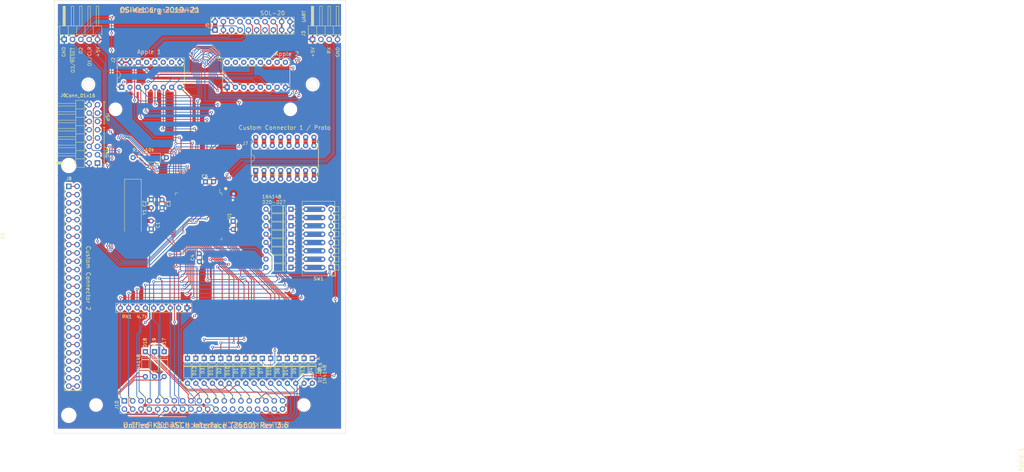
<source format=kicad_pcb>
(kicad_pcb (version 20171130) (host pcbnew "(5.1.10-1-10_14)")
  (title_block (title "Unified Retro Keyboard ASCII Interface (2560)") (date 2021-08-08) (rev 3.6))
  (layers (0 F.Cu signal) (31 B.Cu signal) (34 B.Paste user) (35 F.Paste user) (36 B.SilkS user) (37 F.SilkS user) (38 B.Mask user) (39 F.Mask user) (44 Edge.Cuts user))
  (net 0 "")
  (net 1 GND)
  (net 2 /Row3)
  (net 3 /Row0)
  (net 4 /Row1)
  (net 5 /Row4)
  (net 6 /Row5)
  (net 7 /Row7)
  (net 8 /D7)
  (net 9 /D1)
  (net 10 /D2)
  (net 11 /D3)
  (net 12 /D4)
  (net 13 /D5)
  (net 14 /D6)
  (net 15 /Col0)
  (net 16 /Col1)
  (net 17 /Col2)
  (net 18 /Col3)
  (net 19 /Col4)
  (net 20 /Col5)
  (net 21 /Col6)
  (net 22 /Col7)
  (net 23 /Row6)
  (net 24 /Row2)
  (net 25 /D0)
  (net 26 /~STROBE)
  (net 27 /Row10)
  (net 28 /Row9)
  (net 29 /Row8)
  (net 30 /Row15)
  (net 31 /Row14)
  (net 32 /Row13)
  (net 33 /Row12)
  (net 34 /Row11)
  (net 35 /Tx)
  (net 36 /Rx)
  (net 37 "Net-(D11-Pad1)")
  (net 38 "Net-(D12-Pad1)")
  (net 39 "Net-(D13-Pad1)")
  (net 40 "Net-(D14-Pad1)")
  (net 41 "Net-(D15-Pad1)")
  (net 42 "Net-(D16-Pad1)")
  (net 43 "Net-(D20-Pad1)")
  (net 44 "Net-(D24-Pad1)")
  (net 45 "Net-(D25-Pad1)")
  (net 46 "Net-(D26-Pad1)")
  (net 47 "Net-(D4-Pad1)")
  (net 48 "Net-(D5-Pad1)")
  (net 49 "Net-(D6-Pad1)")
  (net 50 "Net-(D7-Pad1)")
  (net 51 "Net-(D8-Pad1)")
  (net 52 "Net-(D9-Pad1)")
  (net 53 "Net-(D10-Pad1)")
  (net 54 "Net-(D27-Pad1)")
  (net 55 /LED1)
  (net 56 /OUT1)
  (net 57 /OUT2)
  (net 58 /OUT3)
  (net 59 /LED3)
  (net 60 /LED2)
  (net 61 "Net-(C1-Pad1)")
  (net 62 "Net-(C2-Pad1)")
  (net 63 "Net-(D21-Pad1)")
  (net 64 "Net-(D22-Pad1)")
  (net 65 "Net-(D23-Pad1)")
  (net 66 "Net-(J1-Pad9)")
  (net 67 "Net-(J1-Pad4)")
  (net 68 "Net-(J1-Pad14)")
  (net 69 "Net-(J1-Pad15)")
  (net 70 "Net-(J1-Pad16)")
  (net 71 "Net-(J2-Pad10)")
  (net 72 "Net-(J2-Pad11)")
  (net 73 "Net-(J2-Pad13)")
  (net 74 "Net-(U1-Pad98)")
  (net 75 "Net-(U1-Pad97)")
  (net 76 "Net-(U1-Pad96)")
  (net 77 "Net-(U1-Pad95)")
  (net 78 "Net-(U1-Pad94)")
  (net 79 "Net-(U1-Pad89)")
  (net 80 "Net-(U1-Pad88)")
  (net 81 "Net-(U1-Pad87)")
  (net 82 "Net-(U1-Pad86)")
  (net 83 "Net-(U1-Pad85)")
  (net 84 "Net-(U1-Pad84)")
  (net 85 "Net-(U1-Pad83)")
  (net 86 "Net-(U1-Pad82)")
  (net 87 "Net-(U1-Pad70)")
  (net 88 "Net-(U1-Pad52)")
  (net 89 "Net-(U1-Pad51)")
  (net 90 "Net-(U1-Pad47)")
  (net 91 "Net-(U1-Pad46)")
  (net 92 "Net-(U1-Pad45)")
  (net 93 "Net-(U1-Pad44)")
  (net 94 "Net-(U1-Pad43)")
  (net 95 "Net-(U1-Pad42)")
  (net 96 "Net-(U1-Pad41)")
  (net 97 "Net-(U1-Pad40)")
  (net 98 "Net-(U1-Pad39)")
  (net 99 "Net-(U1-Pad38)")
  (net 100 "Net-(U1-Pad37)")
  (net 101 "Net-(U1-Pad36)")
  (net 102 "Net-(U1-Pad35)")
  (net 103 "Net-(U1-Pad29)")
  (net 104 "Net-(U1-Pad28)")
  (net 105 "Net-(U1-Pad19)")
  (net 106 "Net-(U1-Pad9)")
  (net 107 "Net-(U1-Pad8)")
  (net 108 "Net-(U1-Pad7)")
  (net 109 "Net-(U1-Pad6)")
  (net 110 "Net-(U1-Pad5)")
  (net 111 "Net-(U1-Pad4)")
  (net 112 "Net-(U1-Pad1)")
  (net 113 VCC)
  (net 114 "Net-(J8-Pad1)")
  (net 115 "Net-(J8-Pad9)")
  (net 116 "Net-(J8-Pad2)")
  (net 117 "Net-(J8-Pad10)")
  (net 118 "Net-(J8-Pad3)")
  (net 119 "Net-(J8-Pad11)")
  (net 120 "Net-(J8-Pad4)")
  (net 121 "Net-(J8-Pad12)")
  (net 122 "Net-(J8-Pad5)")
  (net 123 "Net-(J8-Pad13)")
  (net 124 "Net-(J8-Pad6)")
  (net 125 "Net-(J8-Pad14)")
  (net 126 "Net-(J8-Pad7)")
  (net 127 "Net-(J8-Pad15)")
  (net 128 "Net-(J8-Pad8)")
  (net 129 "Net-(J8-Pad16)")
  (net 130 /TDI)
  (net 131 "Net-(J6-Pad8)")
  (net 132 "Net-(J6-Pad7)")
  (net 133 /~RESET)
  (net 134 /TMS)
  (net 135 /TDO)
  (net 136 /TCK)
  (net 137 "Net-(D1-Pad1)")
  (net 138 "Net-(D2-Pad1)")
  (net 139 "Net-(D3-Pad1)")
  (net 140 "Net-(D17-Pad2)")
  (net 141 "Net-(D18-Pad2)")
  (net 142 "Net-(D19-Pad2)")
  (net 143 "Net-(J7-Pad1)")
  (net 144 "Net-(J7-Pad9)")
  (net 145 "Net-(J7-Pad2)")
  (net 146 "Net-(J7-Pad10)")
  (net 147 "Net-(J7-Pad3)")
  (net 148 "Net-(J7-Pad11)")
  (net 149 "Net-(J7-Pad4)")
  (net 150 "Net-(J7-Pad12)")
  (net 151 "Net-(J7-Pad5)")
  (net 152 "Net-(J7-Pad13)")
  (net 153 "Net-(J7-Pad6)")
  (net 154 "Net-(J7-Pad14)")
  (net 155 "Net-(J7-Pad7)")
  (net 156 "Net-(J7-Pad15)")
  (net 157 "Net-(J7-Pad8)")
  (net 158 "Net-(J7-Pad16)")
  (net 159 "Net-(J10-Pad32)")
  (net 160 "Net-(J10-Pad30)")
  (net 161 "Net-(J10-Pad28)")
  (net 162 "Net-(J10-Pad26)")
  (net 163 "Net-(J8-Pad25)")
  (net 164 "Net-(J8-Pad24)")
  (net 165 "Net-(J8-Pad23)")
  (net 166 "Net-(J8-Pad22)")
  (net 167 "Net-(J8-Pad21)")
  (net 168 "Net-(J8-Pad20)")
  (net 169 "Net-(J8-Pad19)")
  (net 170 "Net-(J8-Pad18)")
  (net 171 "Net-(J8-Pad17)")
  (net 172 /MOSI)
  (net 173 /SCK)
  (net 174 /MISO)
  (module unikbd:D_DO-35_SOD27_P7.62mm_Horizontal_bypassed (layer F.Cu) (at 222.25 160.0724 270)
    (fp_text reference D16 (at 3.81 -2.12 90) (layer F.SilkS))
    (fp_text value 1N4148)
    (fp_text user K (at 0 -1.8 90) (layer F.SilkS))
    (fp_poly (pts (xy 7.239 0.127) (xy 0.381 0.127) (xy 0.381 0) (xy 7.239 0)) (layer F.Cu) (width 0.0508))
    (pad 1 thru_hole rect (at 0 0 270) (size 1.6 1.6) (drill 0.8) (layers *.Cu *.Mask) (net 42 "Net-(D16-Pad1)"))
    (pad 2 thru_hole oval (at 7.62 0 270) (size 1.6 1.6) (drill 0.8) (layers *.Cu *.Mask) (net 31 /Row14))
  )
  (module unikbd:D_DO-35_SOD27_P7.62mm_Horizontal_bypassed (layer F.Cu) (at 227.33 160.0724 270)
    (fp_text reference D15 (at 3.81 -2.12 90) (layer F.SilkS))
    (fp_text value 1N4148)
    (fp_text user K (at 0 -1.8 90) (layer F.SilkS))
    (fp_poly (pts (xy 7.239 0.127) (xy 0.381 0.127) (xy 0.381 0) (xy 7.239 0)) (layer F.Cu) (width 0.0508))
    (pad 1 thru_hole rect (at 0 0 270) (size 1.6 1.6) (drill 0.8) (layers *.Cu *.Mask) (net 41 "Net-(D15-Pad1)"))
    (pad 2 thru_hole oval (at 7.62 0 270) (size 1.6 1.6) (drill 0.8) (layers *.Cu *.Mask) (net 33 /Row12))
  )
  (module unikbd:D_DO-35_SOD27_P7.62mm_Horizontal_bypassed (layer F.Cu) (at 232.41 160.0724 270)
    (fp_text reference D14 (at 3.81 -2.12 90) (layer F.SilkS))
    (fp_text value 1N4148)
    (fp_text user K (at 0 -1.8 90) (layer F.SilkS))
    (fp_poly (pts (xy 7.239 0.127) (xy 0.381 0.127) (xy 0.381 0) (xy 7.239 0)) (layer F.Cu) (width 0.0508))
    (pad 1 thru_hole rect (at 0 0 270) (size 1.6 1.6) (drill 0.8) (layers *.Cu *.Mask) (net 40 "Net-(D14-Pad1)"))
    (pad 2 thru_hole oval (at 7.62 0 270) (size 1.6 1.6) (drill 0.8) (layers *.Cu *.Mask) (net 27 /Row10))
  )
  (module unikbd:D_DO-35_SOD27_P7.62mm_Horizontal_bypassed (layer F.Cu) (at 237.49 160.0724 270)
    (fp_text reference D13 (at 3.81 -2.12 90) (layer F.SilkS))
    (fp_text value 1N4148)
    (fp_text user K (at 0 -1.8 90) (layer F.SilkS))
    (fp_poly (pts (xy 7.239 0.127) (xy 0.381 0.127) (xy 0.381 0) (xy 7.239 0)) (layer F.Cu) (width 0.0508))
    (pad 1 thru_hole rect (at 0 0 270) (size 1.6 1.6) (drill 0.8) (layers *.Cu *.Mask) (net 39 "Net-(D13-Pad1)"))
    (pad 2 thru_hole oval (at 7.62 0 270) (size 1.6 1.6) (drill 0.8) (layers *.Cu *.Mask) (net 29 /Row8))
  )
  (module unikbd:D_DO-35_SOD27_P7.62mm_Horizontal_bypassed (layer F.Cu) (at 204.47 160.0724 270)
    (fp_text reference D12 (at 3.81 -2.12 90) (layer F.SilkS))
    (fp_text value 1N4148)
    (fp_text user K (at 0 -1.8 90) (layer F.SilkS))
    (fp_poly (pts (xy 7.239 0.127) (xy 0.381 0.127) (xy 0.381 0) (xy 7.239 0)) (layer F.Cu) (width 0.0508))
    (pad 1 thru_hole rect (at 0 0 270) (size 1.6 1.6) (drill 0.8) (layers *.Cu *.Mask) (net 38 "Net-(D12-Pad1)"))
    (pad 2 thru_hole oval (at 7.62 0 270) (size 1.6 1.6) (drill 0.8) (layers *.Cu *.Mask) (net 23 /Row6))
  )
  (module unikbd:D_DO-35_SOD27_P7.62mm_Horizontal_bypassed (layer F.Cu) (at 209.55 160.0724 270)
    (fp_text reference D11 (at 3.81 -2.12 90) (layer F.SilkS))
    (fp_text value 1N4148)
    (fp_text user K (at 0 -1.8 90) (layer F.SilkS))
    (fp_poly (pts (xy 7.239 0.127) (xy 0.381 0.127) (xy 0.381 0) (xy 7.239 0)) (layer F.Cu) (width 0.0508))
    (pad 1 thru_hole rect (at 0 0 270) (size 1.6 1.6) (drill 0.8) (layers *.Cu *.Mask) (net 37 "Net-(D11-Pad1)"))
    (pad 2 thru_hole oval (at 7.62 0 270) (size 1.6 1.6) (drill 0.8) (layers *.Cu *.Mask) (net 5 /Row4))
  )
  (module unikbd:D_DO-35_SOD27_P7.62mm_Horizontal_bypassed (layer F.Cu) (at 214.63 160.0724 270)
    (fp_text reference D10 (at 3.81 -2.12 90) (layer F.SilkS))
    (fp_text value 1N4148)
    (fp_text user K (at 0 -1.8 90) (layer F.SilkS))
    (fp_poly (pts (xy 7.239 0.127) (xy 0.381 0.127) (xy 0.381 0) (xy 7.239 0)) (layer F.Cu) (width 0.0508))
    (pad 1 thru_hole rect (at 0 0 270) (size 1.6 1.6) (drill 0.8) (layers *.Cu *.Mask) (net 53 "Net-(D10-Pad1)"))
    (pad 2 thru_hole oval (at 7.62 0 270) (size 1.6 1.6) (drill 0.8) (layers *.Cu *.Mask) (net 24 /Row2))
  )
  (module unikbd:D_DO-35_SOD27_P7.62mm_Horizontal_bypassed (layer F.Cu) (at 219.71 160.0724 270)
    (fp_text reference D9 (at 3.81 -2.12 90) (layer F.SilkS))
    (fp_text value 1N4148)
    (fp_text user K (at 0 -1.8 90) (layer F.SilkS))
    (fp_poly (pts (xy 7.239 0.127) (xy 0.381 0.127) (xy 0.381 0) (xy 7.239 0)) (layer F.Cu) (width 0.0508))
    (pad 1 thru_hole rect (at 0 0 270) (size 1.6 1.6) (drill 0.8) (layers *.Cu *.Mask) (net 52 "Net-(D9-Pad1)"))
    (pad 2 thru_hole oval (at 7.62 0 270) (size 1.6 1.6) (drill 0.8) (layers *.Cu *.Mask) (net 3 /Row0))
  )
  (module unikbd:D_DO-35_SOD27_P7.62mm_Horizontal_bypassed (layer F.Cu) (at 242.57 160.0724 270)
    (fp_text reference D8 (at 3.81 -2.12 90) (layer F.SilkS))
    (fp_text value 1N4148)
    (fp_text user K (at 0 -1.8 90) (layer F.SilkS))
    (fp_poly (pts (xy 7.239 0.127) (xy 0.381 0.127) (xy 0.381 0) (xy 7.239 0)) (layer F.Cu) (width 0.0508))
    (pad 1 thru_hole rect (at 0 0 270) (size 1.6 1.6) (drill 0.8) (layers *.Cu *.Mask) (net 51 "Net-(D8-Pad1)"))
    (pad 2 thru_hole oval (at 7.62 0 270) (size 1.6 1.6) (drill 0.8) (layers *.Cu *.Mask) (net 30 /Row15))
  )
  (module unikbd:D_DO-35_SOD27_P7.62mm_Horizontal_bypassed (layer F.Cu) (at 224.79 160.0724 270)
    (fp_text reference D7 (at 3.81 -2.12 90) (layer F.SilkS))
    (fp_text value 1N4148)
    (fp_text user K (at 0 -1.8 90) (layer F.SilkS))
    (fp_poly (pts (xy 7.239 0.127) (xy 0.381 0.127) (xy 0.381 0) (xy 7.239 0)) (layer F.Cu) (width 0.0508))
    (pad 1 thru_hole rect (at 0 0 270) (size 1.6 1.6) (drill 0.8) (layers *.Cu *.Mask) (net 50 "Net-(D7-Pad1)"))
    (pad 2 thru_hole oval (at 7.62 0 270) (size 1.6 1.6) (drill 0.8) (layers *.Cu *.Mask) (net 32 /Row13))
  )
  (module unikbd:D_DO-35_SOD27_P7.62mm_Horizontal_bypassed (layer F.Cu) (at 229.87 160.0724 270)
    (fp_text reference D6 (at 3.81 -2.12 90) (layer F.SilkS))
    (fp_text value 1N4148)
    (fp_text user K (at 0 -1.8 90) (layer F.SilkS))
    (fp_poly (pts (xy 7.239 0.127) (xy 0.381 0.127) (xy 0.381 0) (xy 7.239 0)) (layer F.Cu) (width 0.0508))
    (pad 1 thru_hole rect (at 0 0 270) (size 1.6 1.6) (drill 0.8) (layers *.Cu *.Mask) (net 49 "Net-(D6-Pad1)"))
    (pad 2 thru_hole oval (at 7.62 0 270) (size 1.6 1.6) (drill 0.8) (layers *.Cu *.Mask) (net 34 /Row11))
  )
  (module unikbd:D_DO-35_SOD27_P7.62mm_Horizontal_bypassed (layer F.Cu) (at 234.95 160.0724 270)
    (fp_text reference D5 (at 3.81 -2.12 90) (layer F.SilkS))
    (fp_text value 1N4148)
    (fp_text user K (at 0 -1.8 90) (layer F.SilkS))
    (fp_poly (pts (xy 7.239 0.127) (xy 0.381 0.127) (xy 0.381 0) (xy 7.239 0)) (layer F.Cu) (width 0.0508))
    (pad 1 thru_hole rect (at 0 0 270) (size 1.6 1.6) (drill 0.8) (layers *.Cu *.Mask) (net 48 "Net-(D5-Pad1)"))
    (pad 2 thru_hole oval (at 7.62 0 270) (size 1.6 1.6) (drill 0.8) (layers *.Cu *.Mask) (net 28 /Row9))
  )
  (module unikbd:D_DO-35_SOD27_P7.62mm_Horizontal_bypassed (layer F.Cu) (at 240.03 160.0724 270)
    (fp_text reference D4 (at 3.81 -2.12 90) (layer F.SilkS))
    (fp_text value 1N4148)
    (fp_text user K (at 0 -1.8 90) (layer F.SilkS))
    (fp_poly (pts (xy 7.239 0.127) (xy 0.381 0.127) (xy 0.381 0) (xy 7.239 0)) (layer F.Cu) (width 0.0508))
    (pad 1 thru_hole rect (at 0 0 270) (size 1.6 1.6) (drill 0.8) (layers *.Cu *.Mask) (net 47 "Net-(D4-Pad1)"))
    (pad 2 thru_hole oval (at 7.62 0 270) (size 1.6 1.6) (drill 0.8) (layers *.Cu *.Mask) (net 7 /Row7))
  )
  (module unikbd:D_DO-35_SOD27_P7.62mm_Horizontal_bypassed (layer F.Cu) (at 207.01 160.0724 270)
    (fp_text reference D3 (at 3.81 -2.12 90) (layer F.SilkS))
    (fp_text value 1N4148)
    (fp_text user K (at 0 -1.8 90) (layer F.SilkS))
    (fp_poly (pts (xy 7.239 0.127) (xy 0.381 0.127) (xy 0.381 0) (xy 7.239 0)) (layer F.Cu) (width 0.0508))
    (pad 1 thru_hole rect (at 0 0 270) (size 1.6 1.6) (drill 0.8) (layers *.Cu *.Mask) (net 139 "Net-(D3-Pad1)"))
    (pad 2 thru_hole oval (at 7.62 0 270) (size 1.6 1.6) (drill 0.8) (layers *.Cu *.Mask) (net 6 /Row5))
  )
  (module unikbd:D_DO-35_SOD27_P7.62mm_Horizontal_bypassed (layer F.Cu) (at 212.09 160.0724 270)
    (fp_text reference D2 (at 3.81 -2.12 90) (layer F.SilkS))
    (fp_text value 1N4148)
    (fp_text user K (at 0 -1.8 90) (layer F.SilkS))
    (fp_poly (pts (xy 7.239 0.127) (xy 0.381 0.127) (xy 0.381 0) (xy 7.239 0)) (layer F.Cu) (width 0.0508))
    (pad 1 thru_hole rect (at 0 0 270) (size 1.6 1.6) (drill 0.8) (layers *.Cu *.Mask) (net 138 "Net-(D2-Pad1)"))
    (pad 2 thru_hole oval (at 7.62 0 270) (size 1.6 1.6) (drill 0.8) (layers *.Cu *.Mask) (net 2 /Row3))
  )
  (module unikbd:D_DO-35_SOD27_P7.62mm_Horizontal_bypassed (layer F.Cu) (at 217.17 160.0724 270)
    (fp_text reference D1 (at 3.81 -2.12 90) (layer F.SilkS))
    (fp_text value 1N4148)
    (fp_text user K (at 0 -1.8 90) (layer F.SilkS))
    (fp_poly (pts (xy 7.239 0.127) (xy 0.381 0.127) (xy 0.381 0) (xy 7.239 0)) (layer F.Cu) (width 0.0508))
    (pad 1 thru_hole rect (at 0 0 270) (size 1.6 1.6) (drill 0.8) (layers *.Cu *.Mask) (net 137 "Net-(D1-Pad1)"))
    (pad 2 thru_hole oval (at 7.62 0 270) (size 1.6 1.6) (drill 0.8) (layers *.Cu *.Mask) (net 4 /Row1))
  )
  (module Capacitor_THT:C_Disc_D3.0mm_W1.6mm_P2.50mm (layer F.Cu) (at 196.7 111.66 270)
    (fp_text reference C3 (at 1.25 -2.05 90) (layer F.SilkS))
    (fp_text value "0.1 uF")
    (pad 2 thru_hole circle (at 2.5 0 270) (size 1.6 1.6) (drill 0.8) (layers *.Cu *.Mask) (net 1 GND))
    (pad 1 thru_hole circle (at 0 0 270) (size 1.6 1.6) (drill 0.8) (layers *.Cu *.Mask) (net 113 VCC))
  )
  (module unikbd:SW_DIP_SPSTx08_Piano_CTS_Series194-8MSTN_W7.62mm_P2.54mm (layer F.Cu) (at 248.262 132.361 180)
    (fp_text reference SW1 (at 3.81 -3.42) (layer F.SilkS))
    (fp_text value Options)
    (pad 12 thru_hole oval (at 2.54 10.16 180) (size 6.68 1.6) (drill 0.8 (offset 2.54 0)) (layers *.Cu *.Mask) (net 64 "Net-(D22-Pad1)"))
    (pad 10 thru_hole oval (at 2.54 15.24 180) (size 6.68 1.6) (drill 0.8 (offset 2.54 0)) (layers *.Cu *.Mask) (net 65 "Net-(D23-Pad1)"))
    (pad 13 thru_hole oval (at 2.54 7.62 180) (size 6.68 1.6) (drill 0.8 (offset 2.54 0)) (layers *.Cu *.Mask) (net 45 "Net-(D25-Pad1)"))
    (pad 9 thru_hole oval (at 2.54 17.78 180) (size 6.68 1.6) (drill 0.8 (offset 2.54 0)) (layers *.Cu *.Mask) (net 54 "Net-(D27-Pad1)"))
    (pad 11 thru_hole oval (at 2.54 12.7 180) (size 6.68 1.6) (drill 0.8 (offset 2.54 0)) (layers *.Cu *.Mask) (net 46 "Net-(D26-Pad1)"))
    (pad 14 thru_hole oval (at 2.54 5.08 180) (size 6.68 1.6) (drill 0.8 (offset 2.54 0)) (layers *.Cu *.Mask) (net 63 "Net-(D21-Pad1)"))
    (pad 15 thru_hole oval (at 2.54 2.54 180) (size 6.68 1.6) (drill 0.8 (offset 2.54 0)) (layers *.Cu *.Mask) (net 44 "Net-(D24-Pad1)"))
    (pad 16 thru_hole oval (at 2.54 0 180) (size 6.68 1.6) (drill 0.8 (offset 2.54 0)) (layers *.Cu *.Mask) (net 43 "Net-(D20-Pad1)"))
    (pad 16 thru_hole oval (at 7.62 0 180) (size 1.6 1.6) (drill 0.8) (layers *.Cu *.Mask) (net 43 "Net-(D20-Pad1)"))
    (pad 8 thru_hole oval (at 0 17.78 180) (size 1.6 1.6) (drill 0.8) (layers *.Cu *.Mask) (net 29 /Row8))
    (pad 15 thru_hole oval (at 7.62 2.54 180) (size 1.6 1.6) (drill 0.8) (layers *.Cu *.Mask) (net 44 "Net-(D24-Pad1)"))
    (pad 7 thru_hole oval (at 0 15.24 180) (size 1.6 1.6) (drill 0.8) (layers *.Cu *.Mask) (net 29 /Row8))
    (pad 14 thru_hole oval (at 7.62 5.08 180) (size 1.6 1.6) (drill 0.8) (layers *.Cu *.Mask) (net 63 "Net-(D21-Pad1)"))
    (pad 6 thru_hole oval (at 0 12.7 180) (size 1.6 1.6) (drill 0.8) (layers *.Cu *.Mask) (net 29 /Row8))
    (pad 13 thru_hole oval (at 7.62 7.62 180) (size 1.6 1.6) (drill 0.8) (layers *.Cu *.Mask) (net 45 "Net-(D25-Pad1)"))
    (pad 5 thru_hole oval (at 0 10.16 180) (size 1.6 1.6) (drill 0.8) (layers *.Cu *.Mask) (net 29 /Row8))
    (pad 12 thru_hole oval (at 7.62 10.16 180) (size 1.6 1.6) (drill 0.8) (layers *.Cu *.Mask) (net 64 "Net-(D22-Pad1)"))
    (pad 4 thru_hole oval (at 0 7.62 180) (size 1.6 1.6) (drill 0.8) (layers *.Cu *.Mask) (net 29 /Row8))
    (pad 11 thru_hole oval (at 7.62 12.7 180) (size 1.6 1.6) (drill 0.8) (layers *.Cu *.Mask) (net 46 "Net-(D26-Pad1)"))
    (pad 3 thru_hole oval (at 0 5.08 180) (size 1.6 1.6) (drill 0.8) (layers *.Cu *.Mask) (net 29 /Row8))
    (pad 10 thru_hole oval (at 7.62 15.24 180) (size 1.6 1.6) (drill 0.8) (layers *.Cu *.Mask) (net 65 "Net-(D23-Pad1)"))
    (pad 2 thru_hole oval (at 0 2.54 180) (size 1.6 1.6) (drill 0.8) (layers *.Cu *.Mask) (net 29 /Row8))
    (pad 9 thru_hole oval (at 7.62 17.78 180) (size 1.6 1.6) (drill 0.8) (layers *.Cu *.Mask) (net 54 "Net-(D27-Pad1)"))
    (pad 1 thru_hole rect (at 0 0 180) (size 1.6 1.6) (drill 0.8) (layers *.Cu *.Mask) (net 29 /Row8))
  )
  (module unikbd:kbd_header_and_mounting_holes (layer F.Cu) (at 185.397 175.5918 90)
    (fp_text reference J10 (at 1.2954 -2.5078 90) (layer F.SilkS))
    (fp_text value Keyboard)
    (pad "" np_thru_hole circle (at 91.4924 50.4712 90) (size 3.175 3.175) (drill 3.175) (layers *.Cu *.Mask))
    (pad "" np_thru_hole circle (at 91.4924 -2.8688 90) (size 3.175 3.175) (drill 3.175) (layers *.Cu *.Mask))
    (pad "" np_thru_hole circle (at 1.2954 -8.8124 90) (size 3.175 3.175) (drill 3.175) (layers *.Cu *.Mask))
    (pad "" np_thru_hole circle (at 1.2954 54.5606 90) (size 3.175 3.175) (drill 3.175) (layers *.Cu *.Mask))
    (pad 40 thru_hole oval (at 0.0254 48.0822 90) (size 1.7 1.7) (drill 1) (layers *.Cu *.Mask) (net 34 /Row11))
    (pad 39 thru_hole oval (at 2.5654 48.0822 90) (size 1.7 1.7) (drill 1) (layers *.Cu *.Mask) (net 33 /Row12))
    (pad 38 thru_hole oval (at 0.0254 45.5422 90) (size 1.7 1.7) (drill 1) (layers *.Cu *.Mask) (net 27 /Row10))
    (pad 37 thru_hole oval (at 2.5654 45.5422 90) (size 1.7 1.7) (drill 1) (layers *.Cu *.Mask) (net 32 /Row13))
    (pad 36 thru_hole oval (at 0.0254 43.0022 90) (size 1.7 1.7) (drill 1) (layers *.Cu *.Mask) (net 28 /Row9))
    (pad 35 thru_hole oval (at 2.5654 43.0022 90) (size 1.7 1.7) (drill 1) (layers *.Cu *.Mask) (net 31 /Row14))
    (pad 34 thru_hole oval (at 0.0254 40.4622 90) (size 1.7 1.7) (drill 1) (layers *.Cu *.Mask) (net 29 /Row8))
    (pad 33 thru_hole oval (at 2.5654 40.4622 90) (size 1.7 1.7) (drill 1) (layers *.Cu *.Mask) (net 30 /Row15))
    (pad 32 thru_hole oval (at 0.0254 37.9222 90) (size 1.7 1.7) (drill 1) (layers *.Cu *.Mask) (net 159 "Net-(J10-Pad32)"))
    (pad 31 thru_hole oval (at 2.5654 37.9222 90) (size 1.7 1.7) (drill 1) (layers *.Cu *.Mask) (net 3 /Row0))
    (pad 30 thru_hole oval (at 0.0254 35.3822 90) (size 1.7 1.7) (drill 1) (layers *.Cu *.Mask) (net 160 "Net-(J10-Pad30)"))
    (pad 29 thru_hole oval (at 2.5654 35.3822 90) (size 1.7 1.7) (drill 1) (layers *.Cu *.Mask) (net 4 /Row1))
    (pad 28 thru_hole oval (at 0.0254 32.8422 90) (size 1.7 1.7) (drill 1) (layers *.Cu *.Mask) (net 161 "Net-(J10-Pad28)"))
    (pad 27 thru_hole oval (at 2.5654 32.8422 90) (size 1.7 1.7) (drill 1) (layers *.Cu *.Mask) (net 24 /Row2))
    (pad 26 thru_hole oval (at 0.0254 30.3022 90) (size 1.7 1.7) (drill 1) (layers *.Cu *.Mask) (net 162 "Net-(J10-Pad26)"))
    (pad 25 thru_hole oval (at 2.5654 30.3022 90) (size 1.7 1.7) (drill 1) (layers *.Cu *.Mask) (net 2 /Row3))
    (pad 24 thru_hole oval (at 0.0254 27.7622 90) (size 1.7 1.7) (drill 1) (layers *.Cu *.Mask) (net 59 /LED3))
    (pad 23 thru_hole oval (at 2.5654 27.7622 90) (size 1.7 1.7) (drill 1) (layers *.Cu *.Mask) (net 5 /Row4))
    (pad 22 thru_hole oval (at 0.0254 25.2222 90) (size 1.7 1.7) (drill 1) (layers *.Cu *.Mask) (net 113 VCC))
    (pad 21 thru_hole oval (at 2.5654 25.2222 90) (size 1.7 1.7) (drill 1) (layers *.Cu *.Mask) (net 6 /Row5))
    (pad 20 thru_hole oval (at 0.0254 22.6822 90) (size 1.7 1.7) (drill 1) (layers *.Cu *.Mask) (net 142 "Net-(D19-Pad2)"))
    (pad 19 thru_hole oval (at 2.5654 22.6822 90) (size 1.7 1.7) (drill 1) (layers *.Cu *.Mask) (net 23 /Row6))
    (pad 18 thru_hole oval (at 0.0254 20.1422 90) (size 1.7 1.7) (drill 1) (layers *.Cu *.Mask) (net 15 /Col0))
    (pad 17 thru_hole oval (at 2.5654 20.1422 90) (size 1.7 1.7) (drill 1) (layers *.Cu *.Mask) (net 7 /Row7))
    (pad 16 thru_hole oval (at 0.0254 17.6022 90) (size 1.7 1.7) (drill 1) (layers *.Cu *.Mask) (net 60 /LED2))
    (pad 15 thru_hole oval (at 2.5654 17.6022 90) (size 1.7 1.7) (drill 1) (layers *.Cu *.Mask) (net 15 /Col0))
    (pad 14 thru_hole oval (at 0.0254 15.0622 90) (size 1.7 1.7) (drill 1) (layers *.Cu *.Mask) (net 113 VCC))
    (pad 13 thru_hole oval (at 2.5654 15.0622 90) (size 1.7 1.7) (drill 1) (layers *.Cu *.Mask) (net 16 /Col1))
    (pad 12 thru_hole oval (at 0.0254 12.5222 90) (size 1.7 1.7) (drill 1) (layers *.Cu *.Mask) (net 141 "Net-(D18-Pad2)"))
    (pad 11 thru_hole oval (at 2.5654 12.5222 90) (size 1.7 1.7) (drill 1) (layers *.Cu *.Mask) (net 17 /Col2))
    (pad 10 thru_hole oval (at 0.0254 9.9822 90) (size 1.7 1.7) (drill 1) (layers *.Cu *.Mask) (net 15 /Col0))
    (pad 9 thru_hole oval (at 2.5654 9.9822 90) (size 1.7 1.7) (drill 1) (layers *.Cu *.Mask) (net 18 /Col3))
    (pad 8 thru_hole oval (at 0.0254 7.4422 90) (size 1.7 1.7) (drill 1) (layers *.Cu *.Mask) (net 55 /LED1))
    (pad 7 thru_hole oval (at 2.5654 7.4422 90) (size 1.7 1.7) (drill 1) (layers *.Cu *.Mask) (net 19 /Col4))
    (pad 6 thru_hole oval (at 0.0254 4.9022 90) (size 1.7 1.7) (drill 1) (layers *.Cu *.Mask) (net 113 VCC))
    (pad 5 thru_hole oval (at 2.5654 4.9022 90) (size 1.7 1.7) (drill 1) (layers *.Cu *.Mask) (net 20 /Col5))
    (pad 4 thru_hole oval (at 0.0254 2.3622 90) (size 1.7 1.7) (drill 1) (layers *.Cu *.Mask) (net 140 "Net-(D17-Pad2)"))
    (pad 3 thru_hole oval (at 2.5654 2.3622 90) (size 1.7 1.7) (drill 1) (layers *.Cu *.Mask) (net 21 /Col6))
    (pad 2 thru_hole oval (at 0.0254 -0.1778 90) (size 1.7 1.7) (drill 1) (layers *.Cu *.Mask) (net 15 /Col0))
    (pad 1 thru_hole rect (at 2.5654 -0.1778 90) (size 1.7 1.7) (drill 1) (layers *.Cu *.Mask) (net 22 /Col7))
  )
  (module MountingHole:MountingHole_3.7mm (layer F.Cu) (at 168.252 177.446)
    (fp_text reference MH2 hide)
    (fp_text value "Apple II" hide)
    (pad 1 np_thru_hole circle (at 0 0) (size 3.7 3.7) (drill 3.7) (layers *.Cu *.Mask))
  )
  (module MountingHole:MountingHole_3.7mm (layer F.Cu) (at 168.252 101.246)
    (fp_text reference MH1 hide)
    (fp_text value "Apple II" hide)
    (pad 1 np_thru_hole circle (at 0 0) (size 3.7 3.7) (drill 3.7) (layers *.Cu *.Mask))
  )
  (module Connector_PinHeader_2.54mm:PinHeader_2x08_P2.54mm_Horizontal (layer F.Cu) (at 177.015 100.484 180)
    (fp_text reference J6 (at 10.414 20.701) (layer F.SilkS))
    (fp_text value Conn_01x16 (at 5.207 20.574) (layer F.SilkS))
    (pad 16 thru_hole oval (at 2.54 17.78 180) (size 1.7 1.7) (drill 1) (layers *.Cu *.Mask) (net 1 GND))
    (pad 15 thru_hole oval (at 0 17.78 180) (size 1.7 1.7) (drill 1) (layers *.Cu *.Mask) (net 133 /~RESET))
    (pad 14 thru_hole oval (at 2.54 15.24 180) (size 1.7 1.7) (drill 1) (layers *.Cu *.Mask) (net 172 /MOSI))
    (pad 13 thru_hole oval (at 0 15.24 180) (size 1.7 1.7) (drill 1) (layers *.Cu *.Mask) (net 173 /SCK))
    (pad 12 thru_hole oval (at 2.54 12.7 180) (size 1.7 1.7) (drill 1) (layers *.Cu *.Mask) (net 113 VCC))
    (pad 11 thru_hole oval (at 0 12.7 180) (size 1.7 1.7) (drill 1) (layers *.Cu *.Mask) (net 174 /MISO))
    (pad 10 thru_hole oval (at 2.54 10.16 180) (size 1.7 1.7) (drill 1) (layers *.Cu *.Mask) (net 1 GND))
    (pad 9 thru_hole oval (at 0 10.16 180) (size 1.7 1.7) (drill 1) (layers *.Cu *.Mask) (net 130 /TDI))
    (pad 8 thru_hole oval (at 2.54 7.62 180) (size 1.7 1.7) (drill 1) (layers *.Cu *.Mask) (net 131 "Net-(J6-Pad8)"))
    (pad 7 thru_hole oval (at 0 7.62 180) (size 1.7 1.7) (drill 1) (layers *.Cu *.Mask) (net 132 "Net-(J6-Pad7)"))
    (pad 6 thru_hole oval (at 2.54 5.08 180) (size 1.7 1.7) (drill 1) (layers *.Cu *.Mask) (net 133 /~RESET))
    (pad 5 thru_hole oval (at 0 5.08 180) (size 1.7 1.7) (drill 1) (layers *.Cu *.Mask) (net 134 /TMS))
    (pad 4 thru_hole oval (at 2.54 2.54 180) (size 1.7 1.7) (drill 1) (layers *.Cu *.Mask) (net 113 VCC))
    (pad 3 thru_hole oval (at 0 2.54 180) (size 1.7 1.7) (drill 1) (layers *.Cu *.Mask) (net 135 /TDO))
    (pad 2 thru_hole oval (at 2.54 0 180) (size 1.7 1.7) (drill 1) (layers *.Cu *.Mask) (net 1 GND))
    (pad 1 thru_hole rect (at 0 0 180) (size 1.7 1.7) (drill 1) (layers *.Cu *.Mask) (net 136 /TCK))
  )
  (module unikbd:ExpansionHeader_1x25_P2.54 (layer F.Cu) (at 168.252 107.596)
    (fp_text reference J8 (at 0 -2.33) (layer F.SilkS))
    (fp_text value "Custom Connector 2" (at 5.969 28.0035 270 unlocked) (layer F.SilkS) (effects (font (size 1.27 1.27))))
    (fp_line (start 0 0) (end 2.54 0) (layer F.Cu) (width 0.254))
    (fp_line (start 0 2.54) (end 2.54 2.54) (layer F.Cu) (width 0.254))
    (fp_line (start 0 5.08) (end 2.54 5.08) (layer F.Cu) (width 0.254))
    (fp_line (start 0 7.62) (end 2.54 7.62) (layer F.Cu) (width 0.254))
    (fp_line (start 0 10.16) (end 2.54 10.16) (layer F.Cu) (width 0.254))
    (fp_line (start 0 15.24) (end 2.54 15.24) (layer F.Cu) (width 0.254))
    (fp_line (start 0 17.78) (end 2.54 17.78) (layer F.Cu) (width 0.254))
    (fp_line (start 0 12.7) (end 2.54 12.7) (layer F.Cu) (width 0.254))
    (fp_line (start 0 22.86) (end 2.54 22.86) (layer F.Cu) (width 0.254))
    (fp_line (start 0 20.32) (end 2.54 20.32) (layer F.Cu) (width 0.254))
    (fp_line (start 0 27.94) (end 2.54 27.94) (layer F.Cu) (width 0.254))
    (fp_line (start 0 30.48) (end 2.54 30.48) (layer F.Cu) (width 0.254))
    (fp_line (start 0 25.4) (end 2.54 25.4) (layer F.Cu) (width 0.254))
    (fp_line (start 0 35.56) (end 2.54 35.56) (layer F.Cu) (width 0.254))
    (fp_line (start 0 33.02) (end 2.54 33.02) (layer F.Cu) (width 0.254))
    (fp_line (start 0 58.42) (end 2.54 58.42) (layer F.Cu) (width 0.254))
    (fp_line (start 0 60.96) (end 2.54 60.96) (layer F.Cu) (width 0.254))
    (fp_line (start 0 50.8) (end 2.54 50.8) (layer F.Cu) (width 0.254))
    (fp_line (start 0 55.88) (end 2.54 55.88) (layer F.Cu) (width 0.254))
    (fp_line (start 0 53.34) (end 2.54 53.34) (layer F.Cu) (width 0.254))
    (fp_line (start 0 45.72) (end 2.54 45.72) (layer F.Cu) (width 0.254))
    (fp_line (start 0 48.26) (end 2.54 48.26) (layer F.Cu) (width 0.254))
    (fp_line (start 0 38.1) (end 2.54 38.1) (layer F.Cu) (width 0.254))
    (fp_line (start 0 43.18) (end 2.54 43.18) (layer F.Cu) (width 0.254))
    (fp_line (start 0 40.64) (end 2.54 40.64) (layer F.Cu) (width 0.254))
    (pad 26 thru_hole circle (at 2.54 0) (size 1.7 1.7) (drill 1) (layers *.Cu *.Mask))
    (pad 27 thru_hole oval (at 2.54 2.54) (size 1.7 1.7) (drill 1) (layers *.Cu *.Mask))
    (pad 28 thru_hole oval (at 2.54 5.08) (size 1.7 1.7) (drill 1) (layers *.Cu *.Mask))
    (pad 29 thru_hole oval (at 2.54 7.62) (size 1.7 1.7) (drill 1) (layers *.Cu *.Mask))
    (pad 30 thru_hole oval (at 2.54 10.16) (size 1.7 1.7) (drill 1) (layers *.Cu *.Mask))
    (pad 31 thru_hole oval (at 2.54 12.7) (size 1.7 1.7) (drill 1) (layers *.Cu *.Mask))
    (pad 32 thru_hole oval (at 2.54 15.24) (size 1.7 1.7) (drill 1) (layers *.Cu *.Mask))
    (pad 33 thru_hole oval (at 2.54 17.78) (size 1.7 1.7) (drill 1) (layers *.Cu *.Mask))
    (pad 34 thru_hole oval (at 2.54 20.32) (size 1.7 1.7) (drill 1) (layers *.Cu *.Mask))
    (pad 35 thru_hole oval (at 2.54 22.86) (size 1.7 1.7) (drill 1) (layers *.Cu *.Mask))
    (pad 36 thru_hole oval (at 2.54 25.4) (size 1.7 1.7) (drill 1) (layers *.Cu *.Mask))
    (pad 37 thru_hole oval (at 2.54 27.94) (size 1.7 1.7) (drill 1) (layers *.Cu *.Mask))
    (pad 38 thru_hole oval (at 2.54 30.48) (size 1.7 1.7) (drill 1) (layers *.Cu *.Mask))
    (pad 39 thru_hole oval (at 2.54 33.02) (size 1.7 1.7) (drill 1) (layers *.Cu *.Mask))
    (pad 40 thru_hole oval (at 2.54 35.56) (size 1.7 1.7) (drill 1) (layers *.Cu *.Mask))
    (pad 50 thru_hole oval (at 2.54 60.96) (size 1.7 1.7) (drill 1) (layers *.Cu *.Mask))
    (pad 49 thru_hole oval (at 2.54 58.42) (size 1.7 1.7) (drill 1) (layers *.Cu *.Mask))
    (pad 48 thru_hole oval (at 2.54 55.88) (size 1.7 1.7) (drill 1) (layers *.Cu *.Mask))
    (pad 47 thru_hole oval (at 2.54 53.34) (size 1.7 1.7) (drill 1) (layers *.Cu *.Mask))
    (pad 46 thru_hole oval (at 2.54 50.8) (size 1.7 1.7) (drill 1) (layers *.Cu *.Mask))
    (pad 45 thru_hole oval (at 2.54 48.26) (size 1.7 1.7) (drill 1) (layers *.Cu *.Mask))
    (pad 44 thru_hole oval (at 2.54 45.72) (size 1.7 1.7) (drill 1) (layers *.Cu *.Mask))
    (pad 43 thru_hole oval (at 2.54 43.18) (size 1.7 1.7) (drill 1) (layers *.Cu *.Mask))
    (pad 42 thru_hole oval (at 2.54 40.64) (size 1.7 1.7) (drill 1) (layers *.Cu *.Mask))
    (pad 41 thru_hole oval (at 2.54 38.1) (size 1.7 1.7) (drill 1) (layers *.Cu *.Mask))
    (pad 16 thru_hole oval (at 0 38.1) (size 1.7 1.7) (drill 1) (layers *.Cu *.Mask) (net 129 "Net-(J8-Pad16)"))
    (pad 17 thru_hole oval (at 0 40.64) (size 1.7 1.7) (drill 1) (layers *.Cu *.Mask) (net 171 "Net-(J8-Pad17)"))
    (pad 18 thru_hole oval (at 0 43.18) (size 1.7 1.7) (drill 1) (layers *.Cu *.Mask) (net 170 "Net-(J8-Pad18)"))
    (pad 19 thru_hole oval (at 0 45.72) (size 1.7 1.7) (drill 1) (layers *.Cu *.Mask) (net 169 "Net-(J8-Pad19)"))
    (pad 20 thru_hole oval (at 0 48.26) (size 1.7 1.7) (drill 1) (layers *.Cu *.Mask) (net 168 "Net-(J8-Pad20)"))
    (pad 21 thru_hole oval (at 0 50.8) (size 1.7 1.7) (drill 1) (layers *.Cu *.Mask) (net 167 "Net-(J8-Pad21)"))
    (pad 22 thru_hole oval (at 0 53.34) (size 1.7 1.7) (drill 1) (layers *.Cu *.Mask) (net 166 "Net-(J8-Pad22)"))
    (pad 23 thru_hole oval (at 0 55.88) (size 1.7 1.7) (drill 1) (layers *.Cu *.Mask) (net 165 "Net-(J8-Pad23)"))
    (pad 24 thru_hole oval (at 0 58.42) (size 1.7 1.7) (drill 1) (layers *.Cu *.Mask) (net 164 "Net-(J8-Pad24)"))
    (pad 25 thru_hole oval (at 0 60.96) (size 1.7 1.7) (drill 1) (layers *.Cu *.Mask) (net 163 "Net-(J8-Pad25)"))
    (pad 15 thru_hole oval (at 0 35.56) (size 1.7 1.7) (drill 1) (layers *.Cu *.Mask) (net 127 "Net-(J8-Pad15)"))
    (pad 14 thru_hole oval (at 0 33.02) (size 1.7 1.7) (drill 1) (layers *.Cu *.Mask) (net 125 "Net-(J8-Pad14)"))
    (pad 13 thru_hole oval (at 0 30.48) (size 1.7 1.7) (drill 1) (layers *.Cu *.Mask) (net 123 "Net-(J8-Pad13)"))
    (pad 12 thru_hole oval (at 0 27.94) (size 1.7 1.7) (drill 1) (layers *.Cu *.Mask) (net 121 "Net-(J8-Pad12)"))
    (pad 11 thru_hole oval (at 0 25.4) (size 1.7 1.7) (drill 1) (layers *.Cu *.Mask) (net 119 "Net-(J8-Pad11)"))
    (pad 10 thru_hole oval (at 0 22.86) (size 1.7 1.7) (drill 1) (layers *.Cu *.Mask) (net 117 "Net-(J8-Pad10)"))
    (pad 9 thru_hole oval (at 0 20.32) (size 1.7 1.7) (drill 1) (layers *.Cu *.Mask) (net 115 "Net-(J8-Pad9)"))
    (pad 8 thru_hole oval (at 0 17.78) (size 1.7 1.7) (drill 1) (layers *.Cu *.Mask) (net 128 "Net-(J8-Pad8)"))
    (pad 7 thru_hole oval (at 0 15.24) (size 1.7 1.7) (drill 1) (layers *.Cu *.Mask) (net 126 "Net-(J8-Pad7)"))
    (pad 6 thru_hole oval (at 0 12.7) (size 1.7 1.7) (drill 1) (layers *.Cu *.Mask) (net 124 "Net-(J8-Pad6)"))
    (pad 5 thru_hole oval (at 0 10.16) (size 1.7 1.7) (drill 1) (layers *.Cu *.Mask) (net 122 "Net-(J8-Pad5)"))
    (pad 4 thru_hole oval (at 0 7.62) (size 1.7 1.7) (drill 1) (layers *.Cu *.Mask) (net 120 "Net-(J8-Pad4)"))
    (pad 3 thru_hole oval (at 0 5.08) (size 1.7 1.7) (drill 1) (layers *.Cu *.Mask) (net 118 "Net-(J8-Pad3)"))
    (pad 2 thru_hole oval (at 0 2.54) (size 1.7 1.7) (drill 1) (layers *.Cu *.Mask) (net 116 "Net-(J8-Pad2)"))
    (pad 1 thru_hole rect (at 0 0) (size 1.7 1.7) (drill 1) (layers *.Cu *.Mask) (net 114 "Net-(J8-Pad1)"))
  )
  (module "" (layer F.Cu) (at 230.355 88.165)
    (fp_text reference "" (at 225.275 102.77) (layer F.SilkS) (effects (font (size 1.27 1.27))))
    (fp_text value "" (at 225.275 102.77) (layer F.SilkS) (effects (font (size 1.27 1.27))))
    (fp_text user "Apple 1" (at 228.323 102.77 90) (layer F.SilkS) (effects (font (size 1.27 1.27))))
  )
  (module unikbd:DIP-16_W7.62mm_Proto (layer F.Cu) (at 225.275 102.77 90)
    (fp_text reference J7 (at 8.255 -3.175 180) (layer F.SilkS))
    (fp_text value "Custom Connector 1 / Proto" (at 13.081 8.8265) (layer F.SilkS) (effects (font (size 1.27 1.27))))
    (fp_line (start 0 17.78) (end -2.54 17.78) (layer F.Cu) (width 1.27))
    (fp_line (start 0 15.24) (end -2.54 15.24) (layer F.Cu) (width 1.27))
    (fp_line (start 0 12.7) (end -2.54 12.7) (layer F.Cu) (width 1.27))
    (fp_line (start 0 10.16) (end -2.54 10.16) (layer F.Cu) (width 1.27))
    (fp_line (start 0 7.62) (end -2.54 7.62) (layer F.Cu) (width 1.27))
    (fp_line (start 0 5.08) (end -2.54 5.08) (layer F.Cu) (width 1.27))
    (fp_line (start 0 2.54) (end -2.54 2.54) (layer F.Cu) (width 1.27))
    (fp_line (start 0 0) (end -2.54 0) (layer F.Cu) (width 1.27))
    (fp_line (start 10.16 0) (end 7.62 0) (layer F.Cu) (width 1.27))
    (fp_line (start 10.16 2.54) (end 7.62 2.54) (layer F.Cu) (width 1.27))
    (fp_line (start 10.16 5.08) (end 7.62 5.08) (layer F.Cu) (width 1.27))
    (fp_line (start 10.16 7.62) (end 7.62 7.62) (layer F.Cu) (width 1.27))
    (fp_line (start 10.16 10.16) (end 7.62 10.16) (layer F.Cu) (width 1.27))
    (fp_line (start 10.16 12.7) (end 7.62 12.7) (layer F.Cu) (width 1.27))
    (fp_line (start 10.16 15.24) (end 7.62 15.24) (layer F.Cu) (width 1.27))
    (fp_line (start 10.16 17.78) (end 7.62 17.78) (layer F.Cu) (width 1.27))
    (pad 46 thru_hole oval (at 10.16 17.78 90) (size 1.6 1.6) (drill 0.8) (layers *.Cu *.Mask))
    (pad 45 thru_hole oval (at -2.54 17.78 90) (size 1.6 1.6) (drill 0.8) (layers *.Cu *.Mask))
    (pad 42 thru_hole oval (at 10.16 15.24 90) (size 1.6 1.6) (drill 0.8) (layers *.Cu *.Mask))
    (pad 41 thru_hole oval (at -2.54 15.24 90) (size 1.6 1.6) (drill 0.8) (layers *.Cu *.Mask))
    (pad 38 thru_hole oval (at 10.16 12.7 90) (size 1.6 1.6) (drill 0.8) (layers *.Cu *.Mask))
    (pad 37 thru_hole oval (at -2.54 12.7 90) (size 1.6 1.6) (drill 0.8) (layers *.Cu *.Mask))
    (pad 34 thru_hole oval (at 10.16 10.16 90) (size 1.6 1.6) (drill 0.8) (layers *.Cu *.Mask))
    (pad 33 thru_hole oval (at -2.54 10.16 90) (size 1.6 1.6) (drill 0.8) (layers *.Cu *.Mask))
    (pad 30 thru_hole oval (at 10.16 7.62 90) (size 1.6 1.6) (drill 0.8) (layers *.Cu *.Mask))
    (pad 29 thru_hole oval (at -2.54 7.62 90) (size 1.6 1.6) (drill 0.8) (layers *.Cu *.Mask))
    (pad 26 thru_hole oval (at 10.16 5.08 90) (size 1.6 1.6) (drill 0.8) (layers *.Cu *.Mask))
    (pad 25 thru_hole oval (at -2.54 5.08 90) (size 1.6 1.6) (drill 0.8) (layers *.Cu *.Mask))
    (pad 22 thru_hole oval (at 10.16 2.54 90) (size 1.6 1.6) (drill 0.8) (layers *.Cu *.Mask))
    (pad 21 thru_hole oval (at -2.54 2.54 90) (size 1.6 1.6) (drill 0.8) (layers *.Cu *.Mask))
    (pad 18 thru_hole oval (at 10.16 0 90) (size 1.6 1.6) (drill 0.8) (layers *.Cu *.Mask))
    (pad 17 thru_hole oval (at -2.54 0 90) (size 1.6 1.6) (drill 0.8) (layers *.Cu *.Mask))
    (pad 1 thru_hole rect (at 0 0 90) (size 1.6 1.6) (drill 0.8) (layers *.Cu *.Mask) (net 143 "Net-(J7-Pad1)"))
    (pad 9 thru_hole oval (at 7.62 17.78 90) (size 1.6 1.6) (drill 0.8) (layers *.Cu *.Mask) (net 144 "Net-(J7-Pad9)"))
    (pad 2 thru_hole oval (at 0 2.54 90) (size 1.6 1.6) (drill 0.8) (layers *.Cu *.Mask) (net 145 "Net-(J7-Pad2)"))
    (pad 10 thru_hole oval (at 7.62 15.24 90) (size 1.6 1.6) (drill 0.8) (layers *.Cu *.Mask) (net 146 "Net-(J7-Pad10)"))
    (pad 3 thru_hole oval (at 0 5.08 90) (size 1.6 1.6) (drill 0.8) (layers *.Cu *.Mask) (net 147 "Net-(J7-Pad3)"))
    (pad 11 thru_hole oval (at 7.62 12.7 90) (size 1.6 1.6) (drill 0.8) (layers *.Cu *.Mask) (net 148 "Net-(J7-Pad11)"))
    (pad 4 thru_hole oval (at 0 7.62 90) (size 1.6 1.6) (drill 0.8) (layers *.Cu *.Mask) (net 149 "Net-(J7-Pad4)"))
    (pad 12 thru_hole oval (at 7.62 10.16 90) (size 1.6 1.6) (drill 0.8) (layers *.Cu *.Mask) (net 150 "Net-(J7-Pad12)"))
    (pad 5 thru_hole oval (at 0 10.16 90) (size 1.6 1.6) (drill 0.8) (layers *.Cu *.Mask) (net 151 "Net-(J7-Pad5)"))
    (pad 13 thru_hole oval (at 7.62 7.62 90) (size 1.6 1.6) (drill 0.8) (layers *.Cu *.Mask) (net 152 "Net-(J7-Pad13)"))
    (pad 6 thru_hole oval (at 0 12.7 90) (size 1.6 1.6) (drill 0.8) (layers *.Cu *.Mask) (net 153 "Net-(J7-Pad6)"))
    (pad 14 thru_hole oval (at 7.62 5.08 90) (size 1.6 1.6) (drill 0.8) (layers *.Cu *.Mask) (net 154 "Net-(J7-Pad14)"))
    (pad 7 thru_hole oval (at 0 15.24 90) (size 1.6 1.6) (drill 0.8) (layers *.Cu *.Mask) (net 155 "Net-(J7-Pad7)"))
    (pad 15 thru_hole oval (at 7.62 2.54 90) (size 1.6 1.6) (drill 0.8) (layers *.Cu *.Mask) (net 156 "Net-(J7-Pad15)"))
    (pad 8 thru_hole oval (at 0 17.78 90) (size 1.6 1.6) (drill 0.8) (layers *.Cu *.Mask) (net 157 "Net-(J7-Pad8)"))
    (pad 16 thru_hole oval (at 7.62 0 90) (size 1.6 1.6) (drill 0.8) (layers *.Cu *.Mask) (net 158 "Net-(J7-Pad16)"))
  )
  (module Package_QFP:TQFP-100_14x14mm_P0.5mm (layer F.Cu) (at 207.876 116.74 270)
    (fp_text reference U1 (at 0 -9.35 90) (layer F.SilkS))
    (fp_text value ATmega2560-16AU)
    (pad 100 smd roundrect (at -6 -7.6625 270) (size 0.3 1.475) (layers F.Cu F.Paste F.Mask) (net 113 VCC))
    (pad 99 smd roundrect (at -5.5 -7.6625 270) (size 0.3 1.475) (layers F.Cu F.Paste F.Mask) (net 1 GND))
    (pad 98 smd roundrect (at -5 -7.6625 270) (size 0.3 1.475) (layers F.Cu F.Paste F.Mask) (net 74 "Net-(U1-Pad98)"))
    (pad 97 smd roundrect (at -4.5 -7.6625 270) (size 0.3 1.475) (layers F.Cu F.Paste F.Mask) (net 75 "Net-(U1-Pad97)"))
    (pad 96 smd roundrect (at -4 -7.6625 270) (size 0.3 1.475) (layers F.Cu F.Paste F.Mask) (net 76 "Net-(U1-Pad96)"))
    (pad 95 smd roundrect (at -3.5 -7.6625 270) (size 0.3 1.475) (layers F.Cu F.Paste F.Mask) (net 77 "Net-(U1-Pad95)"))
    (pad 94 smd roundrect (at -3 -7.6625 270) (size 0.3 1.475) (layers F.Cu F.Paste F.Mask) (net 78 "Net-(U1-Pad94)"))
    (pad 93 smd roundrect (at -2.5 -7.6625 270) (size 0.3 1.475) (layers F.Cu F.Paste F.Mask) (net 136 /TCK))
    (pad 92 smd roundrect (at -2 -7.6625 270) (size 0.3 1.475) (layers F.Cu F.Paste F.Mask) (net 134 /TMS))
    (pad 91 smd roundrect (at -1.5 -7.6625 270) (size 0.3 1.475) (layers F.Cu F.Paste F.Mask) (net 135 /TDO))
    (pad 90 smd roundrect (at -1 -7.6625 270) (size 0.3 1.475) (layers F.Cu F.Paste F.Mask) (net 130 /TDI))
    (pad 89 smd roundrect (at -0.5 -7.6625 270) (size 0.3 1.475) (layers F.Cu F.Paste F.Mask) (net 79 "Net-(U1-Pad89)"))
    (pad 88 smd roundrect (at 0 -7.6625 270) (size 0.3 1.475) (layers F.Cu F.Paste F.Mask) (net 80 "Net-(U1-Pad88)"))
    (pad 87 smd roundrect (at 0.5 -7.6625 270) (size 0.3 1.475) (layers F.Cu F.Paste F.Mask) (net 81 "Net-(U1-Pad87)"))
    (pad 86 smd roundrect (at 1 -7.6625 270) (size 0.3 1.475) (layers F.Cu F.Paste F.Mask) (net 82 "Net-(U1-Pad86)"))
    (pad 85 smd roundrect (at 1.5 -7.6625 270) (size 0.3 1.475) (layers F.Cu F.Paste F.Mask) (net 83 "Net-(U1-Pad85)"))
    (pad 84 smd roundrect (at 2 -7.6625 270) (size 0.3 1.475) (layers F.Cu F.Paste F.Mask) (net 84 "Net-(U1-Pad84)"))
    (pad 83 smd roundrect (at 2.5 -7.6625 270) (size 0.3 1.475) (layers F.Cu F.Paste F.Mask) (net 85 "Net-(U1-Pad83)"))
    (pad 82 smd roundrect (at 3 -7.6625 270) (size 0.3 1.475) (layers F.Cu F.Paste F.Mask) (net 86 "Net-(U1-Pad82)"))
    (pad 81 smd roundrect (at 3.5 -7.6625 270) (size 0.3 1.475) (layers F.Cu F.Paste F.Mask) (net 1 GND))
    (pad 80 smd roundrect (at 4 -7.6625 270) (size 0.3 1.475) (layers F.Cu F.Paste F.Mask) (net 113 VCC))
    (pad 79 smd roundrect (at 4.5 -7.6625 270) (size 0.3 1.475) (layers F.Cu F.Paste F.Mask) (net 47 "Net-(D4-Pad1)"))
    (pad 78 smd roundrect (at 5 -7.6625 270) (size 0.3 1.475) (layers F.Cu F.Paste F.Mask) (net 39 "Net-(D13-Pad1)"))
    (pad 77 smd roundrect (at 5.5 -7.6625 270) (size 0.3 1.475) (layers F.Cu F.Paste F.Mask) (net 48 "Net-(D5-Pad1)"))
    (pad 76 smd roundrect (at 6 -7.6625 270) (size 0.3 1.475) (layers F.Cu F.Paste F.Mask) (net 40 "Net-(D14-Pad1)"))
    (pad 75 smd roundrect (at 7.6625 -6 270) (size 1.475 0.3) (layers F.Cu F.Paste F.Mask) (net 49 "Net-(D6-Pad1)"))
    (pad 74 smd roundrect (at 7.6625 -5.5 270) (size 1.475 0.3) (layers F.Cu F.Paste F.Mask) (net 41 "Net-(D15-Pad1)"))
    (pad 73 smd roundrect (at 7.6625 -5 270) (size 1.475 0.3) (layers F.Cu F.Paste F.Mask) (net 50 "Net-(D7-Pad1)"))
    (pad 72 smd roundrect (at 7.6625 -4.5 270) (size 1.475 0.3) (layers F.Cu F.Paste F.Mask) (net 42 "Net-(D16-Pad1)"))
    (pad 71 smd roundrect (at 7.6625 -4 270) (size 1.475 0.3) (layers F.Cu F.Paste F.Mask) (net 51 "Net-(D8-Pad1)"))
    (pad 70 smd roundrect (at 7.6625 -3.5 270) (size 1.475 0.3) (layers F.Cu F.Paste F.Mask) (net 87 "Net-(U1-Pad70)"))
    (pad 69 smd roundrect (at 7.6625 -3 270) (size 1.475 0.3) (layers F.Cu F.Paste F.Mask) (net 38 "Net-(D12-Pad1)"))
    (pad 68 smd roundrect (at 7.6625 -2.5 270) (size 1.475 0.3) (layers F.Cu F.Paste F.Mask) (net 139 "Net-(D3-Pad1)"))
    (pad 67 smd roundrect (at 7.6625 -2 270) (size 1.475 0.3) (layers F.Cu F.Paste F.Mask) (net 37 "Net-(D11-Pad1)"))
    (pad 66 smd roundrect (at 7.6625 -1.5 270) (size 1.475 0.3) (layers F.Cu F.Paste F.Mask) (net 138 "Net-(D2-Pad1)"))
    (pad 65 smd roundrect (at 7.6625 -1 270) (size 1.475 0.3) (layers F.Cu F.Paste F.Mask) (net 53 "Net-(D10-Pad1)"))
    (pad 64 smd roundrect (at 7.6625 -0.5 270) (size 1.475 0.3) (layers F.Cu F.Paste F.Mask) (net 137 "Net-(D1-Pad1)"))
    (pad 63 smd roundrect (at 7.6625 0 270) (size 1.475 0.3) (layers F.Cu F.Paste F.Mask) (net 52 "Net-(D9-Pad1)"))
    (pad 62 smd roundrect (at 7.6625 0.5 270) (size 1.475 0.3) (layers F.Cu F.Paste F.Mask) (net 1 GND))
    (pad 61 smd roundrect (at 7.6625 1 270) (size 1.475 0.3) (layers F.Cu F.Paste F.Mask) (net 113 VCC))
    (pad 60 smd roundrect (at 7.6625 1.5 270) (size 1.475 0.3) (layers F.Cu F.Paste F.Mask) (net 22 /Col7))
    (pad 59 smd roundrect (at 7.6625 2 270) (size 1.475 0.3) (layers F.Cu F.Paste F.Mask) (net 21 /Col6))
    (pad 58 smd roundrect (at 7.6625 2.5 270) (size 1.475 0.3) (layers F.Cu F.Paste F.Mask) (net 20 /Col5))
    (pad 57 smd roundrect (at 7.6625 3 270) (size 1.475 0.3) (layers F.Cu F.Paste F.Mask) (net 19 /Col4))
    (pad 56 smd roundrect (at 7.6625 3.5 270) (size 1.475 0.3) (layers F.Cu F.Paste F.Mask) (net 18 /Col3))
    (pad 55 smd roundrect (at 7.6625 4 270) (size 1.475 0.3) (layers F.Cu F.Paste F.Mask) (net 17 /Col2))
    (pad 54 smd roundrect (at 7.6625 4.5 270) (size 1.475 0.3) (layers F.Cu F.Paste F.Mask) (net 16 /Col1))
    (pad 53 smd roundrect (at 7.6625 5 270) (size 1.475 0.3) (layers F.Cu F.Paste F.Mask) (net 15 /Col0))
    (pad 52 smd roundrect (at 7.6625 5.5 270) (size 1.475 0.3) (layers F.Cu F.Paste F.Mask) (net 88 "Net-(U1-Pad52)"))
    (pad 51 smd roundrect (at 7.6625 6 270) (size 1.475 0.3) (layers F.Cu F.Paste F.Mask) (net 89 "Net-(U1-Pad51)"))
    (pad 50 smd roundrect (at 6 7.6625 270) (size 0.3 1.475) (layers F.Cu F.Paste F.Mask) (net 59 /LED3))
    (pad 49 smd roundrect (at 5.5 7.6625 270) (size 0.3 1.475) (layers F.Cu F.Paste F.Mask) (net 60 /LED2))
    (pad 48 smd roundrect (at 5 7.6625 270) (size 0.3 1.475) (layers F.Cu F.Paste F.Mask) (net 55 /LED1))
    (pad 47 smd roundrect (at 4.5 7.6625 270) (size 0.3 1.475) (layers F.Cu F.Paste F.Mask) (net 90 "Net-(U1-Pad47)"))
    (pad 46 smd roundrect (at 4 7.6625 270) (size 0.3 1.475) (layers F.Cu F.Paste F.Mask) (net 91 "Net-(U1-Pad46)"))
    (pad 45 smd roundrect (at 3.5 7.6625 270) (size 0.3 1.475) (layers F.Cu F.Paste F.Mask) (net 92 "Net-(U1-Pad45)"))
    (pad 44 smd roundrect (at 3 7.6625 270) (size 0.3 1.475) (layers F.Cu F.Paste F.Mask) (net 93 "Net-(U1-Pad44)"))
    (pad 43 smd roundrect (at 2.5 7.6625 270) (size 0.3 1.475) (layers F.Cu F.Paste F.Mask) (net 94 "Net-(U1-Pad43)"))
    (pad 42 smd roundrect (at 2 7.6625 270) (size 0.3 1.475) (layers F.Cu F.Paste F.Mask) (net 95 "Net-(U1-Pad42)"))
    (pad 41 smd roundrect (at 1.5 7.6625 270) (size 0.3 1.475) (layers F.Cu F.Paste F.Mask) (net 96 "Net-(U1-Pad41)"))
    (pad 40 smd roundrect (at 1 7.6625 270) (size 0.3 1.475) (layers F.Cu F.Paste F.Mask) (net 97 "Net-(U1-Pad40)"))
    (pad 39 smd roundrect (at 0.5 7.6625 270) (size 0.3 1.475) (layers F.Cu F.Paste F.Mask) (net 98 "Net-(U1-Pad39)"))
    (pad 38 smd roundrect (at 0 7.6625 270) (size 0.3 1.475) (layers F.Cu F.Paste F.Mask) (net 99 "Net-(U1-Pad38)"))
    (pad 37 smd roundrect (at -0.5 7.6625 270) (size 0.3 1.475) (layers F.Cu F.Paste F.Mask) (net 100 "Net-(U1-Pad37)"))
    (pad 36 smd roundrect (at -1 7.6625 270) (size 0.3 1.475) (layers F.Cu F.Paste F.Mask) (net 101 "Net-(U1-Pad36)"))
    (pad 35 smd roundrect (at -1.5 7.6625 270) (size 0.3 1.475) (layers F.Cu F.Paste F.Mask) (net 102 "Net-(U1-Pad35)"))
    (pad 34 smd roundrect (at -2 7.6625 270) (size 0.3 1.475) (layers F.Cu F.Paste F.Mask) (net 61 "Net-(C1-Pad1)"))
    (pad 33 smd roundrect (at -2.5 7.6625 270) (size 0.3 1.475) (layers F.Cu F.Paste F.Mask) (net 62 "Net-(C2-Pad1)"))
    (pad 32 smd roundrect (at -3 7.6625 270) (size 0.3 1.475) (layers F.Cu F.Paste F.Mask) (net 1 GND))
    (pad 31 smd roundrect (at -3.5 7.6625 270) (size 0.3 1.475) (layers F.Cu F.Paste F.Mask) (net 113 VCC))
    (pad 30 smd roundrect (at -4 7.6625 270) (size 0.3 1.475) (layers F.Cu F.Paste F.Mask) (net 133 /~RESET))
    (pad 29 smd roundrect (at -4.5 7.6625 270) (size 0.3 1.475) (layers F.Cu F.Paste F.Mask) (net 103 "Net-(U1-Pad29)"))
    (pad 28 smd roundrect (at -5 7.6625 270) (size 0.3 1.475) (layers F.Cu F.Paste F.Mask) (net 104 "Net-(U1-Pad28)"))
    (pad 27 smd roundrect (at -5.5 7.6625 270) (size 0.3 1.475) (layers F.Cu F.Paste F.Mask) (net 8 /D7))
    (pad 26 smd roundrect (at -6 7.6625 270) (size 0.3 1.475) (layers F.Cu F.Paste F.Mask) (net 58 /OUT3))
    (pad 25 smd roundrect (at -7.6625 6 270) (size 1.475 0.3) (layers F.Cu F.Paste F.Mask) (net 57 /OUT2))
    (pad 24 smd roundrect (at -7.6625 5.5 270) (size 1.475 0.3) (layers F.Cu F.Paste F.Mask) (net 56 /OUT1))
    (pad 23 smd roundrect (at -7.6625 5 270) (size 1.475 0.3) (layers F.Cu F.Paste F.Mask) (net 26 /~STROBE))
    (pad 22 smd roundrect (at -7.6625 4.5 270) (size 1.475 0.3) (layers F.Cu F.Paste F.Mask) (net 174 /MISO))
    (pad 21 smd roundrect (at -7.6625 4 270) (size 1.475 0.3) (layers F.Cu F.Paste F.Mask) (net 172 /MOSI))
    (pad 20 smd roundrect (at -7.6625 3.5 270) (size 1.475 0.3) (layers F.Cu F.Paste F.Mask) (net 173 /SCK))
    (pad 19 smd roundrect (at -7.6625 3 270) (size 1.475 0.3) (layers F.Cu F.Paste F.Mask) (net 105 "Net-(U1-Pad19)"))
    (pad 18 smd roundrect (at -7.6625 2.5 270) (size 1.475 0.3) (layers F.Cu F.Paste F.Mask) (net 14 /D6))
    (pad 17 smd roundrect (at -7.6625 2 270) (size 1.475 0.3) (layers F.Cu F.Paste F.Mask) (net 13 /D5))
    (pad 16 smd roundrect (at -7.6625 1.5 270) (size 1.475 0.3) (layers F.Cu F.Paste F.Mask) (net 12 /D4))
    (pad 15 smd roundrect (at -7.6625 1 270) (size 1.475 0.3) (layers F.Cu F.Paste F.Mask) (net 11 /D3))
    (pad 14 smd roundrect (at -7.6625 0.5 270) (size 1.475 0.3) (layers F.Cu F.Paste F.Mask) (net 10 /D2))
    (pad 13 smd roundrect (at -7.6625 0 270) (size 1.475 0.3) (layers F.Cu F.Paste F.Mask) (net 9 /D1))
    (pad 12 smd roundrect (at -7.6625 -0.5 270) (size 1.475 0.3) (layers F.Cu F.Paste F.Mask) (net 25 /D0))
    (pad 11 smd roundrect (at -7.6625 -1 270) (size 1.475 0.3) (layers F.Cu F.Paste F.Mask) (net 1 GND))
    (pad 10 smd roundrect (at -7.6625 -1.5 270) (size 1.475 0.3) (layers F.Cu F.Paste F.Mask) (net 113 VCC))
    (pad 9 smd roundrect (at -7.6625 -2 270) (size 1.475 0.3) (layers F.Cu F.Paste F.Mask) (net 106 "Net-(U1-Pad9)"))
    (pad 8 smd roundrect (at -7.6625 -2.5 270) (size 1.475 0.3) (layers F.Cu F.Paste F.Mask) (net 107 "Net-(U1-Pad8)"))
    (pad 7 smd roundrect (at -7.6625 -3 270) (size 1.475 0.3) (layers F.Cu F.Paste F.Mask) (net 108 "Net-(U1-Pad7)"))
    (pad 6 smd roundrect (at -7.6625 -3.5 270) (size 1.475 0.3) (layers F.Cu F.Paste F.Mask) (net 109 "Net-(U1-Pad6)"))
    (pad 5 smd roundrect (at -7.6625 -4 270) (size 1.475 0.3) (layers F.Cu F.Paste F.Mask) (net 110 "Net-(U1-Pad5)"))
    (pad 4 smd roundrect (at -7.6625 -4.5 270) (size 1.475 0.3) (layers F.Cu F.Paste F.Mask) (net 111 "Net-(U1-Pad4)"))
    (pad 3 smd roundrect (at -7.6625 -5 270) (size 1.475 0.3) (layers F.Cu F.Paste F.Mask) (net 35 /Tx))
    (pad 2 smd roundrect (at -7.6625 -5.5 270) (size 1.475 0.3) (layers F.Cu F.Paste F.Mask) (net 36 /Rx))
    (pad 1 smd roundrect (at -7.6625 -6 270) (size 1.475 0.3) (layers F.Cu F.Paste F.Mask) (net 112 "Net-(U1-Pad1)"))
  )
  (module Crystal:Crystal_SMD_HC49-SD_HandSoldering (layer F.Cu) (at 187.81 115.47 270)
    (fp_text reference Y1 (at 0 -3.55 90) (layer F.SilkS))
    (fp_text value "16.000 MHz")
    (pad 2 smd rect (at 5.9375 0 270) (size 7.875 2) (layers F.Cu F.Paste F.Mask) (net 61 "Net-(C1-Pad1)"))
    (pad 1 smd rect (at -5.9375 0 270) (size 7.875 2) (layers F.Cu F.Paste F.Mask) (net 62 "Net-(C2-Pad1)"))
  )
  (module Resistor_THT:R_Axial_DIN0207_L6.3mm_D2.5mm_P10.16mm_Horizontal (layer F.Cu) (at 198.0335 98.833 180)
    (fp_text reference R1 (at 9.3345 2.286) (layer F.SilkS))
    (fp_text value 10k (at 5.08 2.37) (layer F.SilkS))
    (pad 2 thru_hole oval (at 10.16 0 180) (size 1.6 1.6) (drill 0.8) (layers *.Cu *.Mask) (net 133 /~RESET))
    (pad 1 thru_hole circle (at 0 0 180) (size 1.6 1.6) (drill 0.8) (layers *.Cu *.Mask) (net 113 VCC))
  )
  (module Capacitor_THT:C_Disc_D3.0mm_W1.6mm_P2.50mm (layer F.Cu) (at 212.448 106.199 180)
    (fp_text reference C6 (at 2.667 1.651) (layer F.SilkS))
    (fp_text value "0.1 uF")
    (pad 2 thru_hole circle (at 2.5 0 180) (size 1.6 1.6) (drill 0.8) (layers *.Cu *.Mask) (net 1 GND))
    (pad 1 thru_hole circle (at 0 0 180) (size 1.6 1.6) (drill 0.8) (layers *.Cu *.Mask) (net 113 VCC))
  )
  (module Capacitor_THT:C_Disc_D3.0mm_W1.6mm_P2.50mm (layer F.Cu) (at 193.398 114.16 90)
    (fp_text reference C2 (at 1.25 -2.05 90) (layer F.SilkS))
    (fp_text value 36pf)
    (pad 2 thru_hole circle (at 2.5 0 90) (size 1.6 1.6) (drill 0.8) (layers *.Cu *.Mask) (net 1 GND))
    (pad 1 thru_hole circle (at 0 0 90) (size 1.6 1.6) (drill 0.8) (layers *.Cu *.Mask) (net 62 "Net-(C2-Pad1)"))
  )
  (module Capacitor_THT:C_Disc_D3.0mm_W1.6mm_P2.50mm (layer F.Cu) (at 218.417 120.7405 90)
    (fp_text reference C5 (at -2.032 -70.2945 90) (layer F.SilkS))
    (fp_text value "0.1 uF")
    (pad 2 thru_hole circle (at 2.5 0 90) (size 1.6 1.6) (drill 0.8) (layers *.Cu *.Mask) (net 1 GND))
    (pad 1 thru_hole circle (at 0 0 90) (size 1.6 1.6) (drill 0.8) (layers *.Cu *.Mask) (net 113 VCC))
  )
  (module Capacitor_THT:C_Disc_D3.0mm_W1.6mm_P2.50mm (layer F.Cu) (at 193.398 118.137 270)
    (fp_text reference C1 (at 1.25 -2.05 90) (layer F.SilkS))
    (fp_text value 36pf)
    (pad 2 thru_hole circle (at 2.5 0 270) (size 1.6 1.6) (drill 0.8) (layers *.Cu *.Mask) (net 1 GND))
    (pad 1 thru_hole circle (at 0 0 270) (size 1.6 1.6) (drill 0.8) (layers *.Cu *.Mask) (net 61 "Net-(C1-Pad1)"))
  )
  (module Capacitor_THT:C_Disc_D3.0mm_W1.6mm_P2.50mm (layer F.Cu) (at 208.0665 130.583 90)
    (fp_text reference C4 (at 1.25 -2.05 90) (layer F.SilkS))
    (fp_text value "0.1 uF")
    (pad 2 thru_hole circle (at 2.5 0 90) (size 1.6 1.6) (drill 0.8) (layers *.Cu *.Mask) (net 1 GND))
    (pad 1 thru_hole circle (at 0 0 90) (size 1.6 1.6) (drill 0.8) (layers *.Cu *.Mask) (net 113 VCC))
  )
  (module unikbd:SOL20-header-vertical (layer F.Cu) (at 212.8798 59.8948 90)
    (fp_text reference J5 (at 1.27 -2.33 90) (layer F.SilkS))
    (fp_text value SOL-20 (at 5.1308 17.5514 180) (layer F.SilkS) (effects (font (size 1.27 1.27) (thickness 0.1524))))
    (pad 20 thru_hole oval (at 2.54 22.86 90) (size 1.7 1.7) (drill 1) (layers *.Cu *.Mask) (net 1 GND))
    (pad 10 thru_hole oval (at 0 22.86 90) (size 1.7 1.7) (drill 1) (layers *.Cu *.Mask) (net 1 GND))
    (pad 19 thru_hole oval (at 2.54 20.32 90) (size 1.7 1.7) (drill 1) (layers *.Cu *.Mask) (net 113 VCC))
    (pad 9 thru_hole oval (at 0 20.32 90) (size 1.7 1.7) (drill 1) (layers *.Cu *.Mask) (net 113 VCC))
    (pad 18 thru_hole oval (at 2.54 17.78 90) (size 1.7 1.7) (drill 1) (layers *.Cu *.Mask) (net 8 /D7))
    (pad 8 thru_hole oval (at 0 17.78 90) (size 1.7 1.7) (drill 1) (layers *.Cu *.Mask) (net 11 /D3))
    (pad 17 thru_hole oval (at 2.54 15.24 90) (size 1.7 1.7) (drill 1) (layers *.Cu *.Mask) (net 14 /D6))
    (pad 7 thru_hole oval (at 0 15.24 90) (size 1.7 1.7) (drill 1) (layers *.Cu *.Mask) (net 10 /D2))
    (pad 16 thru_hole oval (at 2.54 12.7 90) (size 1.7 1.7) (drill 1) (layers *.Cu *.Mask) (net 13 /D5))
    (pad 6 thru_hole oval (at 0 12.7 90) (size 1.7 1.7) (drill 1) (layers *.Cu *.Mask) (net 9 /D1))
    (pad 15 thru_hole oval (at 2.54 10.16 90) (size 1.7 1.7) (drill 1) (layers *.Cu *.Mask) (net 12 /D4))
    (pad 5 thru_hole oval (at 0 10.16 90) (size 1.7 1.7) (drill 1) (layers *.Cu *.Mask) (net 25 /D0))
    (pad 14 thru_hole oval (at 2.54 7.62 90) (size 1.7 1.7) (drill 1) (layers *.Cu *.Mask) (net 56 /OUT1))
    (pad 4 thru_hole oval (at 0 7.62 90) (size 1.7 1.7) (drill 1) (layers *.Cu *.Mask) (net 57 /OUT2))
    (pad 13 thru_hole oval (at 2.54 5.08 90) (size 1.7 1.7) (drill 1) (layers *.Cu *.Mask) (net 58 /OUT3))
    (pad 3 thru_hole oval (at 0 5.08 90) (size 1.7 1.7) (drill 1) (layers *.Cu *.Mask) (net 26 /~STROBE))
    (pad 12 thru_hole oval (at 2.54 2.54 90) (size 1.7 1.7) (drill 1) (layers *.Cu *.Mask) (net 113 VCC))
    (pad 2 thru_hole oval (at 0 2.54 90) (size 1.7 1.7) (drill 1) (layers *.Cu *.Mask) (net 113 VCC))
    (pad 11 thru_hole oval (at 2.54 0 90) (size 1.7 1.7) (drill 1) (layers *.Cu *.Mask) (net 1 GND))
    (pad 1 thru_hole rect (at 0 0 90) (size 1.7 1.7) (drill 1) (layers *.Cu *.Mask) (net 1 GND))
  )
  (module Connector_PinHeader_2.54mm:PinHeader_1x05_P2.54mm_Horizontal (layer F.Cu) (at 166.855 62.765 90)
    (fp_text reference J4 (at 4.385 -2.27 90) (layer F.SilkS))
    (fp_text value Conn_01x05)
    (pad 5 thru_hole oval (at 0 10.16 90) (size 1.7 1.7) (drill 1) (layers *.Cu *.Mask) (net 113 VCC))
    (pad 4 thru_hole oval (at 0 7.62 90) (size 1.7 1.7) (drill 1) (layers *.Cu *.Mask) (net 56 /OUT1))
    (pad 3 thru_hole oval (at 0 5.08 90) (size 1.7 1.7) (drill 1) (layers *.Cu *.Mask) (net 57 /OUT2))
    (pad 2 thru_hole oval (at 0 2.54 90) (size 1.7 1.7) (drill 1) (layers *.Cu *.Mask) (net 58 /OUT3))
    (pad 1 thru_hole rect (at 0 0 90) (size 1.7 1.7) (drill 1) (layers *.Cu *.Mask) (net 1 GND))
  )
  (module Diode_THT:D_DO-35_SOD27_P7.62mm_Horizontal (layer F.Cu) (at 194.414 158.015 270)
    (fp_text reference D19 (at -2.7305 0.0762 90) (layer F.SilkS))
    (fp_text value 1N4148)
    (pad 2 thru_hole oval (at 7.62 0 270) (size 1.6 1.6) (drill 0.8) (layers *.Cu *.Mask) (net 142 "Net-(D19-Pad2)"))
    (pad 1 thru_hole rect (at 0 0 270) (size 1.6 1.6) (drill 0.8) (layers *.Cu *.Mask) (net 4 /Row1))
  )
  (module Connector_PinHeader_2.54mm:PinHeader_1x04_P2.54mm_Horizontal (layer F.Cu) (at 242.62828 62.765 90)
    (fp_text reference J3 (at 1.76276 -2.74828 90) (layer F.SilkS))
    (fp_text value UART (at 6.96976 -2.62128 90) (layer F.SilkS))
    (pad 4 thru_hole oval (at 0 7.62 90) (size 1.7 1.7) (drill 1) (layers *.Cu *.Mask) (net 1 GND))
    (pad 3 thru_hole oval (at 0 5.08 90) (size 1.7 1.7) (drill 1) (layers *.Cu *.Mask) (net 36 /Rx))
    (pad 2 thru_hole oval (at 0 2.54 90) (size 1.7 1.7) (drill 1) (layers *.Cu *.Mask) (net 35 /Tx))
    (pad 1 thru_hole rect (at 0 0 90) (size 1.7 1.7) (drill 1) (layers *.Cu *.Mask) (net 113 VCC))
  )
  (module Diode_THT:D_DO-35_SOD27_P7.62mm_Horizontal (layer F.Cu) (at 236.0446 114.5556 180)
    (fp_text reference D27 hide)
    (fp_text value 1N4148 hide)
    (pad 2 thru_hole oval (at 7.62 0 180) (size 1.6 1.6) (drill 0.8) (layers *.Cu *.Mask) (net 22 /Col7))
    (pad 1 thru_hole rect (at 0 0 180) (size 1.6 1.6) (drill 0.8) (layers *.Cu *.Mask) (net 54 "Net-(D27-Pad1)"))
  )
  (module Diode_THT:D_DO-35_SOD27_P7.62mm_Horizontal (layer F.Cu) (at 236.0446 119.6356 180)
    (fp_text reference D26)
    (fp_text value 1N4148 hide)
    (pad 2 thru_hole oval (at 7.62 0 180) (size 1.6 1.6) (drill 0.8) (layers *.Cu *.Mask) (net 20 /Col5))
    (pad 1 thru_hole rect (at 0 0 180) (size 1.6 1.6) (drill 0.8) (layers *.Cu *.Mask) (net 46 "Net-(D26-Pad1)"))
  )
  (module Diode_THT:D_DO-35_SOD27_P7.62mm_Horizontal (layer F.Cu) (at 236.0446 124.7156 180)
    (fp_text reference D25 hide)
    (fp_text value 1N4148 hide)
    (pad 2 thru_hole oval (at 7.62 0 180) (size 1.6 1.6) (drill 0.8) (layers *.Cu *.Mask) (net 18 /Col3))
    (pad 1 thru_hole rect (at 0 0 180) (size 1.6 1.6) (drill 0.8) (layers *.Cu *.Mask) (net 45 "Net-(D25-Pad1)"))
  )
  (module Diode_THT:D_DO-35_SOD27_P7.62mm_Horizontal (layer F.Cu) (at 236.0446 129.7956 180)
    (fp_text reference D24 hide)
    (fp_text value 1N4148 hide)
    (pad 2 thru_hole oval (at 7.62 0 180) (size 1.6 1.6) (drill 0.8) (layers *.Cu *.Mask) (net 16 /Col1))
    (pad 1 thru_hole rect (at 0 0 180) (size 1.6 1.6) (drill 0.8) (layers *.Cu *.Mask) (net 44 "Net-(D24-Pad1)"))
  )
  (module Diode_THT:D_DO-35_SOD27_P7.62mm_Horizontal (layer F.Cu) (at 236.0446 117.0956 180)
    (fp_text reference D23 hide)
    (fp_text value 1N4148 hide)
    (pad 2 thru_hole oval (at 7.62 0 180) (size 1.6 1.6) (drill 0.8) (layers *.Cu *.Mask) (net 21 /Col6))
    (pad 1 thru_hole rect (at 0 0 180) (size 1.6 1.6) (drill 0.8) (layers *.Cu *.Mask) (net 65 "Net-(D23-Pad1)"))
  )
  (module Diode_THT:D_DO-35_SOD27_P7.62mm_Horizontal (layer F.Cu) (at 236.0446 122.1756 180)
    (fp_text reference D22 hide)
    (fp_text value 1N4148 hide)
    (pad 2 thru_hole oval (at 7.62 0 180) (size 1.6 1.6) (drill 0.8) (layers *.Cu *.Mask) (net 19 /Col4))
    (pad 1 thru_hole rect (at 0 0 180) (size 1.6 1.6) (drill 0.8) (layers *.Cu *.Mask) (net 64 "Net-(D22-Pad1)"))
  )
  (module Diode_THT:D_DO-35_SOD27_P7.62mm_Horizontal (layer F.Cu) (at 236.0446 127.2556 180)
    (fp_text reference D21 hide)
    (fp_text value 1N4148 hide)
    (pad 2 thru_hole oval (at 7.62 0 180) (size 1.6 1.6) (drill 0.8) (layers *.Cu *.Mask) (net 17 /Col2))
    (pad 1 thru_hole rect (at 0 0 180) (size 1.6 1.6) (drill 0.8) (layers *.Cu *.Mask) (net 63 "Net-(D21-Pad1)"))
  )
  (module Diode_THT:D_DO-35_SOD27_P7.62mm_Horizontal (layer F.Cu) (at 236.0446 132.3356 180)
    (fp_text reference D20 hide)
    (fp_text value 1N4148 (at 5.8801 21.5646) (layer F.SilkS))
    (pad 2 thru_hole oval (at 7.62 0 180) (size 1.6 1.6) (drill 0.8) (layers *.Cu *.Mask) (net 15 /Col0))
    (pad 1 thru_hole rect (at 0 0 180) (size 1.6 1.6) (drill 0.8) (layers *.Cu *.Mask) (net 43 "Net-(D20-Pad1)"))
  )
  (module Package_DIP:DIP-16_W7.62mm_Socket (layer F.Cu) (at 216.561832 77.37 90)
    (fp_text reference J1 (at 8.509 -2.335832 90) (layer F.SilkS))
    (fp_text value "Apple 2" (at 10.16 18.238168) (layer F.SilkS) (effects (font (size 1.27 1.27))))
    (pad 1 thru_hole rect (at 0 0 90) (size 1.6 1.6) (drill 0.8) (layers *.Cu *.Mask) (net 113 VCC))
    (pad 9 thru_hole oval (at 7.62 17.78 90) (size 1.6 1.6) (drill 0.8) (layers *.Cu *.Mask) (net 66 "Net-(J1-Pad9)"))
    (pad 2 thru_hole oval (at 0 2.54 90) (size 1.6 1.6) (drill 0.8) (layers *.Cu *.Mask) (net 26 /~STROBE))
    (pad 10 thru_hole oval (at 7.62 15.24 90) (size 1.6 1.6) (drill 0.8) (layers *.Cu *.Mask) (net 10 /D2))
    (pad 3 thru_hole oval (at 0 5.08 90) (size 1.6 1.6) (drill 0.8) (layers *.Cu *.Mask) (net 58 /OUT3))
    (pad 11 thru_hole oval (at 7.62 12.7 90) (size 1.6 1.6) (drill 0.8) (layers *.Cu *.Mask) (net 11 /D3))
    (pad 4 thru_hole oval (at 0 7.62 90) (size 1.6 1.6) (drill 0.8) (layers *.Cu *.Mask) (net 67 "Net-(J1-Pad4)"))
    (pad 12 thru_hole oval (at 7.62 10.16 90) (size 1.6 1.6) (drill 0.8) (layers *.Cu *.Mask) (net 25 /D0))
    (pad 5 thru_hole oval (at 0 10.16 90) (size 1.6 1.6) (drill 0.8) (layers *.Cu *.Mask) (net 13 /D5))
    (pad 13 thru_hole oval (at 7.62 7.62 90) (size 1.6 1.6) (drill 0.8) (layers *.Cu *.Mask) (net 9 /D1))
    (pad 6 thru_hole oval (at 0 12.7 90) (size 1.6 1.6) (drill 0.8) (layers *.Cu *.Mask) (net 12 /D4))
    (pad 14 thru_hole oval (at 7.62 5.08 90) (size 1.6 1.6) (drill 0.8) (layers *.Cu *.Mask) (net 68 "Net-(J1-Pad14)"))
    (pad 7 thru_hole oval (at 0 15.24 90) (size 1.6 1.6) (drill 0.8) (layers *.Cu *.Mask) (net 14 /D6))
    (pad 15 thru_hole oval (at 7.62 2.54 90) (size 1.6 1.6) (drill 0.8) (layers *.Cu *.Mask) (net 69 "Net-(J1-Pad15)"))
    (pad 8 thru_hole oval (at 0 17.78 90) (size 1.6 1.6) (drill 0.8) (layers *.Cu *.Mask) (net 1 GND))
    (pad 16 thru_hole oval (at 7.62 0 90) (size 1.6 1.6) (drill 0.8) (layers *.Cu *.Mask) (net 70 "Net-(J1-Pad16)"))
  )
  (module Diode_THT:D_DO-35_SOD27_P7.62mm_Horizontal (layer F.Cu) (at 191.62 158.015 270)
    (fp_text reference D18 (at -2.7305 0.127 90) (layer F.SilkS))
    (fp_text value 1N4148)
    (pad 2 thru_hole oval (at 7.62 0 270) (size 1.6 1.6) (drill 0.8) (layers *.Cu *.Mask) (net 141 "Net-(D18-Pad2)"))
    (pad 1 thru_hole rect (at 0 0 270) (size 1.6 1.6) (drill 0.8) (layers *.Cu *.Mask) (net 7 /Row7))
  )
  (module Diode_THT:D_DO-35_SOD27_P7.62mm_Horizontal (layer F.Cu) (at 197.335 158.015 270)
    (fp_text reference D17 (at -2.7305 0 90) (layer F.SilkS))
    (fp_text value 1N4148 (at 3.683 7.7724 90) (layer F.SilkS))
    (pad 2 thru_hole oval (at 7.62 0 270) (size 1.6 1.6) (drill 0.8) (layers *.Cu *.Mask) (net 140 "Net-(D17-Pad2)"))
    (pad 1 thru_hole rect (at 0 0 270) (size 1.6 1.6) (drill 0.8) (layers *.Cu *.Mask) (net 3 /Row0))
  )
  (module Resistor_THT:R_Array_SIP9 (layer F.Cu) (at 204.32 144.68 180)
    (fp_text reference RN1 (at 18.3388 -2.667) (layer F.SilkS))
    (fp_text value 4.7k (at 13.7668 -2.667) (layer F.SilkS))
    (pad 1 thru_hole rect (at 0 0 180) (size 1.6 1.6) (drill 0.8) (layers *.Cu *.Mask) (net 113 VCC))
    (pad 2 thru_hole oval (at 2.54 0 180) (size 1.6 1.6) (drill 0.8) (layers *.Cu *.Mask) (net 15 /Col0))
    (pad 3 thru_hole oval (at 5.08 0 180) (size 1.6 1.6) (drill 0.8) (layers *.Cu *.Mask) (net 16 /Col1))
    (pad 4 thru_hole oval (at 7.62 0 180) (size 1.6 1.6) (drill 0.8) (layers *.Cu *.Mask) (net 17 /Col2))
    (pad 5 thru_hole oval (at 10.16 0 180) (size 1.6 1.6) (drill 0.8) (layers *.Cu *.Mask) (net 18 /Col3))
    (pad 6 thru_hole oval (at 12.7 0 180) (size 1.6 1.6) (drill 0.8) (layers *.Cu *.Mask) (net 19 /Col4))
    (pad 7 thru_hole oval (at 15.24 0 180) (size 1.6 1.6) (drill 0.8) (layers *.Cu *.Mask) (net 20 /Col5))
    (pad 8 thru_hole oval (at 17.78 0 180) (size 1.6 1.6) (drill 0.8) (layers *.Cu *.Mask) (net 21 /Col6))
    (pad 9 thru_hole oval (at 20.32 0 180) (size 1.6 1.6) (drill 0.8) (layers *.Cu *.Mask) (net 22 /Col7))
  )
  (module Package_DIP:DIP-16_W7.62mm_Socket (layer F.Cu) (at 184.390166 77.37 90)
    (fp_text reference J2 (at 8.255 -2.549166 270) (layer F.SilkS))
    (fp_text value "Apple 1" (at 10.795 8.372834 180) (layer F.SilkS) (effects (font (size 1.27 1.27) (thickness 0.1524))))
    (pad 1 thru_hole rect (at 0 0 90) (size 1.6 1.6) (drill 0.8) (layers *.Cu *.Mask) (net 58 /OUT3))
    (pad 9 thru_hole oval (at 7.62 17.78 90) (size 1.6 1.6) (drill 0.8) (layers *.Cu *.Mask) (net 1 GND))
    (pad 2 thru_hole oval (at 0 2.54 90) (size 1.6 1.6) (drill 0.8) (layers *.Cu *.Mask) (net 11 /D3))
    (pad 10 thru_hole oval (at 7.62 15.24 90) (size 1.6 1.6) (drill 0.8) (layers *.Cu *.Mask) (net 71 "Net-(J2-Pad10)"))
    (pad 3 thru_hole oval (at 0 5.08 90) (size 1.6 1.6) (drill 0.8) (layers *.Cu *.Mask) (net 10 /D2))
    (pad 11 thru_hole oval (at 7.62 12.7 90) (size 1.6 1.6) (drill 0.8) (layers *.Cu *.Mask) (net 72 "Net-(J2-Pad11)"))
    (pad 4 thru_hole oval (at 0 7.62 90) (size 1.6 1.6) (drill 0.8) (layers *.Cu *.Mask) (net 9 /D1))
    (pad 12 thru_hole oval (at 7.62 10.16 90) (size 1.6 1.6) (drill 0.8) (layers *.Cu *.Mask) (net 56 /OUT1))
    (pad 5 thru_hole oval (at 0 10.16 90) (size 1.6 1.6) (drill 0.8) (layers *.Cu *.Mask) (net 25 /D0))
    (pad 13 thru_hole oval (at 7.62 7.62 90) (size 1.6 1.6) (drill 0.8) (layers *.Cu *.Mask) (net 73 "Net-(J2-Pad13)"))
    (pad 6 thru_hole oval (at 0 12.7 90) (size 1.6 1.6) (drill 0.8) (layers *.Cu *.Mask) (net 12 /D4))
    (pad 14 thru_hole oval (at 7.62 5.08 90) (size 1.6 1.6) (drill 0.8) (layers *.Cu *.Mask) (net 26 /~STROBE))
    (pad 7 thru_hole oval (at 0 15.24 90) (size 1.6 1.6) (drill 0.8) (layers *.Cu *.Mask) (net 13 /D5))
    (pad 15 thru_hole oval (at 7.62 2.54 90) (size 1.6 1.6) (drill 0.8) (layers *.Cu *.Mask) (net 113 VCC))
    (pad 8 thru_hole oval (at 0 17.78 90) (size 1.6 1.6) (drill 0.8) (layers *.Cu *.Mask) (net 14 /D6))
    (pad 16 thru_hole oval (at 7.62 0 90) (size 1.6 1.6) (drill 0.8) (layers *.Cu *.Mask) (net 113 VCC))
  )
  (gr_line (start 178.793 81.815) (end 179.301 81.815) (layer F.SilkS) (width 0.15))
  (gr_line (start 178.793 88.546) (end 179.301 88.546) (layer F.SilkS) (width 0.15))
  (gr_line (start 178.793 89.562) (end 179.301 89.562) (layer F.SilkS) (width 0.15))
  (gr_line (start 179.047 81.815) (end 179.047 88.546) (layer F.SilkS) (width 0.15))
  (gr_line (start 178.793 101.754) (end 179.301 101.754) (layer F.SilkS) (width 0.15))
  (gr_line (start 179.047 101.754) (end 179.047 89.562) (layer F.SilkS) (width 0.15))
  (gr_text JTAG (at 179.936 97.182 270) (layer F.SilkS) (effects (font (size 1.016 1.016) (thickness 0.1524))))
  (gr_text ISP (at 180.0376 86.514 270) (layer F.SilkS) (effects (font (size 1.016 1.016) (thickness 0.1524))))
  (gr_circle (center 174.2224 76.5048) (end 175.8099 76.5048) (layer Edge.Cuts) (width 0.1))
  (gr_circle (center 242.6754 76.5048) (end 244.2629 76.5048) (layer Edge.Cuts) (width 0.1))
  (gr_text D20-D27 (at 230.863 112.422) (layer F.SilkS) (effects (font (size 1.016 1.016) (thickness 0.127))))
  (gr_text "Unified Kbd ASCII Interface (2560) Rev 3.6\n" (at 210.289 180.4305) (layer B.SilkS) (effects (font (size 1.524 1.524) (thickness 0.254)) (justify mirror)))
  (gr_circle (center 216.131 108.2945) (end 216.385 108.2945) (layer F.SilkS) (width 0.508))
  (gr_text O2 (at 171.935 66.194 90) (layer F.SilkS) (effects (font (size 1.016 1.016) (thickness 0.127))))
  (gr_text 1N4148 (at 246.3062 165 90) (layer F.SilkS) (effects (font (size 1.016 1.016) (thickness 0.127))))
  (gr_text "D1-D16\n" (at 244.9346 164.4158 90) (layer F.SilkS) (effects (font (size 1.016 1.016) (thickness 0.127))))
  (gr_text 7 (at 251.9704 114.581 90) (layer F.SilkS) (effects (font (size 1.016 1.016) (thickness 0.127))))
  (gr_text 6 (at 251.9704 117.121 90) (layer F.SilkS) (effects (font (size 1.016 1.016) (thickness 0.127))))
  (gr_text 5 (at 251.9704 119.661 90) (layer F.SilkS) (effects (font (size 1.016 1.016) (thickness 0.127))))
  (gr_text 4 (at 251.9704 122.201 90) (layer F.SilkS) (effects (font (size 1.016 1.016) (thickness 0.127))))
  (gr_text 3 (at 251.9704 124.741 90) (layer F.SilkS) (effects (font (size 1.016 1.016) (thickness 0.127))))
  (gr_text 2 (at 251.9704 127.281 90) (layer F.SilkS) (effects (font (size 1.016 1.016) (thickness 0.127))))
  (gr_text 1 (at 251.9704 129.821 90) (layer F.SilkS) (effects (font (size 1.016 1.016) (thickness 0.127))))
  (gr_text 0 (at 251.9704 132.361 90) (layer F.SilkS) (effects (font (size 1.016 1.016) (thickness 0.127))))
  (gr_text +5V (at 242.674 66.68168 90) (layer F.SilkS) (effects (font (size 1.016 1.016) (thickness 0.127))))
  (gr_text GND (at 250.294 66.68168 90) (layer F.SilkS) (effects (font (size 1.016 1.016) (thickness 0.127))))
  (gr_text RX (at 247.6778 66.125299 90) (layer F.SilkS) (effects (font (size 1.016 1.016) (thickness 0.127))))
  (gr_text "OSIWeb.org 2019-21" (at 195.8618 53.9004) (layer B.SilkS) (effects (font (size 1.524 1.524) (thickness 0.254)) (justify mirror)))
  (gr_text "OSIWeb.org 2019-21" (at 195.9888 53.7734) (layer F.SilkS) (effects (font (size 1.524 1.524) (thickness 0.254))))
  (gr_text "Unified Kbd ASCII Interface (2560) Rev 3.6\n" (at 210.035 180.494) (layer F.SilkS) (effects (font (size 1.524 1.524) (thickness 0.254))))
  (gr_text +5V (at 177.142 66.575 90) (layer F.SilkS) (effects (font (size 1.016 1.016) (thickness 0.127))))
  (gr_text O1/CLR (at 174.602 67.972 90) (layer F.SilkS) (effects (font (size 1.016 1.016) (thickness 0.127))))
  (gr_text O3/~RESET (at 169.522 69.115 90) (layer F.SilkS) (effects (font (size 1.016 1.016) (thickness 0.127))))
  (gr_text GND (at 166.728 66.575 90) (layer F.SilkS) (effects (font (size 1.016 1.016) (thickness 0.127))))
  (gr_line (start 163.83 50.8) (end 252.73 50.8) (layer Edge.Cuts) (width 0.1))
  (gr_line (start 252.73 50.8) (end 252.73 182.88) (layer Edge.Cuts) (width 0.1))
  (gr_line (start 252.73 182.88) (end 163.83 182.88) (layer Edge.Cuts) (width 0.1))
  (gr_line (start 163.83 182.88) (end 163.83 50.8) (layer Edge.Cuts) (width 0.1))
  (segment (start 231.371 111.66) (end 231.371 111.914) (width 0.254) (layer B.Cu) (net 0))
  (segment (start 207.376 127.3925) (end 208.0665 128.083) (width 0.254) (layer F.Cu) (net 1))
  (segment (start 207.376 124.4025) (end 207.376 127.3925) (width 0.254) (layer F.Cu) (net 1))
  (segment (start 197.12 113.74) (end 196.7 114.16) (width 0.254) (layer F.Cu) (net 1))
  (segment (start 200.2135 113.74) (end 197.12 113.74) (width 0.254) (layer F.Cu) (net 1))
  (segment (start 212.8798 59.8948) (end 212.8798 57.3548) (width 1.27) (layer F.Cu) (net 1))
  (via (at 218.29 111.787) (size 1.27) (drill 0.7112) (layers F.Cu B.Cu) (net 1))
  (segment (start 215.5385 111.24) (end 217.743 111.24) (width 0.254) (layer F.Cu) (net 1))
  (segment (start 217.743 111.24) (end 218.29 111.787) (width 0.254) (layer F.Cu) (net 1))
  (segment (start 208.876 107.271) (end 209.948 106.199) (width 0.254) (layer F.Cu) (net 1))
  (segment (start 208.876 109.0775) (end 208.876 107.271) (width 0.254) (layer F.Cu) (net 1))
  (segment (start 216.4175 120.24) (end 218.417 118.2405) (width 0.254) (layer F.Cu) (net 1))
  (segment (start 215.5385 120.24) (end 216.4175 120.24) (width 0.254) (layer F.Cu) (net 1))
  (segment (start 215.6992 171.3246) (end 212.1432 167.7686) (width 0.254) (layer B.Cu) (net 2))
  (segment (start 215.6992 173.0264) (end 215.6992 171.3246) (width 0.254) (layer B.Cu) (net 2))
  (segment (start 223.346 173.6092) (end 223.346 173.0756) (width 0.254) (layer B.Cu) (net 3))
  (segment (start 223.3192 171.4008) (end 219.687 167.7686) (width 0.254) (layer B.Cu) (net 3))
  (segment (start 223.3192 173.0264) (end 223.3192 171.4008) (width 0.254) (layer B.Cu) (net 3))
  (segment (start 204.316749 169.953) (end 193.144 158.780251) (width 0.254) (layer F.Cu) (net 3))
  (segment (start 219.71 167.6924) (end 217.4494 169.953) (width 0.254) (layer F.Cu) (net 3))
  (segment (start 193.144 158.780251) (end 193.144 156.491) (width 0.254) (layer F.Cu) (net 3))
  (segment (start 193.652 155.983) (end 196.357 155.983) (width 0.254) (layer F.Cu) (net 3))
  (segment (start 193.144 156.491) (end 193.652 155.983) (width 0.254) (layer F.Cu) (net 3))
  (segment (start 217.4494 169.953) (end 204.316749 169.953) (width 0.254) (layer F.Cu) (net 3))
  (segment (start 196.357 155.983) (end 197.335 156.961) (width 0.254) (layer F.Cu) (net 3))
  (segment (start 197.335 156.961) (end 197.335 158.015) (width 0.254) (layer F.Cu) (net 3))
  (segment (start 220.7792 171.35) (end 220.7792 173.0264) (width 0.254) (layer B.Cu) (net 4))
  (segment (start 217.1978 167.7686) (end 220.7792 171.35) (width 0.254) (layer B.Cu) (net 4))
  (segment (start 194.414 159.4755) (end 194.414 158.015) (width 0.254) (layer F.Cu) (net 4))
  (segment (start 217.17 167.6924) (end 215.36341 169.49899) (width 0.254) (layer F.Cu) (net 4))
  (segment (start 215.36341 169.49899) (end 204.43749 169.49899) (width 0.254) (layer F.Cu) (net 4))
  (segment (start 204.43749 169.49899) (end 194.414 159.4755) (width 0.254) (layer F.Cu) (net 4))
  (segment (start 210.428599 168.568599) (end 210.428599 168.593999) (width 0.254) (layer B.Cu) (net 5))
  (segment (start 209.6286 167.7686) (end 210.428599 168.568599) (width 0.254) (layer B.Cu) (net 5))
  (segment (start 213.1592 171.3246) (end 213.1592 173.0264) (width 0.254) (layer B.Cu) (net 5))
  (segment (start 210.428599 168.593999) (end 213.1592 171.3246) (width 0.254) (layer B.Cu) (net 5))
  (segment (start 210.6192 171.3016) (end 210.6192 173.0264) (width 0.254) (layer B.Cu) (net 6))
  (segment (start 207.01 167.6924) (end 210.6192 171.3016) (width 0.254) (layer B.Cu) (net 6))
  (segment (start 239.230001 168.492399) (end 240.03 167.6924) (width 0.254) (layer F.Cu) (net 7))
  (segment (start 237.315389 170.407011) (end 239.230001 168.492399) (width 0.254) (layer F.Cu) (net 7))
  (segment (start 217.637459 170.407011) (end 237.315389 170.407011) (width 0.254) (layer F.Cu) (net 7))
  (segment (start 208.158589 170.407011) (end 217.637459 170.407011) (width 0.254) (layer F.Cu) (net 7))
  (segment (start 205.5392 173.0264) (end 208.158589 170.407011) (width 0.254) (layer F.Cu) (net 7))
  (segment (start 204.689201 172.176401) (end 205.5392 173.0264) (width 0.254) (layer F.Cu) (net 7))
  (segment (start 204.689201 170.957201) (end 204.689201 172.176401) (width 0.254) (layer F.Cu) (net 7))
  (segment (start 191.747 158.015) (end 204.689201 170.957201) (width 0.254) (layer F.Cu) (net 7))
  (segment (start 191.62 158.015) (end 191.747 158.015) (width 0.254) (layer F.Cu) (net 7))
  (via (at 209.753328 70.693375) (size 0.8128) (drill 0.4064) (layers F.Cu B.Cu) (net 8))
  (segment (start 210.328064 70.693375) (end 209.753328 70.693375) (width 0.254) (layer F.Cu) (net 8))
  (segment (start 213.303439 67.718) (end 210.328064 70.693375) (width 0.254) (layer F.Cu) (net 8))
  (segment (start 230.6598 57.3548) (end 231.836801 58.531801) (width 0.254) (layer F.Cu) (net 8))
  (segment (start 229.9105 67.718) (end 213.303439 67.718) (width 0.254) (layer F.Cu) (net 8))
  (segment (start 231.836801 65.791699) (end 229.9105 67.718) (width 0.254) (layer F.Cu) (net 8))
  (segment (start 231.836801 58.531801) (end 231.836801 65.791699) (width 0.254) (layer F.Cu) (net 8))
  (segment (start 209.958603 81.586401) (end 209.753328 81.381126) (width 0.254) (layer B.Cu) (net 8))
  (segment (start 220.3474 81.9928) (end 219.941001 81.586401) (width 0.254) (layer B.Cu) (net 8))
  (segment (start 219.941001 81.586401) (end 209.958603 81.586401) (width 0.254) (layer B.Cu) (net 8))
  (segment (start 209.753328 81.381126) (end 209.753328 71.268111) (width 0.254) (layer B.Cu) (net 8))
  (segment (start 209.753328 71.268111) (end 209.753328 70.693375) (width 0.254) (layer B.Cu) (net 8))
  (segment (start 220.3728 81.9674) (end 220.3474 81.9928) (width 0.254) (layer F.Cu) (net 8))
  (via (at 220.3474 81.9928) (size 0.8128) (drill 0.4064) (layers F.Cu B.Cu) (net 8))
  (via (at 200.736597 95.556388) (size 0.8128) (drill 0.4064) (layers F.Cu B.Cu) (net 8))
  (segment (start 199.367 96.925985) (end 200.736597 95.556388) (width 0.254) (layer F.Cu) (net 8))
  (segment (start 198.960601 111.175601) (end 198.960601 101.398399) (width 0.254) (layer F.Cu) (net 8))
  (segment (start 198.960601 101.398399) (end 199.367 100.992) (width 0.254) (layer F.Cu) (net 8))
  (segment (start 200.2135 111.24) (end 199.025 111.24) (width 0.254) (layer F.Cu) (net 8))
  (segment (start 199.025 111.24) (end 198.960601 111.175601) (width 0.254) (layer F.Cu) (net 8))
  (segment (start 199.367 100.992) (end 199.367 96.925985) (width 0.254) (layer F.Cu) (net 8))
  (via (at 220.195 95.531) (size 0.8128) (drill 0.4064) (layers F.Cu B.Cu) (net 8))
  (segment (start 220.3474 95.3786) (end 220.195 95.531) (width 0.254) (layer F.Cu) (net 8))
  (segment (start 220.3474 81.9928) (end 220.3474 95.3786) (width 0.254) (layer F.Cu) (net 8))
  (segment (start 220.169612 95.556388) (end 220.195 95.531) (width 0.254) (layer B.Cu) (net 8))
  (segment (start 200.736597 95.556388) (end 220.169612 95.556388) (width 0.254) (layer B.Cu) (net 8))
  (via (at 206.4028 66.3718) (size 0.8128) (drill 0.4064) (layers F.Cu B.Cu) (net 9))
  (segment (start 192.010166 77.37) (end 196.048766 73.3314) (width 0.254) (layer B.Cu) (net 9))
  (segment (start 196.048766 73.3314) (end 205.8694 73.3314) (width 0.254) (layer B.Cu) (net 9))
  (segment (start 205.593199 67.181401) (end 206.4028 66.3718) (width 0.254) (layer B.Cu) (net 9))
  (segment (start 205.593199 67.892233) (end 205.593199 67.181401) (width 0.254) (layer B.Cu) (net 9))
  (segment (start 205.8694 73.3314) (end 205.8694 68.168434) (width 0.254) (layer B.Cu) (net 9))
  (segment (start 205.8694 68.168434) (end 205.593199 67.892233) (width 0.254) (layer B.Cu) (net 9))
  (segment (start 206.809199 65.965401) (end 206.4028 66.3718) (width 0.254) (layer F.Cu) (net 9))
  (segment (start 207.088655 65.685945) (end 206.809199 65.965401) (width 0.254) (layer F.Cu) (net 9))
  (segment (start 224.259055 65.685945) (end 207.088655 65.685945) (width 0.254) (layer F.Cu) (net 9))
  (segment (start 225.5798 64.3652) (end 224.259055 65.685945) (width 0.254) (layer F.Cu) (net 9))
  (segment (start 225.5798 59.8948) (end 225.5798 64.3652) (width 0.254) (layer F.Cu) (net 9))
  (via (at 191.747 84.609) (size 0.8128) (drill 0.4064) (layers F.Cu B.Cu) (net 9))
  (segment (start 191.747 77.633166) (end 192.010166 77.37) (width 0.254) (layer F.Cu) (net 9))
  (segment (start 191.747 84.609) (end 191.747 77.633166) (width 0.254) (layer F.Cu) (net 9))
  (segment (start 224.181832 69.75) (end 224.181832 73.306968) (width 0.254) (layer B.Cu) (net 9))
  (segment (start 214.8864 73.3314) (end 224.1574 73.3314) (width 0.254) (layer B.Cu) (net 9))
  (segment (start 213.8196 72.2646) (end 214.8864 73.3314) (width 0.254) (layer B.Cu) (net 9))
  (segment (start 211.78134 65.04474) (end 213.8196 67.083) (width 0.254) (layer B.Cu) (net 9))
  (segment (start 213.8196 67.083) (end 213.8196 72.2646) (width 0.254) (layer B.Cu) (net 9))
  (segment (start 207.72986 65.04474) (end 211.78134 65.04474) (width 0.254) (layer B.Cu) (net 9))
  (segment (start 206.4028 66.3718) (end 207.72986 65.04474) (width 0.254) (layer B.Cu) (net 9))
  (segment (start 192.128 84.99) (end 191.747 84.609) (width 0.254) (layer B.Cu) (net 9))
  (segment (start 211.813 84.99) (end 192.128 84.99) (width 0.254) (layer B.Cu) (net 9))
  (via (at 211.813 84.99) (size 0.8128) (drill 0.4064) (layers F.Cu B.Cu) (net 9))
  (segment (start 211.813 95.658) (end 211.813 84.99) (width 0.254) (layer F.Cu) (net 9))
  (segment (start 207.876 99.595) (end 211.813 95.658) (width 0.254) (layer F.Cu) (net 9))
  (segment (start 207.876 109.0775) (end 207.876 99.595) (width 0.254) (layer F.Cu) (net 9))
  (via (at 209.250618 69.242208) (size 0.8128) (drill 0.4064) (layers F.Cu B.Cu) (net 10))
  (segment (start 226.037 80.43702) (end 211.530411 80.43702) (width 0.254) (layer B.Cu) (net 10))
  (segment (start 210.615633 68.965799) (end 209.527027 68.965799) (width 0.254) (layer B.Cu) (net 10))
  (segment (start 209.527027 68.965799) (end 209.250618 69.242208) (width 0.254) (layer B.Cu) (net 10))
  (segment (start 211.530411 80.43702) (end 211.530411 69.880577) (width 0.254) (layer B.Cu) (net 10))
  (segment (start 211.530411 69.880577) (end 210.615633 68.965799) (width 0.254) (layer B.Cu) (net 10))
  (segment (start 228.1198 65.2542) (end 226.875233 66.498767) (width 0.254) (layer F.Cu) (net 10))
  (segment (start 209.250618 68.667472) (end 209.250618 69.242208) (width 0.254) (layer F.Cu) (net 10))
  (segment (start 228.1198 59.8948) (end 228.1198 65.2542) (width 0.254) (layer F.Cu) (net 10))
  (segment (start 209.882633 66.498767) (end 209.250618 67.130782) (width 0.254) (layer F.Cu) (net 10))
  (segment (start 209.250618 67.130782) (end 209.250618 68.667472) (width 0.254) (layer F.Cu) (net 10))
  (segment (start 226.875233 66.498767) (end 209.882633 66.498767) (width 0.254) (layer F.Cu) (net 10))
  (via (at 237.721 69.242) (size 0.8128) (drill 0.4064) (layers F.Cu B.Cu) (net 10))
  (segment (start 237.594 69.136204) (end 237.615204 69.136204) (width 0.254) (layer B.Cu) (net 10))
  (segment (start 234.087832 67.464) (end 235.921796 67.464) (width 0.254) (layer B.Cu) (net 10))
  (segment (start 237.615204 69.136204) (end 237.721 69.242) (width 0.254) (layer B.Cu) (net 10))
  (segment (start 235.921796 67.464) (end 237.594 69.136204) (width 0.254) (layer B.Cu) (net 10))
  (segment (start 231.801832 69.75) (end 234.087832 67.464) (width 0.254) (layer B.Cu) (net 10))
  (segment (start 237.263784 79.435069) (end 237.670183 79.02867) (width 0.254) (layer B.Cu) (net 10))
  (segment (start 237.594 69.136204) (end 237.670183 69.212387) (width 0.254) (layer F.Cu) (net 10))
  (via (at 237.670183 79.02867) (size 0.8128) (drill 0.4064) (layers F.Cu B.Cu) (net 10))
  (segment (start 237.670183 78.453934) (end 237.670183 79.02867) (width 0.254) (layer F.Cu) (net 10))
  (segment (start 236.261833 80.43702) (end 237.263784 79.435069) (width 0.254) (layer B.Cu) (net 10))
  (segment (start 226.056326 80.43702) (end 236.261833 80.43702) (width 0.254) (layer B.Cu) (net 10))
  (segment (start 237.670183 69.212387) (end 237.670183 78.453934) (width 0.254) (layer F.Cu) (net 10))
  (via (at 190.223 86.514) (size 0.8128) (drill 0.4064) (layers F.Cu B.Cu) (net 10))
  (segment (start 190.223 78.122834) (end 189.470166 77.37) (width 0.254) (layer F.Cu) (net 10))
  (segment (start 190.223 86.514) (end 190.223 78.122834) (width 0.254) (layer F.Cu) (net 10))
  (segment (start 208.844219 69.648607) (end 209.250618 69.242208) (width 0.254) (layer B.Cu) (net 10))
  (segment (start 208.22522 80.034825) (end 208.22522 70.267606) (width 0.254) (layer B.Cu) (net 10))
  (segment (start 189.470166 77.37) (end 192.645166 80.545) (width 0.254) (layer B.Cu) (net 10))
  (segment (start 208.22522 70.267606) (end 208.844219 69.648607) (width 0.254) (layer B.Cu) (net 10))
  (segment (start 207.715045 80.545) (end 208.22522 80.034825) (width 0.254) (layer B.Cu) (net 10))
  (segment (start 192.645166 80.545) (end 207.715045 80.545) (width 0.254) (layer B.Cu) (net 10))
  (via (at 210.416 87.149) (size 0.8128) (drill 0.4064) (layers F.Cu B.Cu) (net 10))
  (segment (start 210.416 87.149) (end 190.731 87.149) (width 0.254) (layer B.Cu) (net 10))
  (segment (start 190.731 87.149) (end 190.223 86.641) (width 0.254) (layer B.Cu) (net 10))
  (segment (start 190.223 86.641) (end 190.223 86.514) (width 0.254) (layer B.Cu) (net 10))
  (segment (start 210.416 87.723736) (end 210.416 87.149) (width 0.254) (layer F.Cu) (net 10))
  (segment (start 207.376 99.52025) (end 210.416 96.48025) (width 0.254) (layer F.Cu) (net 10))
  (segment (start 210.416 96.48025) (end 210.416 87.723736) (width 0.254) (layer F.Cu) (net 10))
  (segment (start 207.376 109.0775) (end 207.376 99.52025) (width 0.254) (layer F.Cu) (net 10))
  (via (at 210.2636 69.6992) (size 0.8128) (drill 0.4064) (layers F.Cu B.Cu) (net 11))
  (segment (start 212.651211 67.311589) (end 210.669999 69.292801) (width 0.254) (layer F.Cu) (net 11))
  (segment (start 210.669999 69.292801) (end 210.2636 69.6992) (width 0.254) (layer F.Cu) (net 11))
  (segment (start 228.983411 67.311589) (end 212.651211 67.311589) (width 0.254) (layer F.Cu) (net 11))
  (segment (start 230.6598 65.6352) (end 228.983411 67.311589) (width 0.254) (layer F.Cu) (net 11))
  (segment (start 230.6598 59.8948) (end 230.6598 65.6352) (width 0.254) (layer F.Cu) (net 11))
  (via (at 238.524104 68.706597) (size 0.8128) (drill 0.4064) (layers F.Cu B.Cu) (net 11))
  (segment (start 238.117705 68.300198) (end 238.524104 68.706597) (width 0.254) (layer B.Cu) (net 11))
  (segment (start 236.773507 66.956) (end 238.117705 68.300198) (width 0.254) (layer B.Cu) (net 11))
  (segment (start 232.055832 66.956) (end 236.773507 66.956) (width 0.254) (layer B.Cu) (net 11))
  (segment (start 229.261832 69.75) (end 232.055832 66.956) (width 0.254) (layer B.Cu) (net 11))
  (via (at 238.483004 79.91) (size 0.8128) (drill 0.4064) (layers F.Cu B.Cu) (net 11))
  (segment (start 238.524104 79.8689) (end 238.483004 79.91) (width 0.254) (layer F.Cu) (net 11))
  (segment (start 238.524104 68.706597) (end 238.524104 79.8689) (width 0.254) (layer F.Cu) (net 11))
  (via (at 207.622 81.561) (size 0.8128) (drill 0.4064) (layers F.Cu B.Cu) (net 11))
  (segment (start 210.482445 69.975609) (end 209.159285 69.975609) (width 0.254) (layer B.Cu) (net 11))
  (segment (start 211.0764 80.891031) (end 211.0764 70.569564) (width 0.254) (layer B.Cu) (net 11))
  (segment (start 238.483004 79.91) (end 237.501973 80.891031) (width 0.254) (layer B.Cu) (net 11))
  (segment (start 237.501973 80.891031) (end 211.0764 80.891031) (width 0.254) (layer B.Cu) (net 11))
  (segment (start 209.159285 69.975609) (end 208.774569 70.360325) (width 0.254) (layer B.Cu) (net 11))
  (segment (start 208.774569 70.360325) (end 208.774569 80.408431) (width 0.254) (layer B.Cu) (net 11))
  (segment (start 211.0764 70.569564) (end 210.482445 69.975609) (width 0.254) (layer B.Cu) (net 11))
  (segment (start 208.774569 80.408431) (end 207.622 81.561) (width 0.254) (layer B.Cu) (net 11))
  (segment (start 189.969 81.561) (end 207.622 81.561) (width 0.254) (layer B.Cu) (net 11))
  (segment (start 186.930166 78.522166) (end 189.969 81.561) (width 0.254) (layer B.Cu) (net 11))
  (segment (start 186.930166 77.37) (end 186.930166 78.522166) (width 0.254) (layer B.Cu) (net 11))
  (segment (start 207.622 98.699498) (end 207.622 82.135736) (width 0.254) (layer F.Cu) (net 11))
  (segment (start 206.876 99.445498) (end 207.622 98.699498) (width 0.254) (layer F.Cu) (net 11))
  (segment (start 207.622 82.135736) (end 207.622 81.561) (width 0.254) (layer F.Cu) (net 11))
  (segment (start 206.876 109.0775) (end 206.876 99.445498) (width 0.254) (layer F.Cu) (net 11))
  (segment (start 226.236033 74.344201) (end 229.261832 77.37) (width 0.254) (layer B.Cu) (net 12))
  (segment (start 226.213832 74.322) (end 226.236033 74.344201) (width 0.254) (layer B.Cu) (net 12))
  (segment (start 214.0482 74.322) (end 226.213832 74.322) (width 0.254) (layer B.Cu) (net 12))
  (segment (start 213.352833 73.626633) (end 214.0482 74.322) (width 0.254) (layer B.Cu) (net 12))
  (segment (start 211.07689 65.49875) (end 213.352833 67.774693) (width 0.254) (layer B.Cu) (net 12))
  (segment (start 208.39345 65.49875) (end 211.07689 65.49875) (width 0.254) (layer B.Cu) (net 12))
  (segment (start 213.352833 67.774693) (end 213.352833 73.626633) (width 0.254) (layer B.Cu) (net 12))
  (segment (start 200.115965 74.344201) (end 206.329799 74.344201) (width 0.254) (layer B.Cu) (net 12))
  (segment (start 206.329799 67.562401) (end 208.39345 65.49875) (width 0.254) (layer B.Cu) (net 12))
  (segment (start 206.329799 74.344201) (end 206.329799 67.562401) (width 0.254) (layer B.Cu) (net 12))
  (segment (start 197.090166 77.37) (end 200.115965 74.344201) (width 0.254) (layer B.Cu) (net 12))
  (via (at 206.3266 67.5402) (size 0.8128) (drill 0.4064) (layers F.Cu B.Cu) (net 12))
  (segment (start 223.889799 58.204799) (end 223.0398 57.3548) (width 0.254) (layer F.Cu) (net 12))
  (segment (start 224.3098 58.6248) (end 223.889799 58.204799) (width 0.254) (layer F.Cu) (net 12))
  (segment (start 205.386811 66.193255) (end 206.300532 65.279534) (width 0.254) (layer F.Cu) (net 12))
  (segment (start 206.300532 65.279534) (end 222.887466 65.279534) (width 0.254) (layer F.Cu) (net 12))
  (segment (start 224.3098 63.8572) (end 224.3098 58.6248) (width 0.254) (layer F.Cu) (net 12))
  (segment (start 206.3266 67.5402) (end 205.386811 66.600411) (width 0.254) (layer F.Cu) (net 12))
  (segment (start 205.386811 66.600411) (end 205.386811 66.193255) (width 0.254) (layer F.Cu) (net 12))
  (segment (start 222.887466 65.279534) (end 224.3098 63.8572) (width 0.254) (layer F.Cu) (net 12))
  (segment (start 197.090166 89.806834) (end 196.827 90.07) (width 0.254) (layer F.Cu) (net 12))
  (segment (start 197.090166 77.37) (end 197.090166 89.806834) (width 0.254) (layer F.Cu) (net 12))
  (via (at 196.827 90.07) (size 0.8128) (drill 0.4064) (layers F.Cu B.Cu) (net 12))
  (segment (start 196.827 90.07) (end 206.479 90.07) (width 0.254) (layer B.Cu) (net 12))
  (segment (start 206.479 90.07) (end 206.606 89.943) (width 0.254) (layer B.Cu) (net 12))
  (via (at 206.606 89.943) (size 0.8128) (drill 0.4064) (layers F.Cu B.Cu) (net 12))
  (segment (start 207.012399 90.349399) (end 206.606 89.943) (width 0.254) (layer F.Cu) (net 12))
  (segment (start 207.012399 98.734348) (end 207.012399 90.349399) (width 0.254) (layer F.Cu) (net 12))
  (segment (start 206.376 99.370747) (end 207.012399 98.734348) (width 0.254) (layer F.Cu) (net 12))
  (segment (start 206.376 109.0775) (end 206.376 99.370747) (width 0.254) (layer F.Cu) (net 12))
  (segment (start 206.790188 74.798212) (end 206.790188 68.422833) (width 0.254) (layer B.Cu) (net 13))
  (segment (start 209.263536 66.524221) (end 208.6888 66.524221) (width 0.254) (layer B.Cu) (net 13))
  (segment (start 199.630166 77.37) (end 202.201954 74.798212) (width 0.254) (layer B.Cu) (net 13))
  (segment (start 206.790188 68.422833) (end 208.6888 66.524221) (width 0.254) (layer B.Cu) (net 13))
  (segment (start 226.721832 77.37) (end 224.150044 74.798212) (width 0.254) (layer B.Cu) (net 13))
  (segment (start 213.343388 74.798212) (end 212.898822 74.353642) (width 0.254) (layer B.Cu) (net 13))
  (segment (start 211.203421 66.524221) (end 209.263536 66.524221) (width 0.254) (layer B.Cu) (net 13))
  (via (at 208.6888 66.524221) (size 0.8128) (drill 0.4064) (layers F.Cu B.Cu) (net 13))
  (segment (start 212.898822 74.353642) (end 212.898822 68.219622) (width 0.254) (layer B.Cu) (net 13))
  (segment (start 224.150044 74.798212) (end 213.343388 74.798212) (width 0.254) (layer B.Cu) (net 13))
  (segment (start 202.201954 74.798212) (end 206.790188 74.798212) (width 0.254) (layer B.Cu) (net 13))
  (segment (start 212.898822 68.219622) (end 211.203421 66.524221) (width 0.254) (layer B.Cu) (net 13))
  (segment (start 226.8498 58.6248) (end 226.8498 64.6192) (width 0.254) (layer F.Cu) (net 13))
  (segment (start 225.376644 66.092356) (end 209.120665 66.092356) (width 0.254) (layer F.Cu) (net 13))
  (segment (start 209.120665 66.092356) (end 209.095199 66.117822) (width 0.254) (layer F.Cu) (net 13))
  (segment (start 209.095199 66.117822) (end 208.6888 66.524221) (width 0.254) (layer F.Cu) (net 13))
  (segment (start 225.5798 57.3548) (end 226.8498 58.6248) (width 0.254) (layer F.Cu) (net 13))
  (segment (start 226.8498 64.6192) (end 225.376644 66.092356) (width 0.254) (layer F.Cu) (net 13))
  (segment (start 200.891 78.630834) (end 200.891 94.515) (width 0.254) (layer F.Cu) (net 13))
  (segment (start 199.630166 77.37) (end 200.891 78.630834) (width 0.254) (layer F.Cu) (net 13))
  (via (at 200.891 94.515) (size 0.8128) (drill 0.4064) (layers F.Cu B.Cu) (net 13))
  (segment (start 200.891 94.515) (end 205.93481 94.515) (width 0.254) (layer B.Cu) (net 13))
  (segment (start 205.93481 94.515) (end 206.06181 94.388) (width 0.254) (layer B.Cu) (net 13))
  (via (at 206.06181 94.388) (size 0.8128) (drill 0.4064) (layers F.Cu B.Cu) (net 13))
  (segment (start 205.876 109.0775) (end 205.869356 109.070856) (width 0.254) (layer F.Cu) (net 13))
  (segment (start 205.869356 99.30264) (end 205.876 99.295996) (width 0.254) (layer F.Cu) (net 13))
  (segment (start 205.876 99.295996) (end 205.876 94.57381) (width 0.254) (layer F.Cu) (net 13))
  (segment (start 205.876 94.57381) (end 206.06181 94.388) (width 0.254) (layer F.Cu) (net 13))
  (segment (start 205.869356 109.070856) (end 205.869356 99.30264) (width 0.254) (layer F.Cu) (net 13))
  (segment (start 202.170166 77.37) (end 202.170166 78.141166) (width 0.254) (layer F.Cu) (net 14))
  (segment (start 212.460765 79.465565) (end 212.444811 79.449611) (width 0.254) (layer B.Cu) (net 14))
  (segment (start 229.706267 79.465565) (end 212.460765 79.465565) (width 0.254) (layer B.Cu) (net 14))
  (segment (start 206.573532 77.37) (end 207.279165 76.664367) (width 0.254) (layer B.Cu) (net 14))
  (segment (start 231.801832 77.37) (end 229.706267 79.465565) (width 0.254) (layer B.Cu) (net 14))
  (segment (start 212.444811 69.111854) (end 211.076399 67.743442) (width 0.254) (layer B.Cu) (net 14))
  (segment (start 212.444811 79.449611) (end 212.444811 69.111854) (width 0.254) (layer B.Cu) (net 14))
  (via (at 210.67 67.337043) (size 0.8128) (drill 0.4064) (layers F.Cu B.Cu) (net 14))
  (segment (start 211.076399 67.743442) (end 210.67 67.337043) (width 0.254) (layer B.Cu) (net 14))
  (segment (start 208.866557 67.337043) (end 210.095264 67.337043) (width 0.254) (layer B.Cu) (net 14))
  (segment (start 207.279165 68.924435) (end 208.866557 67.337043) (width 0.254) (layer B.Cu) (net 14))
  (segment (start 207.279165 76.664367) (end 207.279165 68.924435) (width 0.254) (layer B.Cu) (net 14))
  (segment (start 210.095264 67.337043) (end 210.67 67.337043) (width 0.254) (layer B.Cu) (net 14))
  (segment (start 202.170166 77.37) (end 206.573532 77.37) (width 0.254) (layer B.Cu) (net 14))
  (segment (start 211.101865 66.905178) (end 211.076399 66.930644) (width 0.254) (layer F.Cu) (net 14))
  (segment (start 228.1198 57.3548) (end 229.3898 58.6248) (width 0.254) (layer F.Cu) (net 14))
  (segment (start 229.3898 58.6248) (end 229.3898 65.2542) (width 0.254) (layer F.Cu) (net 14))
  (segment (start 229.3898 65.2542) (end 227.738822 66.905178) (width 0.254) (layer F.Cu) (net 14))
  (segment (start 227.738822 66.905178) (end 211.101865 66.905178) (width 0.254) (layer F.Cu) (net 14))
  (segment (start 211.076399 66.930644) (end 210.67 67.337043) (width 0.254) (layer F.Cu) (net 14))
  (segment (start 205.376 80.575834) (end 203.939 79.138834) (width 0.254) (layer F.Cu) (net 14))
  (segment (start 205.376 109.0775) (end 205.376 80.575834) (width 0.254) (layer F.Cu) (net 14))
  (segment (start 203.939 79.138834) (end 202.170166 77.37) (width 0.254) (layer F.Cu) (net 14))
  (segment (start 185.2192 175.5664) (end 186.9718 177.319) (width 0.254) (layer B.Cu) (net 15))
  (segment (start 203.7866 177.319) (end 205.5392 175.5664) (width 0.254) (layer B.Cu) (net 15))
  (segment (start 195.3792 177.2682) (end 195.3792 175.5664) (width 0.254) (layer B.Cu) (net 15))
  (segment (start 186.9718 177.319) (end 195.43 177.319) (width 0.254) (layer B.Cu) (net 15))
  (segment (start 195.43 177.319) (end 195.3792 177.2682) (width 0.254) (layer B.Cu) (net 15))
  (segment (start 195.43 177.319) (end 203.7866 177.319) (width 0.254) (layer B.Cu) (net 15))
  (segment (start 202.9992 173.0264) (end 205.5392 175.5664) (width 0.254) (layer B.Cu) (net 15))
  (segment (start 201.78 171.8072) (end 202.9992 173.0264) (width 0.254) (layer B.Cu) (net 15))
  (segment (start 201.78 144.68) (end 201.78 171.8072) (width 0.254) (layer B.Cu) (net 15))
  (via (at 202.160992 133.377) (size 0.8128) (drill 0.4064) (layers F.Cu B.Cu) (net 15))
  (segment (start 227.3832 133.377) (end 202.160992 133.377) (width 0.254) (layer B.Cu) (net 15))
  (segment (start 201.78 133.757992) (end 202.160992 133.377) (width 0.254) (layer F.Cu) (net 15))
  (segment (start 201.78 144.68) (end 201.78 133.757992) (width 0.254) (layer F.Cu) (net 15))
  (segment (start 228.4246 132.3356) (end 227.3832 133.377) (width 0.254) (layer B.Cu) (net 15))
  (segment (start 202.288 133.249992) (end 202.160992 133.377) (width 0.254) (layer F.Cu) (net 15))
  (segment (start 202.288 126.519) (end 202.288 133.249992) (width 0.254) (layer F.Cu) (net 15))
  (segment (start 202.876 125.931) (end 202.288 126.519) (width 0.254) (layer F.Cu) (net 15))
  (segment (start 202.876 124.4025) (end 202.876 125.931) (width 0.254) (layer F.Cu) (net 15))
  (via (at 199.112998 128.297) (size 0.8128) (drill 0.4064) (layers F.Cu B.Cu) (net 16))
  (segment (start 199.1638 128.347802) (end 199.112998 128.297) (width 0.254) (layer F.Cu) (net 16))
  (segment (start 199.112998 144.552998) (end 199.24 144.68) (width 0.254) (layer F.Cu) (net 16))
  (segment (start 199.112998 128.297) (end 199.112998 144.552998) (width 0.254) (layer F.Cu) (net 16))
  (segment (start 199.189198 145.862172) (end 199.24 145.81137) (width 0.254) (layer B.Cu) (net 16))
  (segment (start 200.4592 173.0264) (end 199.189198 171.756398) (width 0.254) (layer B.Cu) (net 16))
  (segment (start 199.24 145.81137) (end 199.24 144.68) (width 0.254) (layer B.Cu) (net 16))
  (segment (start 199.189198 171.756398) (end 199.189198 145.862172) (width 0.254) (layer B.Cu) (net 16))
  (segment (start 204.447 126.519) (end 203.456399 127.509601) (width 0.254) (layer B.Cu) (net 16))
  (segment (start 225.148 126.519) (end 204.447 126.519) (width 0.254) (layer B.Cu) (net 16))
  (segment (start 228.4246 129.7956) (end 225.148 126.519) (width 0.254) (layer B.Cu) (net 16))
  (segment (start 203.376 124.4025) (end 203.376 127.59) (width 0.254) (layer F.Cu) (net 16))
  (segment (start 203.456399 127.509601) (end 203.05 127.916) (width 0.254) (layer B.Cu) (net 16))
  (segment (start 202.669 128.297) (end 203.05 127.916) (width 0.254) (layer B.Cu) (net 16))
  (segment (start 203.376 127.59) (end 203.05 127.916) (width 0.254) (layer F.Cu) (net 16))
  (segment (start 199.112998 128.297) (end 202.669 128.297) (width 0.254) (layer B.Cu) (net 16))
  (via (at 203.05 127.916) (size 0.8128) (drill 0.4064) (layers F.Cu B.Cu) (net 16))
  (segment (start 196.065 145.315) (end 196.7 144.68) (width 0.254) (layer B.Cu) (net 17))
  (segment (start 196.065 171.1722) (end 196.065 145.315) (width 0.254) (layer B.Cu) (net 17))
  (segment (start 197.9192 173.0264) (end 196.065 171.1722) (width 0.254) (layer B.Cu) (net 17))
  (via (at 195.938 135.663) (size 0.8128) (drill 0.4064) (layers F.Cu B.Cu) (net 17))
  (segment (start 196.7 136.425) (end 195.938 135.663) (width 0.254) (layer F.Cu) (net 17))
  (segment (start 196.7 144.68) (end 196.7 136.425) (width 0.254) (layer F.Cu) (net 17))
  (via (at 202.8595 134.774) (size 0.8128) (drill 0.4064) (layers F.Cu B.Cu) (net 17))
  (segment (start 203.876 133.7575) (end 202.8595 134.774) (width 0.254) (layer F.Cu) (net 17))
  (segment (start 195.938 135.663) (end 201.9705 135.663) (width 0.254) (layer B.Cu) (net 17))
  (segment (start 203.876 124.4025) (end 203.876 133.7575) (width 0.254) (layer F.Cu) (net 17))
  (segment (start 201.9705 135.663) (end 202.8595 134.774) (width 0.254) (layer B.Cu) (net 17))
  (segment (start 230.228 129.059) (end 228.4246 127.2556) (width 0.254) (layer B.Cu) (net 17))
  (segment (start 230.228 132.996) (end 230.228 129.059) (width 0.254) (layer B.Cu) (net 17))
  (segment (start 228.856399 134.367601) (end 230.228 132.996) (width 0.254) (layer B.Cu) (net 17))
  (segment (start 203.265899 134.367601) (end 228.856399 134.367601) (width 0.254) (layer B.Cu) (net 17))
  (segment (start 202.8595 134.774) (end 203.265899 134.367601) (width 0.254) (layer B.Cu) (net 17))
  (segment (start 231.498 127.789) (end 231.498 135.028014) (width 0.254) (layer F.Cu) (net 18))
  (segment (start 231.853601 135.383615) (end 232.26 135.790014) (width 0.254) (layer F.Cu) (net 18))
  (via (at 232.26 135.790014) (size 0.8128) (drill 0.4064) (layers F.Cu B.Cu) (net 18))
  (segment (start 231.498 135.028014) (end 231.853601 135.383615) (width 0.254) (layer F.Cu) (net 18))
  (segment (start 228.4246 124.7156) (end 231.498 127.789) (width 0.254) (layer F.Cu) (net 18))
  (segment (start 194.0838 145.88757) (end 194.16 145.81137) (width 0.254) (layer B.Cu) (net 18))
  (segment (start 195.658589 171.54493) (end 195.658589 149.988589) (width 0.254) (layer B.Cu) (net 18))
  (segment (start 194.0838 148.4138) (end 194.0838 145.88757) (width 0.254) (layer B.Cu) (net 18))
  (segment (start 195.658589 149.988589) (end 194.0838 148.4138) (width 0.254) (layer B.Cu) (net 18))
  (segment (start 195.3792 171.824319) (end 195.658589 171.54493) (width 0.254) (layer B.Cu) (net 18))
  (segment (start 194.16 145.81137) (end 194.16 144.68) (width 0.254) (layer B.Cu) (net 18))
  (segment (start 195.3792 173.0264) (end 195.3792 171.824319) (width 0.254) (layer B.Cu) (net 18))
  (via (at 194.16 136.679) (size 0.8128) (drill 0.4064) (layers F.Cu B.Cu) (net 18))
  (segment (start 194.16 144.68) (end 194.16 136.679) (width 0.254) (layer F.Cu) (net 18))
  (segment (start 204.376 134.972002) (end 202.669 136.679002) (width 0.254) (layer F.Cu) (net 18))
  (segment (start 194.16 136.679) (end 202.668998 136.679) (width 0.254) (layer B.Cu) (net 18))
  (via (at 202.669 136.679002) (size 0.8128) (drill 0.4064) (layers F.Cu B.Cu) (net 18))
  (segment (start 204.376 124.4025) (end 204.376 134.972002) (width 0.254) (layer F.Cu) (net 18))
  (segment (start 202.668998 136.679) (end 202.669 136.679002) (width 0.254) (layer B.Cu) (net 18))
  (segment (start 203.243736 136.679002) (end 202.669 136.679002) (width 0.254) (layer B.Cu) (net 18))
  (segment (start 232.26 135.790014) (end 231.320213 136.729801) (width 0.254) (layer B.Cu) (net 18))
  (segment (start 203.294535 136.729801) (end 203.243736 136.679002) (width 0.254) (layer B.Cu) (net 18))
  (segment (start 231.320213 136.729801) (end 203.294535 136.729801) (width 0.254) (layer B.Cu) (net 18))
  (via (at 234.164972 137.695) (size 0.8128) (drill 0.4064) (layers F.Cu B.Cu) (net 19))
  (segment (start 231.95519 125.70619) (end 231.95519 134.275436) (width 0.254) (layer F.Cu) (net 19))
  (segment (start 228.4246 122.1756) (end 231.95519 125.70619) (width 0.254) (layer F.Cu) (net 19))
  (segment (start 231.95519 134.275436) (end 234.164972 136.485218) (width 0.254) (layer F.Cu) (net 19))
  (segment (start 234.164972 136.485218) (end 234.164972 137.120264) (width 0.254) (layer F.Cu) (net 19))
  (segment (start 234.164972 137.120264) (end 234.164972 137.695) (width 0.254) (layer F.Cu) (net 19))
  (via (at 191.62 137.695) (size 0.8128) (drill 0.4064) (layers F.Cu B.Cu) (net 19))
  (segment (start 191.62 144.68) (end 191.62 137.695) (width 0.254) (layer F.Cu) (net 19))
  (segment (start 192.419999 145.479999) (end 191.62 144.68) (width 0.254) (layer B.Cu) (net 19))
  (segment (start 193.105812 146.165812) (end 192.419999 145.479999) (width 0.254) (layer B.Cu) (net 19))
  (segment (start 193.105812 172.759788) (end 193.105812 146.165812) (width 0.254) (layer B.Cu) (net 19))
  (segment (start 192.8392 173.0264) (end 193.105812 172.759788) (width 0.254) (layer B.Cu) (net 19))
  (via (at 203.558 137.821994) (size 0.8128) (drill 0.4064) (layers F.Cu B.Cu) (net 19))
  (segment (start 204.876 136.503994) (end 203.964399 137.415595) (width 0.254) (layer F.Cu) (net 19))
  (segment (start 203.431006 137.695) (end 203.558 137.821994) (width 0.254) (layer B.Cu) (net 19))
  (segment (start 191.62 137.695) (end 203.431006 137.695) (width 0.254) (layer B.Cu) (net 19))
  (segment (start 203.684994 137.695) (end 203.558 137.821994) (width 0.254) (layer B.Cu) (net 19))
  (segment (start 234.164972 137.695) (end 203.684994 137.695) (width 0.254) (layer B.Cu) (net 19))
  (segment (start 204.876 124.4025) (end 204.876 136.503994) (width 0.254) (layer F.Cu) (net 19))
  (segment (start 203.964399 137.415595) (end 203.558 137.821994) (width 0.254) (layer F.Cu) (net 19))
  (segment (start 235.206399 136.891663) (end 235.206399 138.558601) (width 0.254) (layer F.Cu) (net 20))
  (segment (start 228.4246 119.6356) (end 232.387 123.598) (width 0.254) (layer F.Cu) (net 20))
  (via (at 234.8 138.965) (size 0.8128) (drill 0.4064) (layers F.Cu B.Cu) (net 20))
  (segment (start 232.387 123.598) (end 232.387 134.072264) (width 0.254) (layer F.Cu) (net 20))
  (segment (start 232.387 134.072264) (end 235.206399 136.891663) (width 0.254) (layer F.Cu) (net 20))
  (segment (start 235.206399 138.558601) (end 234.8 138.965) (width 0.254) (layer F.Cu) (net 20))
  (segment (start 234.225264 138.965) (end 203.05 138.965) (width 0.254) (layer B.Cu) (net 20))
  (segment (start 234.8 138.965) (end 234.225264 138.965) (width 0.254) (layer B.Cu) (net 20))
  (via (at 203.05 138.965) (size 0.8128) (drill 0.4064) (layers F.Cu B.Cu) (net 20))
  (segment (start 203.05 138.965) (end 202.475264 138.965) (width 0.254) (layer B.Cu) (net 20))
  (segment (start 202.475264 138.965) (end 189.08 138.965) (width 0.254) (layer B.Cu) (net 20))
  (via (at 189.08 138.965) (size 0.8128) (drill 0.4064) (layers F.Cu B.Cu) (net 20))
  (segment (start 189.08 142.4956) (end 189.08 144.68) (width 0.254) (layer F.Cu) (net 20))
  (segment (start 189.08 138.965) (end 189.08 142.4956) (width 0.254) (layer F.Cu) (net 20))
  (segment (start 189.449201 172.176401) (end 190.2992 173.0264) (width 0.254) (layer B.Cu) (net 20))
  (segment (start 189.0038 152.756188) (end 189.0038 171.731) (width 0.254) (layer B.Cu) (net 20))
  (segment (start 189.879999 151.879989) (end 189.0038 152.756188) (width 0.254) (layer B.Cu) (net 20))
  (segment (start 189.0038 171.731) (end 189.449201 172.176401) (width 0.254) (layer B.Cu) (net 20))
  (segment (start 189.08 144.68) (end 189.879999 145.479999) (width 0.254) (layer B.Cu) (net 20))
  (segment (start 189.879999 145.479999) (end 189.879999 151.879989) (width 0.254) (layer B.Cu) (net 20))
  (segment (start 203.624736 138.965) (end 203.05 138.965) (width 0.254) (layer F.Cu) (net 20))
  (segment (start 205.376 137.213736) (end 203.624736 138.965) (width 0.254) (layer F.Cu) (net 20))
  (segment (start 205.376 124.4025) (end 205.376 137.213736) (width 0.254) (layer F.Cu) (net 20))
  (via (at 186.539976 140.235) (size 0.8128) (drill 0.4064) (layers F.Cu B.Cu) (net 21))
  (via (at 204.32 140.235) (size 0.8128) (drill 0.4064) (layers F.Cu B.Cu) (net 21))
  (segment (start 186.539976 140.235) (end 204.32 140.235) (width 0.254) (layer B.Cu) (net 21))
  (via (at 236.705 139.6) (size 0.8128) (drill 0.4064) (layers F.Cu B.Cu) (net 21))
  (segment (start 204.32 140.235) (end 236.07 140.235) (width 0.254) (layer B.Cu) (net 21))
  (segment (start 232.869589 133.600099) (end 236.705 137.43551) (width 0.254) (layer F.Cu) (net 21))
  (segment (start 228.4246 117.0956) (end 232.869589 121.540589) (width 0.254) (layer F.Cu) (net 21))
  (segment (start 236.705 137.43551) (end 236.705 139.025264) (width 0.254) (layer F.Cu) (net 21))
  (segment (start 232.869589 121.540589) (end 232.869589 133.600099) (width 0.254) (layer F.Cu) (net 21))
  (segment (start 236.705 139.025264) (end 236.705 139.6) (width 0.254) (layer F.Cu) (net 21))
  (segment (start 236.07 140.235) (end 236.705 139.6) (width 0.254) (layer B.Cu) (net 21))
  (segment (start 205.876 138.679) (end 204.32 140.235) (width 0.254) (layer F.Cu) (net 21))
  (segment (start 205.876 124.4025) (end 205.876 138.679) (width 0.254) (layer F.Cu) (net 21))
  (segment (start 186.4765 140.298476) (end 186.539976 140.235) (width 0.254) (layer F.Cu) (net 21))
  (segment (start 186.4765 144.6165) (end 186.4765 140.298476) (width 0.254) (layer F.Cu) (net 21))
  (segment (start 186.54 144.68) (end 186.4765 144.6165) (width 0.254) (layer F.Cu) (net 21))
  (segment (start 186.4638 144.7562) (end 186.54 144.68) (width 0.254) (layer B.Cu) (net 21))
  (segment (start 186.4638 171.731) (end 186.4638 144.7562) (width 0.254) (layer B.Cu) (net 21))
  (segment (start 187.7592 173.0264) (end 186.4638 171.731) (width 0.254) (layer B.Cu) (net 21))
  (segment (start 239.245 140.930264) (end 239.245 141.505) (width 0.254) (layer F.Cu) (net 22))
  (segment (start 239.245 139.400759) (end 239.245 140.930264) (width 0.254) (layer F.Cu) (net 22))
  (segment (start 228.4246 114.5556) (end 233.276 119.407) (width 0.254) (layer F.Cu) (net 22))
  (segment (start 233.276 119.407) (end 233.276 133.431759) (width 0.254) (layer F.Cu) (net 22))
  (segment (start 233.276 133.431759) (end 239.245 139.400759) (width 0.254) (layer F.Cu) (net 22))
  (via (at 239.245 141.505) (size 0.8128) (drill 0.4064) (layers F.Cu B.Cu) (net 22))
  (segment (start 238.432202 141.505) (end 238.838601 141.911399) (width 0.254) (layer B.Cu) (net 22))
  (segment (start 238.838601 141.911399) (end 239.245 141.505) (width 0.254) (layer B.Cu) (net 22))
  (segment (start 206.376 141.354) (end 206.225 141.505) (width 0.254) (layer F.Cu) (net 22))
  (via (at 206.225 141.505) (size 0.8128) (drill 0.4064) (layers F.Cu B.Cu) (net 22))
  (segment (start 206.376 124.4025) (end 206.376 141.354) (width 0.254) (layer F.Cu) (net 22))
  (segment (start 206.225 141.505) (end 238.432202 141.505) (width 0.254) (layer B.Cu) (net 22))
  (segment (start 187.175 141.505) (end 206.225 141.505) (width 0.254) (layer B.Cu) (net 22))
  (segment (start 183.9238 144.7562) (end 184 144.68) (width 0.254) (layer B.Cu) (net 22))
  (segment (start 183.9238 171.731) (end 183.9238 144.7562) (width 0.254) (layer B.Cu) (net 22))
  (segment (start 185.2192 173.0264) (end 183.9238 171.731) (width 0.254) (layer B.Cu) (net 22))
  (segment (start 187.175 141.505) (end 184 141.505) (width 0.254) (layer B.Cu) (net 22))
  (via (at 184 141.505) (size 0.8128) (drill 0.4064) (layers F.Cu B.Cu) (net 22))
  (segment (start 184 144.68) (end 184 141.505) (width 0.254) (layer F.Cu) (net 22))
  (segment (start 208.0792 171.3016) (end 208.0792 173.0264) (width 0.254) (layer B.Cu) (net 23))
  (segment (start 204.47 167.6924) (end 208.0792 171.3016) (width 0.254) (layer B.Cu) (net 23))
  (segment (start 218.2392 171.35) (end 218.2392 173.0264) (width 0.254) (layer B.Cu) (net 24))
  (segment (start 214.6578 167.7686) (end 218.2392 171.35) (width 0.254) (layer B.Cu) (net 24))
  (segment (start 194.550166 77.37) (end 197.099742 79.919576) (width 0.254) (layer B.Cu) (net 25))
  (segment (start 197.099742 79.919576) (end 207.733176 79.919576) (width 0.254) (layer B.Cu) (net 25))
  (segment (start 207.733176 79.919576) (end 207.733176 69.638824) (width 0.254) (layer B.Cu) (net 25))
  (segment (start 207.733176 69.638824) (end 208.2443 69.1277) (width 0.254) (layer B.Cu) (net 25))
  (via (at 208.2443 69.1277) (size 0.8128) (drill 0.4064) (layers F.Cu B.Cu) (net 25))
  (segment (start 207.669564 69.1277) (end 208.2443 69.1277) (width 0.254) (layer F.Cu) (net 25))
  (segment (start 204.9804 67.4894) (end 206.6187 69.1277) (width 0.254) (layer F.Cu) (net 25))
  (segment (start 204.9804 66.024915) (end 204.9804 67.4894) (width 0.254) (layer F.Cu) (net 25))
  (segment (start 206.132192 64.873123) (end 204.9804 66.024915) (width 0.254) (layer F.Cu) (net 25))
  (segment (start 221.769877 64.873123) (end 206.132192 64.873123) (width 0.254) (layer F.Cu) (net 25))
  (segment (start 223.0398 63.6032) (end 221.769877 64.873123) (width 0.254) (layer F.Cu) (net 25))
  (segment (start 206.6187 69.1277) (end 207.669564 69.1277) (width 0.254) (layer F.Cu) (net 25))
  (segment (start 223.0398 59.8948) (end 223.0398 63.6032) (width 0.254) (layer F.Cu) (net 25))
  (via (at 236.705 71.401) (size 0.8128) (drill 0.4064) (layers F.Cu B.Cu) (net 25))
  (segment (start 226.721832 69.75) (end 228.372832 71.401) (width 0.254) (layer B.Cu) (net 25))
  (segment (start 228.372832 71.401) (end 236.705 71.401) (width 0.254) (layer B.Cu) (net 25))
  (via (at 236.578004 79.021) (size 0.8128) (drill 0.4064) (layers F.Cu B.Cu) (net 25))
  (segment (start 212.142511 79.935399) (end 235.663605 79.935399) (width 0.254) (layer B.Cu) (net 25))
  (segment (start 236.171605 79.427399) (end 236.578004 79.021) (width 0.254) (layer B.Cu) (net 25))
  (segment (start 235.663605 79.935399) (end 236.171605 79.427399) (width 0.254) (layer B.Cu) (net 25))
  (segment (start 210.6192 68.099) (end 211.9908 69.4706) (width 0.254) (layer B.Cu) (net 25))
  (segment (start 236.705 78.894004) (end 236.578004 79.021) (width 0.254) (layer F.Cu) (net 25))
  (segment (start 209.273 68.099) (end 210.6192 68.099) (width 0.254) (layer B.Cu) (net 25))
  (segment (start 235.765204 79.8338) (end 236.578004 79.021) (width 0.254) (layer F.Cu) (net 25))
  (segment (start 236.705 71.401) (end 236.705 78.894004) (width 0.254) (layer F.Cu) (net 25))
  (segment (start 211.9908 79.783688) (end 212.142511 79.935399) (width 0.254) (layer B.Cu) (net 25))
  (segment (start 211.9908 69.4706) (end 211.9908 79.783688) (width 0.254) (layer B.Cu) (net 25))
  (segment (start 208.2443 69.1277) (end 209.273 68.099) (width 0.254) (layer B.Cu) (net 25))
  (segment (start 194.550166 77.37) (end 194.550166 82.459166) (width 0.254) (layer F.Cu) (net 25))
  (via (at 194.668 82.577) (size 0.8128) (drill 0.4064) (layers F.Cu B.Cu) (net 25))
  (segment (start 194.550166 82.459166) (end 194.668 82.577) (width 0.254) (layer F.Cu) (net 25))
  (segment (start 194.922 82.577) (end 194.668 82.577) (width 0.254) (layer B.Cu) (net 25))
  (via (at 213.718 82.577) (size 0.8128) (drill 0.4064) (layers F.Cu B.Cu) (net 25))
  (segment (start 213.718 82.577) (end 194.922 82.577) (width 0.254) (layer B.Cu) (net 25))
  (segment (start 213.718 94.388) (end 213.718 82.577) (width 0.254) (layer F.Cu) (net 25))
  (segment (start 208.376 99.73) (end 213.718 94.388) (width 0.254) (layer F.Cu) (net 25))
  (segment (start 208.376 109.0775) (end 208.376 99.73) (width 0.254) (layer F.Cu) (net 25))
  (segment (start 189.461 70.004) (end 189.461 69.877) (width 0.254) (layer B.Cu) (net 26))
  (segment (start 215.23785 73.506018) (end 218.301833 76.570001) (width 0.254) (layer F.Cu) (net 26))
  (segment (start 218.301833 76.570001) (end 219.101832 77.37) (width 0.254) (layer F.Cu) (net 26))
  (segment (start 193.226184 73.506018) (end 215.23785 73.506018) (width 0.254) (layer F.Cu) (net 26))
  (segment (start 189.470166 69.75) (end 193.226184 73.506018) (width 0.254) (layer F.Cu) (net 26))
  (segment (start 219.179 77.447168) (end 219.101832 77.37) (width 0.254) (layer F.Cu) (net 26))
  (via (at 202.034 92.737) (size 0.8128) (drill 0.4064) (layers F.Cu B.Cu) (net 26))
  (segment (start 190.270165 68.950001) (end 189.470166 69.75) (width 0.254) (layer B.Cu) (net 26))
  (segment (start 197.090166 62.13) (end 190.270165 68.950001) (width 0.254) (layer B.Cu) (net 26))
  (segment (start 216.926681 62.13) (end 197.090166 62.13) (width 0.254) (layer B.Cu) (net 26))
  (segment (start 217.9598 61.096881) (end 216.926681 62.13) (width 0.254) (layer B.Cu) (net 26))
  (segment (start 217.9598 59.8948) (end 217.9598 61.096881) (width 0.254) (layer B.Cu) (net 26))
  (via (at 188.318 81.307) (size 0.8128) (drill 0.4064) (layers F.Cu B.Cu) (net 26))
  (segment (start 189.470166 69.75) (end 188.318 70.902166) (width 0.254) (layer F.Cu) (net 26))
  (segment (start 188.318 70.902166) (end 188.318 81.307) (width 0.254) (layer F.Cu) (net 26))
  (segment (start 202.440399 93.143399) (end 202.034 92.737) (width 0.254) (layer F.Cu) (net 26))
  (segment (start 202.504389 93.207389) (end 202.440399 93.143399) (width 0.254) (layer F.Cu) (net 26))
  (segment (start 202.876 109.0775) (end 202.876 103.645304) (width 0.254) (layer F.Cu) (net 26))
  (segment (start 202.876 103.645304) (end 202.504389 103.273693) (width 0.254) (layer F.Cu) (net 26))
  (segment (start 202.504389 103.273693) (end 202.504389 93.207389) (width 0.254) (layer F.Cu) (net 26))
  (segment (start 188.318 86.768) (end 188.318 81.307) (width 0.254) (layer B.Cu) (net 26))
  (segment (start 194.287 92.737) (end 188.318 86.768) (width 0.254) (layer B.Cu) (net 26))
  (segment (start 202.034 92.737) (end 194.287 92.737) (width 0.254) (layer B.Cu) (net 26))
  (segment (start 233.022 177.6492) (end 230.9392 175.5664) (width 0.254) (layer B.Cu) (net 27))
  (segment (start 235.1048 177.6492) (end 233.022 177.6492) (width 0.254) (layer B.Cu) (net 27))
  (segment (start 235.9684 176.7856) (end 235.1048 177.6492) (width 0.254) (layer B.Cu) (net 27))
  (segment (start 235.9684 171.096) (end 235.9684 176.7856) (width 0.254) (layer B.Cu) (net 27))
  (segment (start 232.5902 167.7178) (end 235.9684 171.096) (width 0.254) (layer B.Cu) (net 27))
  (segment (start 230.9392 178.1064) (end 228.3992 175.5664) (width 0.254) (layer B.Cu) (net 28))
  (segment (start 235.7652 178.1064) (end 230.9392 178.1064) (width 0.254) (layer B.Cu) (net 28))
  (segment (start 237.086 176.7856) (end 235.7652 178.1064) (width 0.254) (layer B.Cu) (net 28))
  (segment (start 237.086 169.572) (end 237.086 176.7856) (width 0.254) (layer B.Cu) (net 28))
  (segment (start 235.2318 167.7178) (end 237.086 169.572) (width 0.254) (layer B.Cu) (net 28))
  (segment (start 236.47959 178.56041) (end 228.85321 178.56041) (width 0.254) (layer B.Cu) (net 29))
  (segment (start 228.85321 178.56041) (end 225.8592 175.5664) (width 0.254) (layer B.Cu) (net 29))
  (segment (start 237.8988 177.1412) (end 236.47959 178.56041) (width 0.254) (layer B.Cu) (net 29))
  (segment (start 237.8988 167.7178) (end 237.8988 177.1412) (width 0.254) (layer B.Cu) (net 29))
  (segment (start 248.262 114.581) (end 248.262 115.71237) (width 0.254) (layer B.Cu) (net 29))
  (segment (start 248.262 115.71237) (end 248.262 117.121) (width 0.254) (layer B.Cu) (net 29))
  (segment (start 248.262 129.821) (end 248.262 130.95237) (width 0.254) (layer B.Cu) (net 29))
  (segment (start 248.262 130.95237) (end 248.262 132.361) (width 0.254) (layer B.Cu) (net 29))
  (segment (start 248.262 127.281) (end 248.262 129.821) (width 0.254) (layer B.Cu) (net 29))
  (segment (start 248.262 124.741) (end 248.262 125.87237) (width 0.254) (layer B.Cu) (net 29))
  (segment (start 248.262 125.87237) (end 248.262 127.281) (width 0.254) (layer B.Cu) (net 29))
  (segment (start 248.262 122.201) (end 248.262 123.33237) (width 0.254) (layer B.Cu) (net 29))
  (segment (start 248.262 123.33237) (end 248.262 124.741) (width 0.254) (layer B.Cu) (net 29))
  (segment (start 248.262 119.661) (end 248.262 122.201) (width 0.254) (layer B.Cu) (net 29))
  (segment (start 248.262 117.121) (end 248.262 118.25237) (width 0.254) (layer B.Cu) (net 29))
  (segment (start 248.262 118.25237) (end 248.262 119.661) (width 0.254) (layer B.Cu) (net 29))
  (via (at 249.151 165.380994) (size 0.8128) (drill 0.4064) (layers F.Cu B.Cu) (net 29))
  (segment (start 248.576264 165.380994) (end 249.151 165.380994) (width 0.254) (layer B.Cu) (net 29))
  (segment (start 237.49 167.6924) (end 239.801406 165.380994) (width 0.254) (layer B.Cu) (net 29))
  (segment (start 239.801406 165.380994) (end 248.576264 165.380994) (width 0.254) (layer B.Cu) (net 29))
  (segment (start 249.659 164.872994) (end 249.151 165.380994) (width 0.254) (layer F.Cu) (net 29))
  (segment (start 249.659 142.14) (end 249.659 164.872994) (width 0.254) (layer F.Cu) (net 29))
  (via (at 249.532 142.14) (size 0.8128) (drill 0.4064) (layers F.Cu B.Cu) (net 29))
  (segment (start 249.659 142.14) (end 249.532 142.14) (width 0.254) (layer F.Cu) (net 29))
  (segment (start 249.532 133.631) (end 248.262 132.361) (width 0.254) (layer B.Cu) (net 29))
  (segment (start 249.532 142.14) (end 249.532 133.631) (width 0.254) (layer B.Cu) (net 29))
  (segment (start 242.57 167.6924) (end 239.401378 170.861022) (width 0.254) (layer F.Cu) (net 30))
  (segment (start 226.709199 172.176401) (end 225.8592 173.0264) (width 0.254) (layer F.Cu) (net 30))
  (segment (start 239.401378 170.861022) (end 228.024578 170.861022) (width 0.254) (layer F.Cu) (net 30))
  (segment (start 228.024578 170.861022) (end 226.709199 172.176401) (width 0.254) (layer F.Cu) (net 30))
  (segment (start 224.7416 170.2578) (end 225.6306 170.2578) (width 0.254) (layer B.Cu) (net 31))
  (segment (start 227.549201 172.176401) (end 228.3992 173.0264) (width 0.254) (layer B.Cu) (net 31))
  (segment (start 225.6306 170.2578) (end 227.549201 172.176401) (width 0.254) (layer B.Cu) (net 31))
  (segment (start 222.2524 167.7686) (end 224.7416 170.2578) (width 0.254) (layer B.Cu) (net 31))
  (segment (start 227.4086 170.3086) (end 228.2214 170.3086) (width 0.254) (layer B.Cu) (net 32))
  (segment (start 228.2214 170.3086) (end 230.9392 173.0264) (width 0.254) (layer B.Cu) (net 32))
  (segment (start 224.8686 167.7686) (end 227.4086 170.3086) (width 0.254) (layer B.Cu) (net 32))
  (segment (start 233.114031 172.661231) (end 233.4792 173.0264) (width 0.254) (layer F.Cu) (net 33))
  (segment (start 227.434 167.7686) (end 229.2882 169.6228) (width 0.254) (layer B.Cu) (net 33))
  (segment (start 230.0756 169.6228) (end 233.4792 173.0264) (width 0.254) (layer B.Cu) (net 33))
  (segment (start 229.2882 169.6228) (end 230.0756 169.6228) (width 0.254) (layer B.Cu) (net 33))
  (segment (start 235.2064 173.8392) (end 233.4792 175.5664) (width 0.254) (layer B.Cu) (net 34))
  (segment (start 235.2064 172.9756) (end 235.2064 173.8392) (width 0.254) (layer B.Cu) (net 34))
  (segment (start 229.9994 167.7686) (end 235.2064 172.9756) (width 0.254) (layer B.Cu) (net 34))
  (via (at 216.512 104.040002) (size 0.8128) (drill 0.4064) (layers F.Cu B.Cu) (net 35))
  (segment (start 248.77 97.563) (end 248.77 66.36672) (width 0.254) (layer B.Cu) (net 35))
  (segment (start 220.855401 99.696601) (end 246.636399 99.696601) (width 0.254) (layer B.Cu) (net 35))
  (segment (start 216.512 104.040002) (end 220.855401 99.696601) (width 0.254) (layer B.Cu) (net 35))
  (segment (start 248.77 66.36672) (end 245.16828 62.765) (width 0.254) (layer B.Cu) (net 35))
  (segment (start 246.636399 99.696601) (end 248.77 97.563) (width 0.254) (layer B.Cu) (net 35))
  (segment (start 216.512 104.548) (end 216.512 104.040002) (width 0.254) (layer F.Cu) (net 35))
  (segment (start 212.876 108.184) (end 216.512 104.548) (width 0.254) (layer F.Cu) (net 35))
  (segment (start 212.876 109.0775) (end 212.876 108.184) (width 0.254) (layer F.Cu) (net 35))
  (via (at 217.253596 105.062323) (size 0.8128) (drill 0.4064) (layers F.Cu B.Cu) (net 36))
  (segment (start 249.176411 64.233131) (end 247.70828 62.765) (width 0.254) (layer B.Cu) (net 36))
  (segment (start 222.085919 100.23) (end 246.677751 100.23) (width 0.254) (layer B.Cu) (net 36))
  (segment (start 246.677751 100.23) (end 249.176411 97.73134) (width 0.254) (layer B.Cu) (net 36))
  (segment (start 217.253596 105.062323) (end 222.085919 100.23) (width 0.254) (layer B.Cu) (net 36))
  (segment (start 249.176411 97.73134) (end 249.176411 64.233131) (width 0.254) (layer B.Cu) (net 36))
  (segment (start 213.376 108.25875) (end 216.572427 105.062323) (width 0.254) (layer F.Cu) (net 36))
  (segment (start 213.376 109.0775) (end 213.376 108.25875) (width 0.254) (layer F.Cu) (net 36))
  (segment (start 216.572427 105.062323) (end 217.253596 105.062323) (width 0.254) (layer F.Cu) (net 36))
  (via (at 209.5905 154.2685) (size 0.8128) (drill 0.4064) (layers F.Cu B.Cu) (net 37))
  (segment (start 209.55 160.0724) (end 209.55 154.309) (width 0.254) (layer F.Cu) (net 37))
  (segment (start 209.55 154.309) (end 209.5905 154.2685) (width 0.254) (layer F.Cu) (net 37))
  (via (at 221.719 154.268504) (size 0.8128) (drill 0.4064) (layers F.Cu B.Cu) (net 37))
  (segment (start 221.719 153.693768) (end 221.719 154.268504) (width 0.254) (layer F.Cu) (net 37))
  (segment (start 209.876 124.4025) (end 209.876 125.584997) (width 0.254) (layer F.Cu) (net 37))
  (segment (start 221.719 137.427997) (end 221.719 153.693768) (width 0.254) (layer F.Cu) (net 37))
  (segment (start 209.876 125.584997) (end 221.719 137.427997) (width 0.254) (layer F.Cu) (net 37))
  (segment (start 209.590504 154.268504) (end 209.5905 154.2685) (width 0.254) (layer B.Cu) (net 37))
  (segment (start 221.719 154.268504) (end 209.590504 154.268504) (width 0.254) (layer B.Cu) (net 37))
  (segment (start 215.429264 129.948) (end 216.004 129.948) (width 0.254) (layer F.Cu) (net 38))
  (segment (start 210.876 125.394736) (end 215.429264 129.948) (width 0.254) (layer F.Cu) (net 38))
  (segment (start 210.876 124.4025) (end 210.876 125.394736) (width 0.254) (layer F.Cu) (net 38))
  (via (at 216.004 129.948) (size 0.8128) (drill 0.4064) (layers F.Cu B.Cu) (net 38))
  (segment (start 216.004 129.948) (end 215.429264 129.948) (width 0.254) (layer B.Cu) (net 38))
  (via (at 211.432 129.948) (size 0.8128) (drill 0.4064) (layers F.Cu B.Cu) (net 38))
  (segment (start 215.429264 129.948) (end 211.432 129.948) (width 0.254) (layer B.Cu) (net 38))
  (segment (start 211.432 129.948) (end 212.4988 131.0148) (width 0.254) (layer F.Cu) (net 38))
  (segment (start 212.4988 131.0148) (end 212.4988 147.5502) (width 0.254) (layer F.Cu) (net 38))
  (segment (start 204.447 155.983) (end 204.47 156.006) (width 0.254) (layer F.Cu) (net 38))
  (segment (start 204.447 155.602) (end 204.447 155.983) (width 0.254) (layer F.Cu) (net 38))
  (segment (start 204.47 156.006) (end 204.47 160.0724) (width 0.254) (layer F.Cu) (net 38))
  (segment (start 212.4988 147.5502) (end 204.447 155.602) (width 0.254) (layer F.Cu) (net 38))
  (segment (start 237.49 159.0184) (end 237.49 160.0724) (width 0.254) (layer F.Cu) (net 39))
  (segment (start 237.467 158.9954) (end 237.49 159.0184) (width 0.254) (layer F.Cu) (net 39))
  (segment (start 227.01166 134.382898) (end 227.063866 134.382898) (width 0.254) (layer F.Cu) (net 39))
  (segment (start 227.063866 134.382898) (end 237.467 144.786032) (width 0.254) (layer F.Cu) (net 39))
  (segment (start 226.099308 133.470546) (end 227.01166 134.382898) (width 0.254) (layer F.Cu) (net 39))
  (segment (start 216.961819 124.280851) (end 226.099308 133.41834) (width 0.254) (layer F.Cu) (net 39))
  (segment (start 237.467 144.786032) (end 237.467 158.9954) (width 0.254) (layer F.Cu) (net 39))
  (segment (start 216.961819 122.349854) (end 216.961819 124.280851) (width 0.254) (layer F.Cu) (net 39))
  (segment (start 226.099308 133.41834) (end 226.099308 133.470546) (width 0.254) (layer F.Cu) (net 39))
  (segment (start 216.351964 121.74) (end 216.961819 122.349854) (width 0.254) (layer F.Cu) (net 39))
  (segment (start 215.5385 121.74) (end 216.351964 121.74) (width 0.254) (layer F.Cu) (net 39))
  (segment (start 232.41 140.878534) (end 232.41 159.0184) (width 0.254) (layer F.Cu) (net 40))
  (segment (start 232.41 159.0184) (end 232.41 160.0724) (width 0.254) (layer F.Cu) (net 40))
  (segment (start 226.727186 135.19572) (end 232.41 140.878534) (width 0.254) (layer F.Cu) (net 40))
  (segment (start 215.5385 124.05924) (end 226.67498 135.19572) (width 0.254) (layer F.Cu) (net 40))
  (segment (start 226.67498 135.19572) (end 226.727186 135.19572) (width 0.254) (layer F.Cu) (net 40))
  (segment (start 215.5385 122.74) (end 215.5385 124.05924) (width 0.254) (layer F.Cu) (net 40))
  (via (at 231.117 157.634) (size 0.8128) (drill 0.4064) (layers F.Cu B.Cu) (net 41))
  (segment (start 231.117 157.059264) (end 231.117 157.634) (width 0.254) (layer F.Cu) (net 41))
  (segment (start 213.654196 123.38559) (end 214.097804 123.38559) (width 0.254) (layer F.Cu) (net 41))
  (segment (start 213.376 124.4025) (end 213.376 123.663786) (width 0.254) (layer F.Cu) (net 41))
  (segment (start 213.376 123.663786) (end 213.654196 123.38559) (width 0.254) (layer F.Cu) (net 41))
  (segment (start 214.097804 123.38559) (end 231.117 140.404786) (width 0.254) (layer F.Cu) (net 41))
  (segment (start 231.117 140.404786) (end 231.117 157.059264) (width 0.254) (layer F.Cu) (net 41))
  (segment (start 231.117 157.634) (end 231.117 161.317) (width 0.254) (layer B.Cu) (net 41))
  (segment (start 231.117 161.317) (end 230.355 162.079) (width 0.254) (layer B.Cu) (net 41))
  (segment (start 230.355 162.079) (end 228.069 162.079) (width 0.254) (layer B.Cu) (net 41))
  (segment (start 227.33 161.34) (end 227.33 160.0724) (width 0.254) (layer B.Cu) (net 41))
  (segment (start 228.069 162.079) (end 227.33 161.34) (width 0.254) (layer B.Cu) (net 41))
  (segment (start 222.25 159.0184) (end 222.25 160.0724) (width 0.254) (layer F.Cu) (net 42))
  (segment (start 224.005 157.2634) (end 222.25 159.0184) (width 0.254) (layer F.Cu) (net 42))
  (segment (start 224.005 136.050499) (end 224.005 157.2634) (width 0.254) (layer F.Cu) (net 42))
  (segment (start 213.399624 126.239589) (end 214.19409 126.239589) (width 0.254) (layer F.Cu) (net 42))
  (segment (start 212.376 124.4025) (end 212.376 125.215965) (width 0.254) (layer F.Cu) (net 42))
  (segment (start 214.19409 126.239589) (end 224.005 136.050499) (width 0.254) (layer F.Cu) (net 42))
  (segment (start 212.376 125.215965) (end 213.399624 126.239589) (width 0.254) (layer F.Cu) (net 42))
  (segment (start 236.07 132.361) (end 236.0446 132.3356) (width 0.254) (layer F.Cu) (net 43))
  (segment (start 240.642 132.361) (end 236.07 132.361) (width 0.254) (layer F.Cu) (net 43))
  (segment (start 240.6166 129.7956) (end 240.642 129.821) (width 0.254) (layer F.Cu) (net 44))
  (segment (start 236.0446 129.7956) (end 240.6166 129.7956) (width 0.254) (layer F.Cu) (net 44))
  (segment (start 240.6166 124.7156) (end 240.642 124.741) (width 0.254) (layer F.Cu) (net 45))
  (segment (start 236.0446 124.7156) (end 240.6166 124.7156) (width 0.254) (layer F.Cu) (net 45))
  (segment (start 240.6166 119.6356) (end 240.642 119.661) (width 0.254) (layer F.Cu) (net 46))
  (segment (start 236.0446 119.6356) (end 240.6166 119.6356) (width 0.254) (layer F.Cu) (net 46))
  (segment (start 240.03 159.0184) (end 240.03 160.0724) (width 0.254) (layer F.Cu) (net 47))
  (segment (start 240.03 146.735) (end 240.03 159.0184) (width 0.254) (layer F.Cu) (net 47))
  (segment (start 227.271487 133.976487) (end 240.03 146.735) (width 0.254) (layer F.Cu) (net 47))
  (segment (start 226.505719 133.25) (end 226.505719 133.302206) (width 0.254) (layer F.Cu) (net 47))
  (segment (start 217.36823 124.112511) (end 226.505719 133.25) (width 0.254) (layer F.Cu) (net 47))
  (segment (start 217.36823 122.181516) (end 217.36823 124.112511) (width 0.254) (layer F.Cu) (net 47))
  (segment (start 216.426714 121.24) (end 217.36823 122.181516) (width 0.254) (layer F.Cu) (net 47))
  (segment (start 227.18 133.976487) (end 227.271487 133.976487) (width 0.254) (layer F.Cu) (net 47))
  (segment (start 226.505719 133.302206) (end 227.18 133.976487) (width 0.254) (layer F.Cu) (net 47))
  (segment (start 215.5385 121.24) (end 216.426714 121.24) (width 0.254) (layer F.Cu) (net 47))
  (segment (start 235.054 142.947783) (end 235.054 159.9684) (width 0.254) (layer F.Cu) (net 48))
  (segment (start 226.895526 134.789309) (end 235.054 142.947783) (width 0.254) (layer F.Cu) (net 48))
  (segment (start 226.84332 134.789309) (end 226.895526 134.789309) (width 0.254) (layer F.Cu) (net 48))
  (segment (start 225.692897 133.638886) (end 226.84332 134.789309) (width 0.254) (layer F.Cu) (net 48))
  (segment (start 225.692897 133.58668) (end 225.692897 133.638886) (width 0.254) (layer F.Cu) (net 48))
  (segment (start 235.054 159.9684) (end 234.95 160.0724) (width 0.254) (layer F.Cu) (net 48))
  (segment (start 216.555408 124.449191) (end 225.692897 133.58668) (width 0.254) (layer F.Cu) (net 48))
  (segment (start 216.555408 122.518194) (end 216.555408 124.449191) (width 0.254) (layer F.Cu) (net 48))
  (segment (start 216.277214 122.24) (end 216.555408 122.518194) (width 0.254) (layer F.Cu) (net 48))
  (segment (start 215.5385 122.24) (end 216.277214 122.24) (width 0.254) (layer F.Cu) (net 48))
  (segment (start 229.87 140.766) (end 229.87 160.0724) (width 0.254) (layer F.Cu) (net 49))
  (segment (start 213.876 124.772) (end 229.87 140.766) (width 0.254) (layer F.Cu) (net 49))
  (segment (start 213.876 124.4025) (end 213.876 124.772) (width 0.254) (layer F.Cu) (net 49))
  (segment (start 213.567964 125.833178) (end 214.36243 125.833178) (width 0.254) (layer F.Cu) (net 50))
  (segment (start 214.36243 125.833178) (end 224.79 136.260748) (width 0.254) (layer F.Cu) (net 50))
  (segment (start 212.876 124.4025) (end 212.876 125.141214) (width 0.254) (layer F.Cu) (net 50))
  (segment (start 212.876 125.141214) (end 213.567964 125.833178) (width 0.254) (layer F.Cu) (net 50))
  (segment (start 224.79 136.260748) (end 224.79 159.0184) (width 0.254) (layer F.Cu) (net 50))
  (segment (start 224.79 159.0184) (end 224.79 160.0724) (width 0.254) (layer F.Cu) (net 50))
  (via (at 247.881 133.758002) (size 0.8128) (drill 0.4064) (layers F.Cu B.Cu) (net 51))
  (segment (start 242.57 160.0724) (end 243.624 160.0724) (width 0.254) (layer F.Cu) (net 51))
  (segment (start 247.881 134.332738) (end 247.881 133.758002) (width 0.254) (layer F.Cu) (net 51))
  (segment (start 243.624 160.0724) (end 247.881 155.8154) (width 0.254) (layer F.Cu) (net 51))
  (segment (start 247.881 155.8154) (end 247.881 134.332738) (width 0.254) (layer F.Cu) (net 51))
  (segment (start 221.531736 135.028) (end 221.277736 135.282) (width 0.254) (layer B.Cu) (net 51))
  (segment (start 211.876 125.290717) (end 213.231283 126.646) (width 0.254) (layer F.Cu) (net 51))
  (segment (start 221.277736 135.282) (end 220.703 135.282) (width 0.254) (layer B.Cu) (net 51))
  (segment (start 246.611002 135.028) (end 221.531736 135.028) (width 0.254) (layer B.Cu) (net 51))
  (segment (start 247.881 133.758002) (end 246.611002 135.028) (width 0.254) (layer B.Cu) (net 51))
  (segment (start 220.703 134.707264) (end 220.703 135.282) (width 0.254) (layer F.Cu) (net 51))
  (segment (start 213.231283 126.646) (end 214.02575 126.646) (width 0.254) (layer F.Cu) (net 51))
  (segment (start 211.876 124.4025) (end 211.876 125.290717) (width 0.254) (layer F.Cu) (net 51))
  (via (at 220.703 135.282) (size 0.8128) (drill 0.4064) (layers F.Cu B.Cu) (net 51))
  (segment (start 214.02575 126.646) (end 220.703 133.32325) (width 0.254) (layer F.Cu) (net 51))
  (segment (start 220.703 133.32325) (end 220.703 134.707264) (width 0.254) (layer F.Cu) (net 51))
  (via (at 221.972994 135.917) (size 0.8128) (drill 0.4064) (layers F.Cu B.Cu) (net 52))
  (segment (start 222.379393 136.323399) (end 221.972994 135.917) (width 0.254) (layer F.Cu) (net 52))
  (segment (start 219.71 160.0724) (end 219.71 159.0184) (width 0.254) (layer F.Cu) (net 52))
  (segment (start 219.71 159.0184) (end 223.116 155.6124) (width 0.254) (layer F.Cu) (net 52))
  (segment (start 223.116 155.6124) (end 223.116 137.060006) (width 0.254) (layer F.Cu) (net 52))
  (segment (start 223.116 137.060006) (end 222.379393 136.323399) (width 0.254) (layer F.Cu) (net 52))
  (segment (start 220.974709 135.917) (end 221.398258 135.917) (width 0.254) (layer B.Cu) (net 52))
  (segment (start 221.398258 135.917) (end 221.972994 135.917) (width 0.254) (layer B.Cu) (net 52))
  (segment (start 221.271258 136.044) (end 211.244736 136.044) (width 0.254) (layer B.Cu) (net 52))
  (segment (start 210.67 135.469264) (end 210.67 136.044) (width 0.254) (layer F.Cu) (net 52))
  (segment (start 210.67 128.883742) (end 210.67 135.469264) (width 0.254) (layer F.Cu) (net 52))
  (via (at 210.67 136.044) (size 0.8128) (drill 0.4064) (layers F.Cu B.Cu) (net 52))
  (segment (start 207.876 126.089742) (end 210.67 128.883742) (width 0.254) (layer F.Cu) (net 52))
  (segment (start 207.876 124.4025) (end 207.876 126.089742) (width 0.254) (layer F.Cu) (net 52))
  (segment (start 221.398258 135.917) (end 221.271258 136.044) (width 0.254) (layer B.Cu) (net 52))
  (segment (start 211.244736 136.044) (end 210.67 136.044) (width 0.254) (layer B.Cu) (net 52))
  (via (at 214.607 155.348) (size 0.8128) (drill 0.4064) (layers F.Cu B.Cu) (net 53))
  (segment (start 214.63 160.0724) (end 214.63 155.371) (width 0.254) (layer F.Cu) (net 53))
  (segment (start 214.63 155.371) (end 214.607 155.348) (width 0.254) (layer F.Cu) (net 53))
  (segment (start 218.6075 154.709764) (end 218.6075 155.2845) (width 0.254) (layer F.Cu) (net 53))
  (segment (start 208.876 124.4025) (end 208.876 125.734498) (width 0.254) (layer F.Cu) (net 53))
  (segment (start 208.876 125.734498) (end 218.6075 135.465998) (width 0.254) (layer F.Cu) (net 53))
  (segment (start 218.544 155.348) (end 218.6075 155.2845) (width 0.254) (layer B.Cu) (net 53))
  (segment (start 218.6075 135.465998) (end 218.6075 154.709764) (width 0.254) (layer F.Cu) (net 53))
  (segment (start 214.607 155.348) (end 218.544 155.348) (width 0.254) (layer B.Cu) (net 53))
  (via (at 218.6075 155.2845) (size 0.8128) (drill 0.4064) (layers F.Cu B.Cu) (net 53))
  (segment (start 236.07 114.581) (end 236.0446 114.5556) (width 0.254) (layer F.Cu) (net 54))
  (segment (start 240.642 114.581) (end 236.07 114.581) (width 0.254) (layer F.Cu) (net 54))
  (segment (start 192.026399 148.718599) (end 191.62 149.124998) (width 0.254) (layer F.Cu) (net 55))
  (segment (start 192.89 125.56325) (end 192.89 147.854998) (width 0.254) (layer F.Cu) (net 55))
  (segment (start 196.71325 121.74) (end 192.89 125.56325) (width 0.254) (layer F.Cu) (net 55))
  (segment (start 200.2135 121.74) (end 196.71325 121.74) (width 0.254) (layer F.Cu) (net 55))
  (via (at 191.62 149.124998) (size 0.8128) (drill 0.4064) (layers F.Cu B.Cu) (net 55))
  (segment (start 192.89 147.854998) (end 192.026399 148.718599) (width 0.254) (layer F.Cu) (net 55))
  (segment (start 190.286409 150.458589) (end 191.62 149.124998) (width 0.254) (layer B.Cu) (net 55))
  (segment (start 190.286409 152.048329) (end 190.286409 150.458589) (width 0.254) (layer B.Cu) (net 55))
  (segment (start 189.715 152.619738) (end 190.286409 152.048329) (width 0.254) (layer B.Cu) (net 55))
  (segment (start 189.715 170.08) (end 189.715 152.619738) (width 0.254) (layer B.Cu) (net 55))
  (segment (start 191.62 171.985) (end 189.715 170.08) (width 0.254) (layer B.Cu) (net 55))
  (segment (start 191.62 174.3472) (end 191.62 171.985) (width 0.254) (layer B.Cu) (net 55))
  (segment (start 192.8392 175.5664) (end 191.62 174.3472) (width 0.254) (layer B.Cu) (net 55))
  (segment (start 221.846 58.701) (end 220.4998 57.3548) (width 0.254) (layer B.Cu) (net 56))
  (segment (start 221.846 61.749) (end 221.846 58.701) (width 0.254) (layer B.Cu) (net 56))
  (segment (start 220.957 62.638) (end 221.846 61.749) (width 0.254) (layer B.Cu) (net 56))
  (segment (start 194.541 65.305) (end 197.208 62.638) (width 0.254) (layer B.Cu) (net 56))
  (segment (start 197.208 62.638) (end 220.957 62.638) (width 0.254) (layer B.Cu) (net 56))
  (segment (start 194.541 69.740834) (end 194.541 65.305) (width 0.254) (layer B.Cu) (net 56))
  (segment (start 194.550166 69.75) (end 194.541 69.740834) (width 0.254) (layer B.Cu) (net 56))
  (via (at 201.818579 96.293) (size 0.8128) (drill 0.4064) (layers F.Cu B.Cu) (net 56))
  (segment (start 202.376 103.720054) (end 201.818579 103.162633) (width 0.254) (layer F.Cu) (net 56))
  (segment (start 201.830801 97.638185) (end 201.830801 96.305222) (width 0.254) (layer F.Cu) (net 56))
  (segment (start 201.830801 96.305222) (end 201.818579 96.293) (width 0.254) (layer F.Cu) (net 56))
  (segment (start 202.376 109.0775) (end 202.376 103.720054) (width 0.254) (layer F.Cu) (net 56))
  (segment (start 201.818579 103.162633) (end 201.818579 97.650407) (width 0.254) (layer F.Cu) (net 56))
  (segment (start 201.818579 97.650407) (end 201.830801 97.638185) (width 0.254) (layer F.Cu) (net 56))
  (segment (start 174.475 62.765) (end 179.605822 67.895822) (width 0.254) (layer B.Cu) (net 56))
  (segment (start 174.475 62.765) (end 177.777 59.463) (width 0.254) (layer B.Cu) (net 56))
  (segment (start 191.806988 72.493178) (end 194.550166 69.75) (width 0.254) (layer B.Cu) (net 56))
  (segment (start 179.605822 72.493178) (end 191.806988 72.493178) (width 0.254) (layer B.Cu) (net 56))
  (segment (start 179.605822 67.895822) (end 179.605822 72.493178) (width 0.254) (layer B.Cu) (net 56))
  (segment (start 201.767777 96.242198) (end 201.818579 96.293) (width 0.254) (layer B.Cu) (net 56))
  (segment (start 200.180814 96.242198) (end 201.767777 96.242198) (width 0.254) (layer B.Cu) (net 56))
  (segment (start 200.05747 96.365542) (end 200.180814 96.242198) (width 0.254) (layer B.Cu) (net 56))
  (segment (start 179.605822 72.493178) (end 179.605822 84.888422) (width 0.254) (layer B.Cu) (net 56))
  (segment (start 191.082942 96.365542) (end 200.05747 96.365542) (width 0.254) (layer B.Cu) (net 56))
  (segment (start 179.605822 84.888422) (end 191.082942 96.365542) (width 0.254) (layer B.Cu) (net 56))
  (segment (start 219.2298 58.6248) (end 220.4998 59.8948) (width 0.254) (layer B.Cu) (net 57))
  (segment (start 176.0752 58.6248) (end 219.2298 58.6248) (width 0.254) (layer B.Cu) (net 57))
  (segment (start 171.935 62.765) (end 176.0752 58.6248) (width 0.254) (layer B.Cu) (net 57))
  (segment (start 200.891 108.0925) (end 200.891 96.928) (width 0.254) (layer F.Cu) (net 57))
  (segment (start 201.876 109.0775) (end 200.891 108.0925) (width 0.254) (layer F.Cu) (net 57))
  (via (at 200.891 96.928) (size 0.8128) (drill 0.4064) (layers F.Cu B.Cu) (net 57))
  (segment (start 200.840199 96.877199) (end 200.891 96.928) (width 0.254) (layer B.Cu) (net 57))
  (segment (start 199.799815 96.877199) (end 200.840199 96.877199) (width 0.254) (layer B.Cu) (net 57))
  (segment (start 191.0612 96.928) (end 199.749014 96.928) (width 0.254) (layer B.Cu) (net 57))
  (segment (start 179.199411 70.029411) (end 179.199411 85.066211) (width 0.254) (layer B.Cu) (net 57))
  (segment (start 199.749014 96.928) (end 199.799815 96.877199) (width 0.254) (layer B.Cu) (net 57))
  (segment (start 179.199411 85.066211) (end 191.0612 96.928) (width 0.254) (layer B.Cu) (net 57))
  (segment (start 171.935 62.765) (end 179.199411 70.029411) (width 0.254) (layer B.Cu) (net 57))
  (segment (start 184.254 77.497) (end 184.381 77.497) (width 0.254) (layer B.Cu) (net 58))
  (via (at 213.6926 78.386) (size 0.8128) (drill 0.4064) (layers F.Cu B.Cu) (net 58))
  (segment (start 184.390166 77.37) (end 183.336166 77.37) (width 0.254) (layer F.Cu) (net 58))
  (via (at 181.333 56.123799) (size 0.8128) (drill 0.4064) (layers F.Cu B.Cu) (net 58))
  (segment (start 183.336166 77.37) (end 181.333 75.366834) (width 0.254) (layer F.Cu) (net 58))
  (segment (start 181.333 56.698535) (end 181.333 56.123799) (width 0.254) (layer F.Cu) (net 58))
  (via (at 181.333 60.86) (size 0.8128) (drill 0.4064) (layers F.Cu B.Cu) (net 58))
  (segment (start 181.333 60.86) (end 181.333 56.698535) (width 0.254) (layer F.Cu) (net 58))
  (via (at 181.333 66.067) (size 0.8128) (drill 0.4064) (layers F.Cu B.Cu) (net 58))
  (segment (start 181.333 75.366834) (end 181.333 66.067) (width 0.254) (layer F.Cu) (net 58))
  (segment (start 181.333 66.067) (end 181.333 60.86) (width 0.254) (layer B.Cu) (net 58))
  (segment (start 215.369 75.846) (end 213.6926 77.5224) (width 0.254) (layer B.Cu) (net 58))
  (segment (start 213.6926 77.5224) (end 213.6926 78.386) (width 0.254) (layer B.Cu) (net 58))
  (segment (start 220.117832 75.846) (end 215.369 75.846) (width 0.254) (layer B.Cu) (net 58))
  (segment (start 221.641832 77.37) (end 220.117832 75.846) (width 0.254) (layer B.Cu) (net 58))
  (segment (start 213.286201 77.979601) (end 213.6926 78.386) (width 0.254) (layer F.Cu) (net 58))
  (segment (start 211.0256 75.719) (end 213.286201 77.979601) (width 0.254) (layer F.Cu) (net 58))
  (segment (start 184.390166 76.316) (end 184.987166 75.719) (width 0.254) (layer F.Cu) (net 58))
  (segment (start 184.390166 77.37) (end 184.390166 76.316) (width 0.254) (layer F.Cu) (net 58))
  (via (at 184.987166 75.719) (size 0.8128) (drill 0.4064) (layers F.Cu B.Cu) (net 58))
  (via (at 192.509 75.592) (size 0.8128) (drill 0.4064) (layers F.Cu B.Cu) (net 58))
  (segment (start 192.509 75.719) (end 192.509 75.592) (width 0.254) (layer F.Cu) (net 58))
  (segment (start 192.509 75.592) (end 211.0256 75.719) (width 0.254) (layer F.Cu) (net 58))
  (segment (start 184.987166 75.719) (end 192.509 75.719) (width 0.254) (layer B.Cu) (net 58))
  (segment (start 176.036201 56.123799) (end 169.395 62.765) (width 0.254) (layer B.Cu) (net 58))
  (segment (start 181.333 56.123799) (end 176.036201 56.123799) (width 0.254) (layer B.Cu) (net 58))
  (segment (start 216.131 55.526) (end 217.9598 57.3548) (width 0.254) (layer F.Cu) (net 58))
  (segment (start 181.930799 55.526) (end 216.131 55.526) (width 0.254) (layer F.Cu) (net 58))
  (segment (start 181.333 56.123799) (end 181.930799 55.526) (width 0.254) (layer F.Cu) (net 58))
  (segment (start 183.336166 77.37) (end 184.390166 77.37) (width 0.254) (layer B.Cu) (net 58))
  (via (at 200.129 97.563) (size 0.8128) (drill 0.4064) (layers F.Cu B.Cu) (net 58))
  (segment (start 200.2135 97.6475) (end 200.129 97.563) (width 0.254) (layer F.Cu) (net 58))
  (segment (start 200.2135 110.74) (end 200.2135 97.6475) (width 0.254) (layer F.Cu) (net 58))
  (segment (start 178.793 72.163) (end 169.395 62.765) (width 0.254) (layer B.Cu) (net 58))
  (segment (start 178.793 85.244) (end 178.793 72.163) (width 0.254) (layer B.Cu) (net 58))
  (segment (start 191.112 97.563) (end 178.793 85.244) (width 0.254) (layer B.Cu) (net 58))
  (segment (start 200.129 97.563) (end 191.112 97.563) (width 0.254) (layer B.Cu) (net 58))
  (via (at 201.145 132.107) (size 0.8128) (drill 0.4064) (layers F.Cu B.Cu) (net 59))
  (segment (start 201.145 132.107) (end 206.86 132.107) (width 0.254) (layer B.Cu) (net 59))
  (segment (start 206.86 132.107) (end 206.987 132.107) (width 0.254) (layer B.Cu) (net 59))
  (via (at 207.368 132.488) (size 0.8128) (drill 0.4064) (layers F.Cu B.Cu) (net 59))
  (segment (start 206.987 132.107) (end 207.368 132.488) (width 0.254) (layer B.Cu) (net 59))
  (segment (start 201.145 126.773) (end 201.145 132.107) (width 0.254) (layer F.Cu) (net 59))
  (segment (start 201.145 125.503) (end 201.145 126.773) (width 0.254) (layer F.Cu) (net 59))
  (segment (start 200.0635 124.4215) (end 201.145 125.503) (width 0.254) (layer F.Cu) (net 59))
  (segment (start 200.0635 122.89) (end 200.0635 124.4215) (width 0.254) (layer F.Cu) (net 59))
  (segment (start 200.2135 122.74) (end 200.0635 122.89) (width 0.254) (layer F.Cu) (net 59))
  (via (at 206.606 147.093) (size 0.8128) (drill 0.4064) (layers F.Cu B.Cu) (net 59))
  (segment (start 207.368 146.331) (end 207.012399 146.686601) (width 0.254) (layer F.Cu) (net 59))
  (segment (start 207.368 132.488) (end 207.368 146.331) (width 0.254) (layer F.Cu) (net 59))
  (segment (start 207.012399 146.686601) (end 206.606 147.093) (width 0.254) (layer F.Cu) (net 59))
  (segment (start 207.2664 174.3218) (end 211.9146 174.3218) (width 0.254) (layer B.Cu) (net 59))
  (segment (start 206.8092 173.8646) (end 207.2664 174.3218) (width 0.254) (layer B.Cu) (net 59))
  (segment (start 202.4785 167.9845) (end 206.8092 172.3152) (width 0.254) (layer B.Cu) (net 59))
  (segment (start 206.8092 172.3152) (end 206.8092 173.8646) (width 0.254) (layer B.Cu) (net 59))
  (segment (start 211.9146 174.3218) (end 213.1592 175.5664) (width 0.254) (layer B.Cu) (net 59))
  (segment (start 202.4785 151.2205) (end 202.4785 167.9845) (width 0.254) (layer B.Cu) (net 59))
  (segment (start 206.606 147.093) (end 202.4785 151.2205) (width 0.254) (layer B.Cu) (net 59))
  (via (at 200.51 148.997994) (size 0.8128) (drill 0.4064) (layers F.Cu B.Cu) (net 60))
  (segment (start 201.78 174.3472) (end 201.78 172.453792) (width 0.254) (layer B.Cu) (net 60))
  (segment (start 202.9992 175.5664) (end 201.78 174.3472) (width 0.254) (layer B.Cu) (net 60))
  (segment (start 201.78 172.453792) (end 200.51 171.183792) (width 0.254) (layer B.Cu) (net 60))
  (segment (start 200.51 171.183792) (end 200.51 149.57273) (width 0.254) (layer B.Cu) (net 60))
  (segment (start 200.51 149.57273) (end 200.51 148.997994) (width 0.254) (layer B.Cu) (net 60))
  (segment (start 200.2135 122.24) (end 198.312 122.24) (width 0.254) (layer F.Cu) (net 60))
  (segment (start 200.459198 148.947192) (end 200.51 148.997994) (width 0.254) (layer F.Cu) (net 60))
  (segment (start 198.312 122.24) (end 197.589 122.963) (width 0.254) (layer F.Cu) (net 60))
  (segment (start 197.589 122.963) (end 200.459198 125.833198) (width 0.254) (layer F.Cu) (net 60))
  (segment (start 200.459198 125.833198) (end 200.459198 148.947192) (width 0.254) (layer F.Cu) (net 60))
  (segment (start 200.2135 114.74) (end 199.335 114.74) (width 0.254) (layer F.Cu) (net 61))
  (segment (start 199.335 114.74) (end 195.938 118.137) (width 0.254) (layer F.Cu) (net 61))
  (segment (start 195.938 118.137) (end 193.398 118.137) (width 0.254) (layer F.Cu) (net 61))
  (segment (start 187.81 118.137) (end 187.81 121.4075) (width 0.254) (layer F.Cu) (net 61))
  (segment (start 193.398 118.137) (end 187.81 118.137) (width 1.27) (layer F.Cu) (net 61))
  (segment (start 188.246 114.16) (end 187.81 113.724) (width 1.27) (layer F.Cu) (net 62))
  (segment (start 187.81 113.724) (end 187.81 109.5325) (width 1.27) (layer F.Cu) (net 62))
  (segment (start 193.398 114.16) (end 188.246 114.16) (width 1.27) (layer F.Cu) (net 62))
  (segment (start 199.2 114.24) (end 199.476 114.24) (width 0.254) (layer F.Cu) (net 62))
  (segment (start 197.97 115.47) (end 199.2 114.24) (width 0.254) (layer F.Cu) (net 62))
  (segment (start 193.57663 115.47) (end 197.97 115.47) (width 0.254) (layer F.Cu) (net 62))
  (segment (start 199.476 114.24) (end 200.2135 114.24) (width 0.254) (layer F.Cu) (net 62))
  (segment (start 193.398 115.29137) (end 193.57663 115.47) (width 0.254) (layer F.Cu) (net 62))
  (segment (start 193.398 114.16) (end 193.398 115.29137) (width 0.254) (layer F.Cu) (net 62))
  (segment (start 236.07 127.281) (end 236.0446 127.2556) (width 0.254) (layer F.Cu) (net 63))
  (segment (start 240.642 127.281) (end 236.07 127.281) (width 0.254) (layer F.Cu) (net 63))
  (segment (start 236.07 122.201) (end 236.0446 122.1756) (width 0.254) (layer F.Cu) (net 64))
  (segment (start 240.642 122.201) (end 236.07 122.201) (width 0.254) (layer F.Cu) (net 64))
  (segment (start 236.07 117.121) (end 236.0446 117.0956) (width 0.254) (layer F.Cu) (net 65))
  (segment (start 240.642 117.121) (end 236.07 117.121) (width 0.254) (layer F.Cu) (net 65))
  (segment (start 191.149199 174.716401) (end 190.2992 175.5664) (width 0.254) (layer F.Cu) (net 113))
  (segment (start 191.530201 174.335399) (end 191.149199 174.716401) (width 0.254) (layer F.Cu) (net 113))
  (segment (start 210.6192 175.5664) (end 209.388199 174.335399) (width 0.254) (layer F.Cu) (net 113))
  (segment (start 200.445601 174.335399) (end 200.4592 174.348998) (width 0.254) (layer F.Cu) (net 113))
  (segment (start 200.4592 174.348998) (end 200.4592 175.5664) (width 0.254) (layer F.Cu) (net 113))
  (segment (start 209.388199 174.335399) (end 200.445601 174.335399) (width 0.254) (layer F.Cu) (net 113))
  (segment (start 200.445601 174.335399) (end 191.530201 174.335399) (width 0.254) (layer F.Cu) (net 113))
  (segment (start 206.876 129.3925) (end 208.0665 130.583) (width 0.254) (layer F.Cu) (net 113))
  (segment (start 206.876 124.4025) (end 206.876 129.3925) (width 0.254) (layer F.Cu) (net 113))
  (segment (start 198.28 113.24) (end 196.7 111.66) (width 0.254) (layer F.Cu) (net 113))
  (segment (start 200.2135 113.24) (end 198.28 113.24) (width 0.254) (layer F.Cu) (net 113))
  (via (at 218.544 109.882) (size 1.27) (drill 0.7112) (layers F.Cu B.Cu) (net 113))
  (segment (start 215.5385 110.74) (end 217.686 110.74) (width 0.254) (layer F.Cu) (net 113))
  (segment (start 217.686 110.74) (end 218.544 109.882) (width 0.254) (layer F.Cu) (net 113))
  (segment (start 212.448 104.675) (end 212.448 104.421) (width 0.254) (layer F.Cu) (net 113))
  (segment (start 209.376 108.338786) (end 209.991786 107.723) (width 0.254) (layer F.Cu) (net 113))
  (segment (start 209.376 109.0775) (end 209.376 108.338786) (width 0.254) (layer F.Cu) (net 113))
  (segment (start 210.924 107.723) (end 212.448 106.199) (width 0.254) (layer F.Cu) (net 113))
  (segment (start 209.991786 107.723) (end 210.924 107.723) (width 0.254) (layer F.Cu) (net 113))
  (segment (start 218.4165 120.74) (end 218.417 120.7405) (width 0.254) (layer F.Cu) (net 113))
  (segment (start 215.5385 120.74) (end 218.4165 120.74) (width 0.254) (layer F.Cu) (net 113))
  (via (at 210.2128 117.502) (size 0.8128) (drill 0.4064) (layers F.Cu B.Cu) (net 130))
  (segment (start 211.9748 115.74) (end 210.2128 117.502) (width 0.254) (layer F.Cu) (net 130))
  (segment (start 215.5385 115.74) (end 211.9748 115.74) (width 0.254) (layer F.Cu) (net 130))
  (via (at 181.434589 126.107103) (size 0.8128) (drill 0.4064) (layers F.Cu B.Cu) (net 130))
  (segment (start 185.241652 130.3544) (end 181.434589 126.547337) (width 0.254) (layer B.Cu) (net 130))
  (segment (start 210.2128 117.502) (end 204.9296 117.502) (width 0.254) (layer B.Cu) (net 130))
  (segment (start 192.0772 130.3544) (end 185.241652 130.3544) (width 0.254) (layer B.Cu) (net 130))
  (segment (start 204.9296 117.502) (end 192.0772 130.3544) (width 0.254) (layer B.Cu) (net 130))
  (segment (start 181.434589 126.547337) (end 181.434589 126.107103) (width 0.254) (layer B.Cu) (net 130))
  (segment (start 181.434589 99.112411) (end 181.434589 98.985411) (width 0.254) (layer B.Cu) (net 130))
  (segment (start 181.434589 98.985411) (end 181.46 98.96) (width 0.254) (layer B.Cu) (net 130))
  (segment (start 181.46 99.087) (end 181.434589 99.112411) (width 0.254) (layer B.Cu) (net 130))
  (via (at 181.46 98.96) (size 0.8128) (drill 0.4064) (layers F.Cu B.Cu) (net 130))
  (segment (start 181.434589 102.226148) (end 181.434589 99.112411) (width 0.254) (layer F.Cu) (net 130))
  (segment (start 181.434589 126.107103) (end 181.434589 102.226148) (width 0.254) (layer F.Cu) (net 130))
  (via (at 180.987759 90.923241) (size 0.8128) (drill 0.4064) (layers F.Cu B.Cu) (net 130))
  (segment (start 181.46 98.96) (end 181.46 91.395482) (width 0.254) (layer F.Cu) (net 130))
  (segment (start 177.015 90.324) (end 180.388518 90.324) (width 0.254) (layer B.Cu) (net 130))
  (segment (start 180.388518 90.324) (end 180.987759 90.923241) (width 0.254) (layer B.Cu) (net 130))
  (segment (start 181.46 91.395482) (end 180.987759 90.923241) (width 0.254) (layer F.Cu) (net 130))
  (via (at 192.89 101.83019) (size 0.8128) (drill 0.4064) (layers F.Cu B.Cu) (net 133))
  (segment (start 192.483601 101.423791) (end 192.89 101.83019) (width 0.254) (layer B.Cu) (net 133))
  (segment (start 189.89281 98.833) (end 192.483601 101.423791) (width 0.254) (layer B.Cu) (net 133))
  (segment (start 187.8735 98.833) (end 189.89281 98.833) (width 0.254) (layer B.Cu) (net 133))
  (segment (start 175.745 96.674) (end 183.56819 96.674) (width 0.254) (layer B.Cu) (net 133))
  (segment (start 183.56819 101.70319) (end 183.56819 96.674) (width 0.254) (layer F.Cu) (net 133))
  (via (at 183.56819 96.674) (size 0.8128) (drill 0.4064) (layers F.Cu B.Cu) (net 133))
  (segment (start 192.89 101.83019) (end 183.69519 101.83019) (width 0.254) (layer F.Cu) (net 133))
  (segment (start 183.69519 101.83019) (end 183.56819 101.70319) (width 0.254) (layer F.Cu) (net 133))
  (segment (start 174.475 95.404) (end 175.745 96.674) (width 0.254) (layer B.Cu) (net 133))
  (segment (start 198.071591 111.697591) (end 198.071591 107.011781) (width 0.254) (layer F.Cu) (net 133))
  (segment (start 198.071591 107.011781) (end 193.296399 102.236589) (width 0.254) (layer F.Cu) (net 133))
  (segment (start 193.296399 102.236589) (end 192.89 101.83019) (width 0.254) (layer F.Cu) (net 133))
  (segment (start 200.2135 112.74) (end 199.114 112.74) (width 0.254) (layer F.Cu) (net 133))
  (segment (start 199.114 112.74) (end 198.071591 111.697591) (width 0.254) (layer F.Cu) (net 133))
  (segment (start 175.745 83.974) (end 177.015 82.704) (width 0.254) (layer F.Cu) (net 133))
  (segment (start 175.745 94.134) (end 175.745 83.974) (width 0.254) (layer F.Cu) (net 133))
  (segment (start 174.475 95.404) (end 175.745 94.134) (width 0.254) (layer F.Cu) (net 133))
  (via (at 205.894798 118.2132) (size 0.8128) (drill 0.4064) (layers F.Cu B.Cu) (net 134))
  (segment (start 215.5385 114.74) (end 209.367998 114.74) (width 0.254) (layer F.Cu) (net 134))
  (segment (start 206.301197 117.806801) (end 205.894798 118.2132) (width 0.254) (layer F.Cu) (net 134))
  (segment (start 209.367998 114.74) (end 206.301197 117.806801) (width 0.254) (layer F.Cu) (net 134))
  (segment (start 192.24554 130.760811) (end 184.727808 130.760811) (width 0.254) (layer B.Cu) (net 134))
  (segment (start 184.727808 130.760811) (end 180.821326 126.854329) (width 0.254) (layer B.Cu) (net 134))
  (segment (start 205.894798 118.2132) (end 204.793151 118.2132) (width 0.254) (layer B.Cu) (net 134))
  (segment (start 204.793151 118.2132) (end 192.24554 130.760811) (width 0.254) (layer B.Cu) (net 134))
  (via (at 180.821326 126.854329) (size 0.8128) (drill 0.4064) (layers F.Cu B.Cu) (net 134))
  (via (at 180.77419 95.556411) (size 0.8128) (drill 0.4064) (layers F.Cu B.Cu) (net 134))
  (segment (start 177.015 95.404) (end 180.621779 95.404) (width 0.254) (layer B.Cu) (net 134))
  (segment (start 180.621779 95.404) (end 180.77419 95.556411) (width 0.254) (layer B.Cu) (net 134))
  (segment (start 180.748788 95.581813) (end 180.77419 95.556411) (width 0.254) (layer F.Cu) (net 134))
  (segment (start 180.821326 126.854329) (end 180.748788 126.781791) (width 0.254) (layer F.Cu) (net 134))
  (segment (start 180.748788 126.781791) (end 180.748788 95.581813) (width 0.254) (layer F.Cu) (net 134))
  (segment (start 210.3412 115.24) (end 207.469599 118.111601) (width 0.254) (layer F.Cu) (net 135))
  (segment (start 207.469599 118.111601) (end 207.0632 118.518) (width 0.254) (layer F.Cu) (net 135))
  (via (at 207.0632 118.518) (size 0.8128) (drill 0.4064) (layers F.Cu B.Cu) (net 135))
  (segment (start 215.5385 115.24) (end 210.3412 115.24) (width 0.254) (layer F.Cu) (net 135))
  (segment (start 180.062978 127.108835) (end 180.062978 125.744733) (width 0.254) (layer B.Cu) (net 135))
  (via (at 180.062978 101.246) (size 0.8128) (drill 0.4064) (layers F.Cu B.Cu) (net 135))
  (segment (start 184.121365 131.167222) (end 180.062978 127.108835) (width 0.254) (layer B.Cu) (net 135))
  (via (at 180.062978 125.744733) (size 0.8128) (drill 0.4064) (layers F.Cu B.Cu) (net 135))
  (segment (start 177.015 97.944) (end 180.062978 100.991978) (width 0.254) (layer B.Cu) (net 135))
  (segment (start 206.656801 118.924399) (end 204.656703 118.924399) (width 0.254) (layer B.Cu) (net 135))
  (segment (start 204.656703 118.924399) (end 192.41388 131.167222) (width 0.254) (layer B.Cu) (net 135))
  (segment (start 192.41388 131.167222) (end 184.121365 131.167222) (width 0.254) (layer B.Cu) (net 135))
  (segment (start 180.062978 100.991978) (end 180.062978 101.246) (width 0.254) (layer B.Cu) (net 135))
  (segment (start 180.062978 101.246) (end 180.062978 101.820736) (width 0.254) (layer F.Cu) (net 135))
  (segment (start 207.0632 118.518) (end 206.656801 118.924399) (width 0.254) (layer B.Cu) (net 135))
  (segment (start 180.062978 101.820736) (end 180.062978 125.744733) (width 0.254) (layer F.Cu) (net 135))
  (segment (start 203.129467 119.785737) (end 203.129467 120.965874) (width 0.254) (layer F.Cu) (net 136))
  (via (at 203.129467 121.54061) (size 0.8128) (drill 0.4064) (layers F.Cu B.Cu) (net 136))
  (segment (start 215.5385 114.24) (end 208.675204 114.24) (width 0.254) (layer F.Cu) (net 136))
  (segment (start 203.129467 120.965874) (end 203.129467 121.54061) (width 0.254) (layer F.Cu) (net 136))
  (segment (start 208.675204 114.24) (end 203.129467 119.785737) (width 0.254) (layer F.Cu) (net 136))
  (via (at 177.048882 124.326118) (size 0.8128) (drill 0.4064) (layers F.Cu B.Cu) (net 136))
  (segment (start 177.048882 124.326118) (end 177.015 124.292237) (width 0.254) (layer B.Cu) (net 136))
  (segment (start 203.129467 121.54061) (end 193.045655 131.624422) (width 0.254) (layer B.Cu) (net 136))
  (segment (start 193.045655 131.624422) (end 183.77245 131.624422) (width 0.254) (layer B.Cu) (net 136))
  (segment (start 177.048882 124.900854) (end 177.048882 124.326118) (width 0.254) (layer B.Cu) (net 136))
  (segment (start 183.77245 131.624422) (end 177.048882 124.900854) (width 0.254) (layer B.Cu) (net 136))
  (segment (start 177.015001 100.484001) (end 177.015001 124.292237) (width 0.254) (layer F.Cu) (net 136))
  (segment (start 177.015001 124.292237) (end 177.048882 124.326118) (width 0.254) (layer F.Cu) (net 136))
  (segment (start 177.015 100.484) (end 177.015001 100.484001) (width 0.254) (layer F.Cu) (net 136))
  (segment (start 217.17 159.0184) (end 217.17 160.0724) (width 0.254) (layer F.Cu) (net 137))
  (segment (start 217.17 134.669999) (end 217.17 159.0184) (width 0.254) (layer F.Cu) (net 137))
  (segment (start 208.376 124.4025) (end 208.376 125.875999) (width 0.254) (layer F.Cu) (net 137))
  (segment (start 208.376 125.875999) (end 217.17 134.669999) (width 0.254) (layer F.Cu) (net 137))
  (via (at 212.1305 156.6815) (size 0.8128) (drill 0.4064) (layers F.Cu B.Cu) (net 138))
  (segment (start 212.362336 160.0724) (end 212.1305 159.840564) (width 0.254) (layer F.Cu) (net 138))
  (segment (start 212.1305 157.256236) (end 212.1305 156.6815) (width 0.254) (layer F.Cu) (net 138))
  (segment (start 212.1305 159.840564) (end 212.1305 157.256236) (width 0.254) (layer F.Cu) (net 138))
  (via (at 220.0045 156.5545) (size 0.8128) (drill 0.4064) (layers F.Cu B.Cu) (net 138))
  (segment (start 219.8775 156.6815) (end 220.0045 156.5545) (width 0.254) (layer B.Cu) (net 138))
  (segment (start 212.1305 156.6815) (end 219.8775 156.6815) (width 0.254) (layer B.Cu) (net 138))
  (segment (start 209.376 124.4025) (end 209.376 125.659748) (width 0.254) (layer F.Cu) (net 138))
  (segment (start 220.0045 136.288247) (end 220.0045 155.979764) (width 0.254) (layer F.Cu) (net 138))
  (segment (start 220.0045 155.979764) (end 220.0045 156.5545) (width 0.254) (layer F.Cu) (net 138))
  (segment (start 209.376 125.659748) (end 220.0045 136.288247) (width 0.254) (layer F.Cu) (net 138))
  (via (at 217.02 131.345) (size 0.8128) (drill 0.4064) (layers F.Cu B.Cu) (net 139))
  (segment (start 216.445264 131.345) (end 217.02 131.345) (width 0.254) (layer F.Cu) (net 139))
  (segment (start 210.376 124.4025) (end 210.376 125.510246) (width 0.254) (layer F.Cu) (net 139))
  (segment (start 210.376 125.510246) (end 216.210754 131.345) (width 0.254) (layer F.Cu) (net 139))
  (segment (start 216.210754 131.345) (end 216.445264 131.345) (width 0.254) (layer F.Cu) (net 139))
  (segment (start 217.02 131.345) (end 216.18181 132.18319) (width 0.254) (layer B.Cu) (net 139))
  (segment (start 216.18181 132.18319) (end 213.591 132.18319) (width 0.254) (layer B.Cu) (net 139))
  (via (at 213.591 132.18319) (size 0.8128) (drill 0.4064) (layers F.Cu B.Cu) (net 139))
  (segment (start 215.0642 133.65639) (end 213.591 132.18319) (width 0.254) (layer F.Cu) (net 139))
  (segment (start 215.0642 147.1438) (end 215.0642 133.65639) (width 0.254) (layer F.Cu) (net 139))
  (segment (start 206.987 155.221) (end 215.0642 147.1438) (width 0.254) (layer F.Cu) (net 139))
  (segment (start 207.01 155.244) (end 207.01 160.0724) (width 0.254) (layer F.Cu) (net 139))
  (segment (start 206.987 155.221) (end 207.01 155.244) (width 0.254) (layer F.Cu) (net 139))
  (segment (start 186.909201 174.716401) (end 187.7592 175.5664) (width 0.254) (layer F.Cu) (net 140))
  (segment (start 186.54 174.3472) (end 186.909201 174.716401) (width 0.254) (layer F.Cu) (net 140))
  (segment (start 186.54 168.4355) (end 186.54 174.3472) (width 0.254) (layer F.Cu) (net 140))
  (segment (start 197.335 165.635) (end 196.255599 166.714401) (width 0.254) (layer F.Cu) (net 140))
  (segment (start 188.261099 166.714401) (end 186.54 168.4355) (width 0.254) (layer F.Cu) (net 140))
  (segment (start 196.255599 166.714401) (end 188.261099 166.714401) (width 0.254) (layer F.Cu) (net 140))
  (segment (start 195.5316 177.954) (end 197.069201 176.416399) (width 0.254) (layer F.Cu) (net 141))
  (segment (start 183.746 177.954) (end 195.5316 177.954) (width 0.254) (layer F.Cu) (net 141))
  (segment (start 183.009411 177.217411) (end 183.746 177.954) (width 0.254) (layer F.Cu) (net 141))
  (segment (start 183.009411 171.391339) (end 183.009411 177.217411) (width 0.254) (layer F.Cu) (net 141))
  (segment (start 188.76575 165.635) (end 183.009411 171.391339) (width 0.254) (layer F.Cu) (net 141))
  (segment (start 191.62 165.635) (end 188.76575 165.635) (width 0.254) (layer F.Cu) (net 141))
  (segment (start 197.069201 176.416399) (end 197.9192 175.5664) (width 0.254) (layer F.Cu) (net 141))
  (segment (start 207.229201 176.416399) (end 208.0792 175.5664) (width 0.254) (layer F.Cu) (net 142))
  (segment (start 205.237589 178.408011) (end 207.229201 176.416399) (width 0.254) (layer F.Cu) (net 142))
  (segment (start 184.700943 178.408011) (end 184.835011 178.408011) (width 0.254) (layer F.Cu) (net 142))
  (segment (start 184.835011 178.408011) (end 205.237589 178.408011) (width 0.254) (layer F.Cu) (net 142))
  (segment (start 193.614001 164.835001) (end 194.414 165.635) (width 0.254) (layer F.Cu) (net 142))
  (segment (start 183.62526 178.408011) (end 182.603 177.385751) (width 0.254) (layer F.Cu) (net 142))
  (segment (start 182.603 177.385751) (end 182.603 171.222999) (width 0.254) (layer F.Cu) (net 142))
  (segment (start 190.096 163.73) (end 192.509 163.73) (width 0.254) (layer F.Cu) (net 142))
  (segment (start 184.835011 178.408011) (end 183.62526 178.408011) (width 0.254) (layer F.Cu) (net 142))
  (segment (start 182.603 171.222999) (end 190.096 163.73) (width 0.254) (layer F.Cu) (net 142))
  (segment (start 192.509 163.73) (end 193.614001 164.835001) (width 0.254) (layer F.Cu) (net 142))
  (segment (start 203.876 107.09175) (end 203.876 109.0775) (width 0.254) (layer F.Cu) (net 172))
  (segment (start 203.876 102.325) (end 203.939 102.262) (width 0.254) (layer F.Cu) (net 172))
  (via (at 203.939 102.262) (size 0.8128) (drill 0.4064) (layers F.Cu B.Cu) (net 172))
  (segment (start 203.876 107.09175) (end 203.876 102.325) (width 0.254) (layer F.Cu) (net 172))
  (segment (start 203.837399 102.160399) (end 194.947399 102.160399) (width 0.254) (layer B.Cu) (net 172))
  (segment (start 194.947399 102.160399) (end 194.541 101.754) (width 0.254) (layer B.Cu) (net 172))
  (segment (start 203.939 102.262) (end 203.837399 102.160399) (width 0.254) (layer B.Cu) (net 172))
  (via (at 194.541 101.754) (size 0.8128) (drill 0.4064) (layers F.Cu B.Cu) (net 172))
  (via (at 184.348059 92.454741) (size 0.8128) (drill 0.4064) (layers F.Cu B.Cu) (net 172))
  (segment (start 175.885599 86.654599) (end 178.852717 86.654599) (width 0.254) (layer B.Cu) (net 172))
  (segment (start 178.852717 86.654599) (end 184.348059 92.149941) (width 0.254) (layer B.Cu) (net 172))
  (segment (start 174.475 85.244) (end 175.885599 86.654599) (width 0.254) (layer B.Cu) (net 172))
  (segment (start 184.348059 92.149941) (end 184.348059 92.454741) (width 0.254) (layer B.Cu) (net 172))
  (segment (start 184.7106 93.392018) (end 184.348059 93.029477) (width 0.254) (layer F.Cu) (net 172))
  (segment (start 194.541 101.754) (end 186.179018 93.392018) (width 0.254) (layer F.Cu) (net 172))
  (segment (start 186.179018 93.392018) (end 184.7106 93.392018) (width 0.254) (layer F.Cu) (net 172))
  (segment (start 184.348059 93.029477) (end 184.348059 92.454741) (width 0.254) (layer F.Cu) (net 172))
  (via (at 204.518127 101.48983) (size 0.8128) (drill 0.4064) (layers F.Cu B.Cu) (net 173))
  (segment (start 204.376 109.0775) (end 204.376 102.839988) (width 0.254) (layer F.Cu) (net 173))
  (segment (start 204.376 102.839988) (end 204.624802 102.591186) (width 0.254) (layer F.Cu) (net 173))
  (segment (start 204.624802 102.591186) (end 204.624802 101.596505) (width 0.254) (layer F.Cu) (net 173))
  (segment (start 204.624802 101.596505) (end 204.518127 101.48983) (width 0.254) (layer F.Cu) (net 173))
  (segment (start 195.049 100.865) (end 195.1125 100.9285) (width 0.254) (layer B.Cu) (net 173))
  (segment (start 195.67383 101.48983) (end 204.518127 101.48983) (width 0.254) (layer B.Cu) (net 173))
  (segment (start 195.1125 100.9285) (end 195.176 100.865) (width 0.254) (layer B.Cu) (net 173))
  (via (at 195.176 100.865) (size 0.8128) (drill 0.4064) (layers F.Cu B.Cu) (net 173))
  (segment (start 195.176 100.865) (end 195.67383 101.48983) (width 0.254) (layer B.Cu) (net 173))
  (via (at 185.285334 92.706216) (size 0.8128) (drill 0.4064) (layers F.Cu B.Cu) (net 173))
  (segment (start 185.285334 92.311084) (end 185.285334 92.706216) (width 0.254) (layer B.Cu) (net 173))
  (segment (start 186.890216 92.706216) (end 185.285334 92.706216) (width 0.254) (layer F.Cu) (net 173))
  (segment (start 177.015 85.244) (end 178.21825 85.244) (width 0.254) (layer B.Cu) (net 173))
  (segment (start 178.21825 85.244) (end 185.285334 92.311084) (width 0.254) (layer B.Cu) (net 173))
  (segment (start 195.049 100.865) (end 186.890216 92.706216) (width 0.254) (layer F.Cu) (net 173))
  (via (at 203.19019 102.944508) (size 0.8128) (drill 0.4064) (layers F.Cu B.Cu) (net 174))
  (segment (start 203.376 109.0775) (end 203.376 103.130318) (width 0.254) (layer F.Cu) (net 174))
  (segment (start 203.376 103.130318) (end 203.19019 102.944508) (width 0.254) (layer F.Cu) (net 174))
  (segment (start 195.0114 102.944508) (end 194.912198 102.845306) (width 0.254) (layer B.Cu) (net 174))
  (segment (start 203.19019 102.944508) (end 195.0114 102.944508) (width 0.254) (layer B.Cu) (net 174))
  (via (at 194.912198 102.845306) (size 0.8128) (drill 0.4064) (layers F.Cu B.Cu) (net 174))
  (segment (start 193.728199 101.956185) (end 193.728199 101.5827) (width 0.254) (layer F.Cu) (net 174))
  (via (at 183.430447 92.754111) (size 0.8128) (drill 0.4064) (layers F.Cu B.Cu) (net 174))
  (segment (start 194.465836 102.693822) (end 193.728199 101.956185) (width 0.254) (layer F.Cu) (net 174))
  (segment (start 177.015 87.784) (end 179.376616 87.784) (width 0.254) (layer B.Cu) (net 174))
  (segment (start 193.251821 101.106322) (end 191.782658 101.106322) (width 0.254) (layer F.Cu) (net 174))
  (segment (start 179.376616 87.784) (end 183.430447 91.837831) (width 0.254) (layer B.Cu) (net 174))
  (segment (start 191.782658 101.106322) (end 183.430447 92.754111) (width 0.254) (layer F.Cu) (net 174))
  (segment (start 183.430447 91.837831) (end 183.430447 92.754111) (width 0.254) (layer B.Cu) (net 174))
  (segment (start 193.728199 101.5827) (end 193.251821 101.106322) (width 0.254) (layer F.Cu) (net 174))
  (segment (start 194.839321 102.693822) (end 194.465836 102.693822) (width 0.254) (layer F.Cu) (net 174))
  (zone (net 1) (net_name GND) (layer B.Cu) (connect_pads (clearance 0.508)) (min_thickness 0.254) (fill yes (arc_segments 32) (thermal_gap 0.508) (thermal_bridge_width 0.508))
    (polygon (pts (xy 251.31 181.51) (xy 164.95 181.51) (xy 164.95 51.97) (xy 251.31 51.97)))
  )
  (zone (net 113) (net_name VCC) (layer F.Cu) (connect_pads (clearance 0.508)) (min_thickness 0.254) (fill yes (arc_segments 32) (thermal_gap 0.508) (thermal_bridge_width 0.508))
    (polygon (pts (xy 251.31 181.51) (xy 164.95 181.51) (xy 164.95 51.97) (xy 251.31 51.97)))
  )
)
</source>
